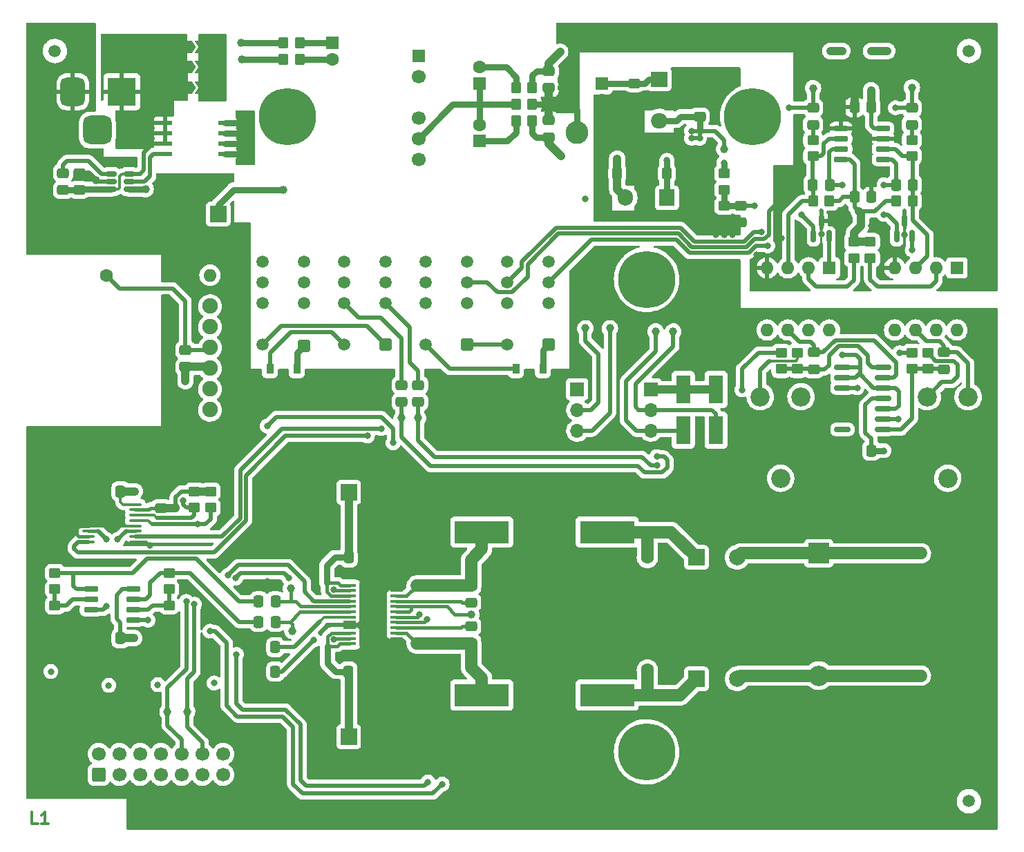
<source format=gtl>
G04 #@! TF.GenerationSoftware,KiCad,Pcbnew,6.0.6-2.fc35*
G04 #@! TF.CreationDate,2022-07-15T01:41:46+02:00*
G04 #@! TF.ProjectId,office_amp,6f666669-6365-45f6-916d-702e6b696361,rev?*
G04 #@! TF.SameCoordinates,Original*
G04 #@! TF.FileFunction,Copper,L1,Top*
G04 #@! TF.FilePolarity,Positive*
%FSLAX46Y46*%
G04 Gerber Fmt 4.6, Leading zero omitted, Abs format (unit mm)*
G04 Created by KiCad (PCBNEW 6.0.6-2.fc35) date 2022-07-15 01:41:46*
%MOMM*%
%LPD*%
G01*
G04 APERTURE LIST*
G04 Aperture macros list*
%AMRoundRect*
0 Rectangle with rounded corners*
0 $1 Rounding radius*
0 $2 $3 $4 $5 $6 $7 $8 $9 X,Y pos of 4 corners*
0 Add a 4 corners polygon primitive as box body*
4,1,4,$2,$3,$4,$5,$6,$7,$8,$9,$2,$3,0*
0 Add four circle primitives for the rounded corners*
1,1,$1+$1,$2,$3*
1,1,$1+$1,$4,$5*
1,1,$1+$1,$6,$7*
1,1,$1+$1,$8,$9*
0 Add four rect primitives between the rounded corners*
20,1,$1+$1,$2,$3,$4,$5,0*
20,1,$1+$1,$4,$5,$6,$7,0*
20,1,$1+$1,$6,$7,$8,$9,0*
20,1,$1+$1,$8,$9,$2,$3,0*%
%AMFreePoly0*
4,1,6,1.000000,0.000000,0.500000,-0.750000,-0.500000,-0.750000,-0.500000,0.750000,0.500000,0.750000,1.000000,0.000000,1.000000,0.000000,$1*%
%AMFreePoly1*
4,1,6,0.500000,-0.750000,-0.650000,-0.750000,-0.150000,0.000000,-0.650000,0.750000,0.500000,0.750000,0.500000,-0.750000,0.500000,-0.750000,$1*%
G04 Aperture macros list end*
%ADD10C,0.300000*%
G04 #@! TA.AperFunction,NonConductor*
%ADD11C,0.300000*%
G04 #@! TD*
G04 #@! TA.AperFunction,SMDPad,CuDef*
%ADD12RoundRect,0.250000X0.450000X-0.350000X0.450000X0.350000X-0.450000X0.350000X-0.450000X-0.350000X0*%
G04 #@! TD*
G04 #@! TA.AperFunction,SMDPad,CuDef*
%ADD13FreePoly0,0.000000*%
G04 #@! TD*
G04 #@! TA.AperFunction,SMDPad,CuDef*
%ADD14FreePoly1,0.000000*%
G04 #@! TD*
G04 #@! TA.AperFunction,SMDPad,CuDef*
%ADD15R,1.750000X0.550000*%
G04 #@! TD*
G04 #@! TA.AperFunction,ComponentPad*
%ADD16R,3.500000X3.500000*%
G04 #@! TD*
G04 #@! TA.AperFunction,ComponentPad*
%ADD17RoundRect,0.750000X-0.750000X-1.000000X0.750000X-1.000000X0.750000X1.000000X-0.750000X1.000000X0*%
G04 #@! TD*
G04 #@! TA.AperFunction,ComponentPad*
%ADD18RoundRect,0.875000X-0.875000X-0.875000X0.875000X-0.875000X0.875000X0.875000X-0.875000X0.875000X0*%
G04 #@! TD*
G04 #@! TA.AperFunction,SMDPad,CuDef*
%ADD19RoundRect,0.150000X-0.512500X-0.150000X0.512500X-0.150000X0.512500X0.150000X-0.512500X0.150000X0*%
G04 #@! TD*
G04 #@! TA.AperFunction,SMDPad,CuDef*
%ADD20RoundRect,0.250000X0.337500X0.475000X-0.337500X0.475000X-0.337500X-0.475000X0.337500X-0.475000X0*%
G04 #@! TD*
G04 #@! TA.AperFunction,SMDPad,CuDef*
%ADD21RoundRect,0.250000X-0.475000X0.337500X-0.475000X-0.337500X0.475000X-0.337500X0.475000X0.337500X0*%
G04 #@! TD*
G04 #@! TA.AperFunction,SMDPad,CuDef*
%ADD22RoundRect,0.250000X-0.337500X-0.475000X0.337500X-0.475000X0.337500X0.475000X-0.337500X0.475000X0*%
G04 #@! TD*
G04 #@! TA.AperFunction,ComponentPad*
%ADD23R,1.600000X1.600000*%
G04 #@! TD*
G04 #@! TA.AperFunction,ComponentPad*
%ADD24C,1.700000*%
G04 #@! TD*
G04 #@! TA.AperFunction,ComponentPad*
%ADD25C,1.900000*%
G04 #@! TD*
G04 #@! TA.AperFunction,ComponentPad*
%ADD26R,2.000000X2.000000*%
G04 #@! TD*
G04 #@! TA.AperFunction,ComponentPad*
%ADD27C,2.000000*%
G04 #@! TD*
G04 #@! TA.AperFunction,ComponentPad*
%ADD28RoundRect,0.250000X0.600000X-0.600000X0.600000X0.600000X-0.600000X0.600000X-0.600000X-0.600000X0*%
G04 #@! TD*
G04 #@! TA.AperFunction,ComponentPad*
%ADD29C,1.600000*%
G04 #@! TD*
G04 #@! TA.AperFunction,SMDPad,CuDef*
%ADD30RoundRect,0.250000X0.475000X-0.337500X0.475000X0.337500X-0.475000X0.337500X-0.475000X-0.337500X0*%
G04 #@! TD*
G04 #@! TA.AperFunction,SMDPad,CuDef*
%ADD31R,0.900000X1.200000*%
G04 #@! TD*
G04 #@! TA.AperFunction,ComponentPad*
%ADD32RoundRect,0.250500X0.499500X0.499500X-0.499500X0.499500X-0.499500X-0.499500X0.499500X-0.499500X0*%
G04 #@! TD*
G04 #@! TA.AperFunction,ComponentPad*
%ADD33C,1.500000*%
G04 #@! TD*
G04 #@! TA.AperFunction,SMDPad,CuDef*
%ADD34RoundRect,0.250000X-0.450000X0.350000X-0.450000X-0.350000X0.450000X-0.350000X0.450000X0.350000X0*%
G04 #@! TD*
G04 #@! TA.AperFunction,ComponentPad*
%ADD35C,2.340000*%
G04 #@! TD*
G04 #@! TA.AperFunction,ComponentPad*
%ADD36R,1.905000X2.000000*%
G04 #@! TD*
G04 #@! TA.AperFunction,ComponentPad*
%ADD37O,1.905000X2.000000*%
G04 #@! TD*
G04 #@! TA.AperFunction,ComponentPad*
%ADD38O,1.600000X1.600000*%
G04 #@! TD*
G04 #@! TA.AperFunction,SMDPad,CuDef*
%ADD39RoundRect,0.250000X-0.350000X-0.450000X0.350000X-0.450000X0.350000X0.450000X-0.350000X0.450000X0*%
G04 #@! TD*
G04 #@! TA.AperFunction,SMDPad,CuDef*
%ADD40RoundRect,0.150000X0.150000X-0.587500X0.150000X0.587500X-0.150000X0.587500X-0.150000X-0.587500X0*%
G04 #@! TD*
G04 #@! TA.AperFunction,SMDPad,CuDef*
%ADD41RoundRect,0.250000X0.350000X0.450000X-0.350000X0.450000X-0.350000X-0.450000X0.350000X-0.450000X0*%
G04 #@! TD*
G04 #@! TA.AperFunction,ComponentPad*
%ADD42R,1.700000X1.700000*%
G04 #@! TD*
G04 #@! TA.AperFunction,ComponentPad*
%ADD43O,1.700000X1.700000*%
G04 #@! TD*
G04 #@! TA.AperFunction,SMDPad,CuDef*
%ADD44RoundRect,0.100000X-0.687500X-0.100000X0.687500X-0.100000X0.687500X0.100000X-0.687500X0.100000X0*%
G04 #@! TD*
G04 #@! TA.AperFunction,ComponentPad*
%ADD45C,0.600000*%
G04 #@! TD*
G04 #@! TA.AperFunction,SMDPad,CuDef*
%ADD46R,3.400000X7.800000*%
G04 #@! TD*
G04 #@! TA.AperFunction,ComponentPad*
%ADD47R,2.500000X2.500000*%
G04 #@! TD*
G04 #@! TA.AperFunction,ComponentPad*
%ADD48C,2.500000*%
G04 #@! TD*
G04 #@! TA.AperFunction,SMDPad,CuDef*
%ADD49R,6.705000X2.794000*%
G04 #@! TD*
G04 #@! TA.AperFunction,SMDPad,CuDef*
%ADD50C,1.000000*%
G04 #@! TD*
G04 #@! TA.AperFunction,ComponentPad*
%ADD51C,7.000000*%
G04 #@! TD*
G04 #@! TA.AperFunction,ComponentPad*
%ADD52C,2.800000*%
G04 #@! TD*
G04 #@! TA.AperFunction,SMDPad,CuDef*
%ADD53C,1.500000*%
G04 #@! TD*
G04 #@! TA.AperFunction,SMDPad,CuDef*
%ADD54RoundRect,0.150000X-0.725000X-0.150000X0.725000X-0.150000X0.725000X0.150000X-0.725000X0.150000X0*%
G04 #@! TD*
G04 #@! TA.AperFunction,SMDPad,CuDef*
%ADD55R,1.800000X3.500000*%
G04 #@! TD*
G04 #@! TA.AperFunction,SMDPad,CuDef*
%ADD56RoundRect,0.100000X-0.637500X-0.100000X0.637500X-0.100000X0.637500X0.100000X-0.637500X0.100000X0*%
G04 #@! TD*
G04 #@! TA.AperFunction,ComponentPad*
%ADD57R,2.000000X1.905000*%
G04 #@! TD*
G04 #@! TA.AperFunction,ComponentPad*
%ADD58O,2.000000X1.905000*%
G04 #@! TD*
G04 #@! TA.AperFunction,SMDPad,CuDef*
%ADD59RoundRect,0.150000X0.825000X0.150000X-0.825000X0.150000X-0.825000X-0.150000X0.825000X-0.150000X0*%
G04 #@! TD*
G04 #@! TA.AperFunction,SMDPad,CuDef*
%ADD60RoundRect,0.150000X0.725000X0.150000X-0.725000X0.150000X-0.725000X-0.150000X0.725000X-0.150000X0*%
G04 #@! TD*
G04 #@! TA.AperFunction,ViaPad*
%ADD61C,0.800000*%
G04 #@! TD*
G04 #@! TA.AperFunction,ViaPad*
%ADD62C,1.000000*%
G04 #@! TD*
G04 #@! TA.AperFunction,Conductor*
%ADD63C,0.300000*%
G04 #@! TD*
G04 #@! TA.AperFunction,Conductor*
%ADD64C,1.000000*%
G04 #@! TD*
G04 #@! TA.AperFunction,Conductor*
%ADD65C,0.500000*%
G04 #@! TD*
G04 #@! TA.AperFunction,Conductor*
%ADD66C,0.800000*%
G04 #@! TD*
G04 #@! TA.AperFunction,Conductor*
%ADD67C,0.400000*%
G04 #@! TD*
G04 #@! TA.AperFunction,Conductor*
%ADD68C,1.500000*%
G04 #@! TD*
G04 APERTURE END LIST*
D10*
D11*
X91900000Y-156778571D02*
X91185714Y-156778571D01*
X91185714Y-155278571D01*
X93185714Y-156778571D02*
X92328571Y-156778571D01*
X92757142Y-156778571D02*
X92757142Y-155278571D01*
X92614285Y-155492857D01*
X92471428Y-155635714D01*
X92328571Y-155707142D01*
D12*
X113100000Y-118000000D03*
X113100000Y-116000000D03*
X111100000Y-118000000D03*
X111100000Y-116000000D03*
D13*
X110275000Y-61500000D03*
D14*
X111725000Y-61500000D03*
D15*
X114900000Y-70800000D03*
X114900000Y-74610000D03*
X114900000Y-73340000D03*
X114900000Y-72070000D03*
X107500000Y-74610000D03*
X107500000Y-72070000D03*
X107500000Y-70800000D03*
X107500000Y-73340000D03*
D16*
X102200000Y-67000000D03*
D17*
X96200000Y-67000000D03*
D18*
X99200000Y-71700000D03*
D19*
X100862500Y-77050000D03*
X100862500Y-78000000D03*
X100862500Y-78950000D03*
X103137500Y-78950000D03*
X103137500Y-78000000D03*
X103137500Y-77050000D03*
D20*
X168982500Y-77000000D03*
X166907500Y-77000000D03*
D21*
X165000000Y-65962500D03*
X165000000Y-68037500D03*
D22*
X162907500Y-77000000D03*
X164982500Y-77000000D03*
D23*
X138550000Y-62600000D03*
D24*
X138550000Y-65140000D03*
X138550000Y-70220000D03*
X138550000Y-72760000D03*
X138550000Y-75300000D03*
D25*
X113000000Y-106000000D03*
X113000000Y-103460000D03*
X113000000Y-100920000D03*
X113000000Y-98380000D03*
X113000000Y-95840000D03*
X113000000Y-93300000D03*
D26*
X130000000Y-146100000D03*
D27*
X135000000Y-146100000D03*
D28*
X99380000Y-150752500D03*
D24*
X99380000Y-148212500D03*
X101920000Y-150752500D03*
X101920000Y-148212500D03*
X104460000Y-150752500D03*
X104460000Y-148212500D03*
X107000000Y-150752500D03*
X107000000Y-148212500D03*
X109540000Y-150752500D03*
X109540000Y-148212500D03*
X112080000Y-150752500D03*
X112080000Y-148212500D03*
X114620000Y-150752500D03*
X114620000Y-148212500D03*
D23*
X128000000Y-61000000D03*
D29*
X128000000Y-63000000D03*
D23*
X161000000Y-66000000D03*
D29*
X161000000Y-68000000D03*
D23*
X146000000Y-73044888D03*
D29*
X146000000Y-71044888D03*
D30*
X186900000Y-71037500D03*
X186900000Y-68962500D03*
D22*
X197062500Y-78400000D03*
X199137500Y-78400000D03*
D20*
X188937500Y-78400000D03*
X186862500Y-78400000D03*
X194037500Y-111000000D03*
X191962500Y-111000000D03*
D23*
X146000000Y-66000000D03*
D29*
X146000000Y-64000000D03*
D30*
X202950000Y-101037500D03*
X202950000Y-98962500D03*
X187000000Y-101037500D03*
X187000000Y-98962500D03*
D31*
X153800000Y-101000000D03*
X150500000Y-101000000D03*
X123650000Y-101000000D03*
X120350000Y-101000000D03*
D32*
X154500000Y-98000000D03*
D33*
X154500000Y-92920000D03*
X154500000Y-90380000D03*
X154500000Y-87840000D03*
X149420000Y-87840000D03*
X149420000Y-90380000D03*
X149420000Y-92920000D03*
X149420000Y-98000000D03*
D32*
X134500000Y-98000000D03*
D33*
X134500000Y-92920000D03*
X134500000Y-90380000D03*
X134500000Y-87840000D03*
X129420000Y-87840000D03*
X129420000Y-90380000D03*
X129420000Y-92920000D03*
X129420000Y-98000000D03*
D12*
X186900000Y-74900000D03*
X186900000Y-72900000D03*
D34*
X193900000Y-85400000D03*
X193900000Y-87400000D03*
X191900000Y-85400000D03*
X191900000Y-87400000D03*
D12*
X200950000Y-101000000D03*
X200950000Y-99000000D03*
X185000000Y-101000000D03*
X185000000Y-99000000D03*
D34*
X199000000Y-99000000D03*
X199000000Y-101000000D03*
X183000000Y-99000000D03*
X183000000Y-101000000D03*
D35*
X200900000Y-104400000D03*
X203400000Y-114400000D03*
X205900000Y-104400000D03*
X180425000Y-104400000D03*
X182925000Y-114400000D03*
X185425000Y-104400000D03*
D36*
X169000000Y-80000000D03*
D37*
X166460000Y-80000000D03*
X163920000Y-80000000D03*
D23*
X188900000Y-88600000D03*
D38*
X186360000Y-88600000D03*
X183820000Y-88600000D03*
X181280000Y-88600000D03*
X181280000Y-96220000D03*
X183820000Y-96220000D03*
X186360000Y-96220000D03*
X188900000Y-96220000D03*
D13*
X110275000Y-64000000D03*
D14*
X111725000Y-64000000D03*
D26*
X114000000Y-82000000D03*
D27*
X109000000Y-82000000D03*
D30*
X97000000Y-79037500D03*
X97000000Y-76962500D03*
X95000000Y-79037500D03*
X95000000Y-76962500D03*
D23*
X204520000Y-88600000D03*
D38*
X201980000Y-88600000D03*
X199440000Y-88600000D03*
X196900000Y-88600000D03*
X196900000Y-96220000D03*
X199440000Y-96220000D03*
X201980000Y-96220000D03*
X204520000Y-96220000D03*
D22*
X191962500Y-68900000D03*
X194037500Y-68900000D03*
D12*
X199000000Y-74900000D03*
X199000000Y-72900000D03*
D30*
X199000000Y-71037500D03*
X199000000Y-68962500D03*
D39*
X197100000Y-80400000D03*
X199100000Y-80400000D03*
D40*
X197150000Y-84737500D03*
X199050000Y-84737500D03*
X198100000Y-82862500D03*
X186950000Y-84737500D03*
X188850000Y-84737500D03*
X187900000Y-82862500D03*
D41*
X188900000Y-80400000D03*
X186900000Y-80400000D03*
D22*
X191962500Y-79900000D03*
X194037500Y-79900000D03*
D42*
X158000000Y-103475000D03*
D43*
X158000000Y-106015000D03*
X158000000Y-108555000D03*
D29*
X166600000Y-124100000D03*
X166600000Y-129100000D03*
D44*
X130137500Y-127525000D03*
X130137500Y-128175000D03*
X130137500Y-128825000D03*
X130137500Y-129475000D03*
X130137500Y-130125000D03*
X130137500Y-130775000D03*
X130137500Y-131425000D03*
X130137500Y-132075000D03*
X130137500Y-132725000D03*
X130137500Y-133375000D03*
X130137500Y-134025000D03*
X130137500Y-134675000D03*
X135862500Y-134675000D03*
X135862500Y-134025000D03*
X135862500Y-133375000D03*
X135862500Y-132725000D03*
X135862500Y-132075000D03*
X135862500Y-131425000D03*
X135862500Y-130775000D03*
X135862500Y-130125000D03*
X135862500Y-129475000D03*
X135862500Y-128825000D03*
X135862500Y-128175000D03*
X135862500Y-127525000D03*
D45*
X133000000Y-133050000D03*
X134300000Y-130450000D03*
X133000000Y-134350000D03*
X133000000Y-127850000D03*
X134300000Y-134350000D03*
X134300000Y-129150000D03*
X131700000Y-131750000D03*
X133000000Y-129150000D03*
X134300000Y-131750000D03*
X134300000Y-133050000D03*
X133000000Y-130450000D03*
X133000000Y-131750000D03*
X131700000Y-129150000D03*
X131700000Y-134350000D03*
D46*
X133000000Y-131100000D03*
D45*
X134300000Y-127850000D03*
X131700000Y-127850000D03*
X131700000Y-130450000D03*
X131700000Y-133050000D03*
D21*
X145000000Y-127562500D03*
X145000000Y-129637500D03*
D47*
X187600000Y-123600000D03*
D48*
X187600000Y-128600000D03*
X187600000Y-133600000D03*
X187600000Y-138600000D03*
D20*
X121037500Y-129500000D03*
X118962500Y-129500000D03*
D26*
X172600000Y-139000000D03*
D27*
X177600000Y-139000000D03*
D49*
X146316500Y-121000000D03*
X161683500Y-121000000D03*
D30*
X145000000Y-134637500D03*
X145000000Y-132562500D03*
D20*
X121000000Y-135100000D03*
X118925000Y-135100000D03*
D29*
X166600000Y-132900000D03*
X166600000Y-137900000D03*
D22*
X129962500Y-138100000D03*
X132037500Y-138100000D03*
X130000000Y-124100000D03*
X132075000Y-124100000D03*
D26*
X172600000Y-124100000D03*
D27*
X177600000Y-124100000D03*
D49*
X146316500Y-141000000D03*
X161683500Y-141000000D03*
D26*
X130000000Y-116100000D03*
D27*
X135000000Y-116100000D03*
D20*
X121000000Y-138100000D03*
X118925000Y-138100000D03*
X121037500Y-132000000D03*
X118962500Y-132000000D03*
D32*
X124500000Y-98180000D03*
D33*
X124500000Y-92920000D03*
X124500000Y-90380000D03*
X124500000Y-87840000D03*
X119420000Y-87840000D03*
X119420000Y-90380000D03*
X119420000Y-92920000D03*
X119420000Y-98000000D03*
D42*
X167000000Y-103475000D03*
D43*
X167000000Y-106015000D03*
X167000000Y-108555000D03*
D32*
X144500000Y-98000000D03*
D33*
X144500000Y-92920000D03*
X144500000Y-90380000D03*
X144500000Y-87840000D03*
X139420000Y-87840000D03*
X139420000Y-90380000D03*
X139420000Y-92920000D03*
X139420000Y-98000000D03*
D21*
X138500000Y-102962500D03*
X138500000Y-105037500D03*
D50*
X200100000Y-138600000D03*
D30*
X178000000Y-83037500D03*
X178000000Y-80962500D03*
D50*
X122900000Y-127900000D03*
X136500000Y-107000000D03*
D41*
X152500000Y-70544888D03*
X150500000Y-70544888D03*
D51*
X179500000Y-70050000D03*
D30*
X154500000Y-72582388D03*
X154500000Y-70507388D03*
D34*
X108000000Y-126000000D03*
X108000000Y-128000000D03*
D50*
X167600000Y-96400000D03*
D20*
X102037500Y-134000000D03*
X99962500Y-134000000D03*
D50*
X138500000Y-107000000D03*
D12*
X94000000Y-132000000D03*
X94000000Y-130000000D03*
D51*
X166500000Y-147950000D03*
D50*
X159000000Y-96000000D03*
D52*
X97250000Y-84000000D03*
D50*
X176000000Y-74000000D03*
D12*
X108000000Y-132000000D03*
X108000000Y-130000000D03*
D21*
X136500000Y-102962500D03*
X136500000Y-105037500D03*
D12*
X176000000Y-79000000D03*
X176000000Y-77000000D03*
D13*
X110275000Y-66500000D03*
D14*
X111725000Y-66500000D03*
D50*
X199000000Y-66500000D03*
D41*
X152500000Y-66544888D03*
X150500000Y-66544888D03*
D50*
X200100000Y-123600000D03*
D41*
X124000000Y-61000000D03*
X122000000Y-61000000D03*
D53*
X94000000Y-62000000D03*
D50*
X122000000Y-79000000D03*
D30*
X154500000Y-66544888D03*
X154500000Y-64469888D03*
X107000000Y-118037500D03*
X107000000Y-115962500D03*
D50*
X186900000Y-66550000D03*
X110200000Y-143000000D03*
D54*
X98425000Y-127995000D03*
X98425000Y-129265000D03*
X98425000Y-130535000D03*
X98425000Y-131805000D03*
X103575000Y-131805000D03*
X103575000Y-130535000D03*
X103575000Y-129265000D03*
X103575000Y-127995000D03*
D50*
X169750000Y-96400000D03*
D21*
X110000000Y-98662500D03*
X110000000Y-100737500D03*
D50*
X107800000Y-143000000D03*
D55*
X175000000Y-108500000D03*
X175000000Y-103500000D03*
D56*
X98137500Y-117625000D03*
X98137500Y-118275000D03*
X98137500Y-118925000D03*
X98137500Y-119575000D03*
X98137500Y-120225000D03*
X98137500Y-120875000D03*
X98137500Y-121525000D03*
X98137500Y-122175000D03*
X103862500Y-122175000D03*
X103862500Y-121525000D03*
X103862500Y-120875000D03*
X103862500Y-120225000D03*
X103862500Y-119575000D03*
X103862500Y-118925000D03*
X103862500Y-118275000D03*
X103862500Y-117625000D03*
D53*
X206000000Y-62000000D03*
D57*
X168055000Y-65460000D03*
D58*
X168055000Y-68000000D03*
X168055000Y-70540000D03*
D50*
X189000000Y-62000000D03*
D12*
X176000000Y-83000000D03*
X176000000Y-81000000D03*
D59*
X195437500Y-108410000D03*
X195437500Y-107140000D03*
X195437500Y-105870000D03*
X195437500Y-104600000D03*
X195437500Y-103330000D03*
X195437500Y-102060000D03*
X195437500Y-100790000D03*
X190487500Y-100790000D03*
X190487500Y-102060000D03*
X190487500Y-103330000D03*
X190487500Y-104600000D03*
X190487500Y-105870000D03*
X190487500Y-107140000D03*
X190487500Y-108410000D03*
D50*
X123100000Y-133100000D03*
D20*
X102037500Y-116000000D03*
X99962500Y-116000000D03*
D55*
X171000000Y-108500000D03*
X171000000Y-103500000D03*
D29*
X100300000Y-89500000D03*
D38*
X113000000Y-89500000D03*
D34*
X94000000Y-126000000D03*
X94000000Y-128000000D03*
D51*
X166500000Y-90000000D03*
D41*
X124000000Y-63000000D03*
X122000000Y-63000000D03*
D52*
X158000000Y-72000000D03*
D51*
X122500000Y-70050000D03*
D50*
X162000000Y-96000000D03*
D60*
X195475000Y-75305000D03*
X195475000Y-74035000D03*
X195475000Y-72765000D03*
X195475000Y-71495000D03*
X190325000Y-71495000D03*
X190325000Y-72765000D03*
X190325000Y-74035000D03*
X190325000Y-75305000D03*
D53*
X206000000Y-154000000D03*
D50*
X194000000Y-62000000D03*
D30*
X173000000Y-70037500D03*
X173000000Y-67962500D03*
D41*
X152500000Y-68544888D03*
X150500000Y-68544888D03*
D61*
X103800000Y-116000000D03*
X111450000Y-120050000D03*
X109700000Y-117100000D03*
X127000000Y-111200500D03*
X120000000Y-141000000D03*
X192000000Y-155000000D03*
X120050000Y-105700000D03*
X120000000Y-153000000D03*
D62*
X116900000Y-63000000D03*
D61*
X208000000Y-140000000D03*
X105500000Y-115900000D03*
X98500000Y-134900000D03*
X120000000Y-149000000D03*
X202000000Y-155000000D03*
X120000000Y-127000000D03*
X157000000Y-155000000D03*
X172000000Y-155000000D03*
X120000000Y-117000000D03*
X131300000Y-111200500D03*
X193000000Y-94000000D03*
X188000000Y-94000000D03*
X142000000Y-155000000D03*
X208000000Y-115000000D03*
X123850000Y-111200500D03*
X141600000Y-144800000D03*
X99900000Y-114300000D03*
X208000000Y-110000000D03*
X139500000Y-116200000D03*
X167000000Y-155000000D03*
X113000000Y-134400000D03*
X176000000Y-84500000D03*
X182000000Y-155000000D03*
X132000000Y-155000000D03*
X165000000Y-70000000D03*
X208000000Y-105000000D03*
X167000000Y-75000000D03*
X175000000Y-84500000D03*
X123550000Y-117100000D03*
X106400000Y-109600000D03*
X123550000Y-119900000D03*
X120000000Y-147000000D03*
D62*
X193000000Y-95400000D03*
D61*
X137000000Y-155000000D03*
X135400000Y-142200000D03*
X143150000Y-148500000D03*
X127500000Y-149800000D03*
X208000000Y-145000000D03*
X127250000Y-145800000D03*
X120000000Y-151000000D03*
X139450000Y-119900000D03*
X183000000Y-94000000D03*
X105650000Y-122650000D03*
X101900000Y-109600000D03*
X133400000Y-138100000D03*
X203000000Y-94000000D03*
X125850000Y-138100000D03*
X208000000Y-135000000D03*
X147000000Y-155000000D03*
X208000000Y-94000000D03*
X165000000Y-75000000D03*
X173000000Y-66000000D03*
X197000000Y-155000000D03*
X208000000Y-120000000D03*
X123600000Y-122200000D03*
X208000000Y-150000000D03*
D62*
X99000000Y-77850500D03*
D61*
X120000000Y-122000000D03*
X162000000Y-155000000D03*
X208000000Y-130000000D03*
X177000000Y-84500000D03*
X152000000Y-155000000D03*
X94000000Y-133300000D03*
X208000000Y-125000000D03*
X133500000Y-124100000D03*
X187000000Y-155000000D03*
X127000000Y-155000000D03*
X92650000Y-109550000D03*
X177000000Y-155000000D03*
X97300000Y-109600000D03*
X120000000Y-145000000D03*
X198000000Y-94000000D03*
X93100000Y-144000000D03*
X106400000Y-134400000D03*
X108000000Y-133300000D03*
X118000000Y-73000000D03*
X117000000Y-70800000D03*
X118000000Y-71000000D03*
X113500000Y-62000000D03*
X117000000Y-72000000D03*
X117000000Y-73300000D03*
X114500000Y-63000000D03*
X114500000Y-67000000D03*
D62*
X105100000Y-78950000D03*
D61*
X118000000Y-70000000D03*
X113500000Y-65000000D03*
X117000000Y-74500000D03*
X118000000Y-74000000D03*
X113500000Y-64000000D03*
X114500000Y-66000000D03*
X113500000Y-63000000D03*
X114500000Y-62000000D03*
X114500000Y-65000000D03*
X114500000Y-64000000D03*
D62*
X145000000Y-131100000D03*
D61*
X118000000Y-75000000D03*
D62*
X116800000Y-61000000D03*
D61*
X113500000Y-66000000D03*
X114500000Y-61000000D03*
X113500000Y-67000000D03*
X113500000Y-61000000D03*
X118000000Y-72000000D03*
X162900000Y-75200000D03*
X159000000Y-80150000D03*
X108800000Y-118000000D03*
X103700000Y-134000000D03*
X110000000Y-102500000D03*
X190500000Y-62000000D03*
X156000000Y-74900000D03*
X192800000Y-83400000D03*
X196000000Y-62000000D03*
X155900000Y-62100000D03*
X194000000Y-66800000D03*
X195600000Y-78400000D03*
X195600000Y-82050000D03*
X190450000Y-78400000D03*
X185500000Y-82050000D03*
X197300000Y-107150000D03*
X199050000Y-86400000D03*
X125750000Y-134200000D03*
X128200000Y-134174500D03*
X122650000Y-126600000D03*
X116136808Y-126648420D03*
X128165332Y-128025500D03*
X138700000Y-131100000D03*
X113000000Y-133150000D03*
X141450000Y-151900000D03*
X116250000Y-136000000D03*
X139600000Y-131700000D03*
X139700000Y-151650000D03*
X115200000Y-126300000D03*
X197000000Y-68950000D03*
X181350000Y-85900000D03*
X184000000Y-69000000D03*
X180600000Y-84200000D03*
X204000000Y-91000000D03*
X209000000Y-76000000D03*
X184000000Y-91000000D03*
X193000000Y-91000000D03*
X185000000Y-76000000D03*
X206000000Y-59000000D03*
X169300000Y-61700000D03*
X201000000Y-59000000D03*
X198100000Y-84550000D03*
X183000000Y-81000000D03*
X195200000Y-84300000D03*
X187300000Y-61700000D03*
X157300000Y-68500000D03*
X157200000Y-66000000D03*
X184300000Y-61700000D03*
X157200000Y-67100000D03*
X189850000Y-64150000D03*
X209000000Y-71000000D03*
X185000000Y-72000000D03*
X209000000Y-86000000D03*
X196000000Y-59000000D03*
X209000000Y-81000000D03*
X180000000Y-87000000D03*
X174300000Y-61700000D03*
X156900000Y-59000000D03*
X209000000Y-91000000D03*
X156100000Y-66000000D03*
X179300000Y-61700000D03*
X157300000Y-64500000D03*
X185000000Y-67000000D03*
X209000000Y-66000000D03*
X183000000Y-77000000D03*
X194100000Y-78300000D03*
X194000000Y-83400000D03*
X183000000Y-85000000D03*
X164000000Y-61700000D03*
X185000000Y-63000000D03*
X209000000Y-61000000D03*
X156100000Y-67100000D03*
X191300000Y-66700000D03*
X187900000Y-84450000D03*
X180000000Y-91000000D03*
X195200000Y-83400000D03*
X93500000Y-138100000D03*
X100600000Y-139800000D03*
X113500000Y-139500000D03*
X106600000Y-139700000D03*
X179700000Y-81000000D03*
X192300000Y-103300000D03*
X172000000Y-72700000D03*
X173000000Y-72700000D03*
X176000000Y-75700000D03*
X195600000Y-111000000D03*
X172000000Y-71800000D03*
X169000000Y-75400000D03*
X173000000Y-71800000D03*
X197500000Y-99000000D03*
X167750000Y-112850000D03*
X100350000Y-130100000D03*
X100300000Y-121900000D03*
X105400000Y-131800000D03*
X101700000Y-121900000D03*
X167750000Y-111750000D03*
X178200000Y-103550000D03*
X135450000Y-110050000D03*
X120000000Y-108000000D03*
X110100000Y-129500000D03*
X111100000Y-129850000D03*
X134000000Y-108300000D03*
X132300000Y-109200000D03*
X190500000Y-99300000D03*
D63*
X103862500Y-118925000D02*
X106125000Y-118925000D01*
X106125000Y-118925000D02*
X106450000Y-119250000D01*
X102037500Y-116000000D02*
X102037500Y-117337500D01*
X102037500Y-117337500D02*
X102325000Y-117625000D01*
X102325000Y-117625000D02*
X103862500Y-117625000D01*
D64*
X102037500Y-116000000D02*
X103800000Y-116000000D01*
D65*
X105900000Y-120050000D02*
X111450000Y-120050000D01*
X111450000Y-120050000D02*
X112450000Y-120050000D01*
X111100000Y-118000000D02*
X110100000Y-118000000D01*
X109700000Y-117600000D02*
X109700000Y-117100000D01*
X110100000Y-118000000D02*
X109700000Y-117600000D01*
D64*
X113100000Y-116000000D02*
X111100000Y-116000000D01*
D65*
X108800000Y-118000000D02*
X108800000Y-116700000D01*
X108800000Y-116700000D02*
X109500000Y-116000000D01*
X109500000Y-116000000D02*
X111100000Y-116000000D01*
X112450000Y-120050000D02*
X113100000Y-119400000D01*
X113100000Y-119400000D02*
X113100000Y-118000000D01*
X106450000Y-119250000D02*
X110750000Y-119250000D01*
X110750000Y-119250000D02*
X111100000Y-118900000D01*
X111100000Y-118900000D02*
X111100000Y-118000000D01*
X107800000Y-140100000D02*
X107800000Y-143000000D01*
D66*
X193000000Y-94000000D02*
X198000000Y-94000000D01*
D67*
X96925000Y-121525000D02*
X96700000Y-121300000D01*
D66*
X183000000Y-94000000D02*
X188000000Y-94000000D01*
X166907500Y-79552500D02*
X166460000Y-80000000D01*
D63*
X99962500Y-120162500D02*
X100025000Y-120225000D01*
D66*
X176037500Y-83037500D02*
X176000000Y-83000000D01*
X198000000Y-94000000D02*
X203000000Y-94000000D01*
D63*
X98137500Y-118925000D02*
X99925000Y-118925000D01*
D66*
X188000000Y-94000000D02*
X193000000Y-94000000D01*
D63*
X99950000Y-119575000D02*
X99962500Y-119562500D01*
D67*
X105650000Y-122650000D02*
X105175000Y-122175000D01*
D65*
X100862500Y-78000000D02*
X99149500Y-78000000D01*
D66*
X166907500Y-77000000D02*
X166907500Y-79552500D01*
D63*
X99962500Y-118287500D02*
X99962500Y-118962500D01*
D66*
X164982500Y-77000000D02*
X166907500Y-77000000D01*
D67*
X96700000Y-121300000D02*
X96700000Y-120550000D01*
D66*
X161037500Y-68037500D02*
X161000000Y-68000000D01*
X165000000Y-68037500D02*
X161037500Y-68037500D01*
X176000000Y-83000000D02*
X176000000Y-84500000D01*
X173000000Y-67962500D02*
X168092500Y-67962500D01*
D67*
X98137500Y-121525000D02*
X96925000Y-121525000D01*
D63*
X98137500Y-119575000D02*
X99950000Y-119575000D01*
X99950000Y-118275000D02*
X99962500Y-118287500D01*
D66*
X98112000Y-76962500D02*
X99000000Y-77850500D01*
D63*
X98137500Y-117625000D02*
X99950000Y-117625000D01*
X98137500Y-118275000D02*
X99950000Y-118275000D01*
D66*
X203000000Y-94000000D02*
X208000000Y-94000000D01*
D63*
X99962500Y-117637500D02*
X99962500Y-118287500D01*
D66*
X97000000Y-76962500D02*
X98112000Y-76962500D01*
D67*
X105175000Y-122175000D02*
X103862500Y-122175000D01*
D65*
X99149500Y-78000000D02*
X99000000Y-77850500D01*
D66*
X165000000Y-68037500D02*
X168017500Y-68037500D01*
X168017500Y-68037500D02*
X168055000Y-68000000D01*
D63*
X99962500Y-119562500D02*
X99962500Y-120162500D01*
X99962500Y-116000000D02*
X99962500Y-117637500D01*
X98137500Y-120225000D02*
X100025000Y-120225000D01*
X100025000Y-120225000D02*
X103862500Y-120225000D01*
D66*
X168092500Y-67962500D02*
X168055000Y-68000000D01*
D63*
X99950000Y-117625000D02*
X99962500Y-117637500D01*
D66*
X122000000Y-63000000D02*
X116900000Y-63000000D01*
D67*
X96700000Y-120550000D02*
X97025000Y-120225000D01*
D63*
X99962500Y-118962500D02*
X99962500Y-119562500D01*
D66*
X193000000Y-94000000D02*
X193000000Y-95400000D01*
D67*
X97025000Y-120225000D02*
X98137500Y-120225000D01*
D66*
X178000000Y-83037500D02*
X176037500Y-83037500D01*
D63*
X99925000Y-118925000D02*
X99962500Y-118962500D01*
D65*
X104450000Y-77050000D02*
X103137500Y-77050000D01*
D63*
X101950000Y-78750000D02*
X101950000Y-77350000D01*
X101950000Y-77350000D02*
X102250000Y-77050000D01*
X100862500Y-78950000D02*
X101750000Y-78950000D01*
D65*
X107500000Y-73340000D02*
X106060000Y-73340000D01*
X104900000Y-76600000D02*
X104450000Y-77050000D01*
D63*
X102250000Y-77050000D02*
X103137500Y-77050000D01*
D66*
X97087500Y-78950000D02*
X97000000Y-79037500D01*
D65*
X106060000Y-73340000D02*
X104900000Y-74500000D01*
D66*
X95000000Y-79037500D02*
X97000000Y-79037500D01*
D63*
X101750000Y-78950000D02*
X101950000Y-78750000D01*
D65*
X104900000Y-74500000D02*
X104900000Y-76600000D01*
D66*
X100862500Y-78950000D02*
X97087500Y-78950000D01*
D65*
X95000000Y-76962500D02*
X95000000Y-75950000D01*
X95000000Y-75950000D02*
X95450000Y-75500000D01*
X98150000Y-75500000D02*
X99700000Y-77050000D01*
X99700000Y-77050000D02*
X100862500Y-77050000D01*
X95450000Y-75500000D02*
X98150000Y-75500000D01*
D67*
X127868820Y-133375000D02*
X130137500Y-133375000D01*
X127300000Y-128300000D02*
X127300000Y-127200000D01*
X130137500Y-134675000D02*
X128925000Y-134675000D01*
D66*
X127400000Y-137100000D02*
X127400000Y-135000000D01*
D67*
X135862500Y-130125000D02*
X137675000Y-130125000D01*
D66*
X165000000Y-65962500D02*
X166237500Y-65962500D01*
X115900000Y-79000000D02*
X114000000Y-80900000D01*
X117000000Y-74500000D02*
X117000000Y-73400000D01*
X114900000Y-70800000D02*
X117000000Y-70800000D01*
D64*
X130000000Y-138137500D02*
X129962500Y-138100000D01*
D67*
X137675000Y-130125000D02*
X142025000Y-130125000D01*
D66*
X128400000Y-138100000D02*
X127400000Y-137100000D01*
X116940000Y-73340000D02*
X117000000Y-73400000D01*
X127300000Y-125100000D02*
X128300000Y-124100000D01*
D67*
X130137500Y-127525000D02*
X129025000Y-127525000D01*
D66*
X114000000Y-80900000D02*
X114000000Y-82000000D01*
D67*
X135862500Y-130775000D02*
X137425000Y-130775000D01*
X128700000Y-127200000D02*
X127300000Y-127200000D01*
D66*
X123650000Y-101000000D02*
X123650000Y-99030000D01*
X114900000Y-73340000D02*
X116940000Y-73340000D01*
X129962500Y-138100000D02*
X128400000Y-138100000D01*
X127300000Y-127200000D02*
X127300000Y-125100000D01*
X161037500Y-65962500D02*
X161000000Y-66000000D01*
X122000000Y-79000000D02*
X115900000Y-79000000D01*
D67*
X128600000Y-135000000D02*
X127400000Y-135000000D01*
X143000000Y-131100000D02*
X145000000Y-131100000D01*
X127400000Y-133843820D02*
X127868820Y-133375000D01*
D66*
X103137500Y-78950000D02*
X105100000Y-78950000D01*
X123650000Y-99030000D02*
X124500000Y-98180000D01*
D64*
X130000000Y-116100000D02*
X130000000Y-124100000D01*
D67*
X130137500Y-128825000D02*
X127825000Y-128825000D01*
X127825000Y-128825000D02*
X127300000Y-128300000D01*
D66*
X114900000Y-74610000D02*
X116890000Y-74610000D01*
X128300000Y-124100000D02*
X130000000Y-124100000D01*
X153800000Y-101000000D02*
X153800000Y-98700000D01*
X122000000Y-61000000D02*
X116800000Y-61000000D01*
D67*
X129025000Y-127525000D02*
X128700000Y-127200000D01*
D66*
X116930000Y-72070000D02*
X117000000Y-72000000D01*
D67*
X127400000Y-135000000D02*
X127400000Y-133843820D01*
X128925000Y-134675000D02*
X128600000Y-135000000D01*
D66*
X165000000Y-65962500D02*
X161037500Y-65962500D01*
X117000000Y-72000000D02*
X117000000Y-70800000D01*
X116890000Y-74610000D02*
X117000000Y-74500000D01*
X117000000Y-73400000D02*
X117000000Y-73300000D01*
D64*
X130000000Y-146100000D02*
X130000000Y-138137500D01*
D66*
X117000000Y-73300000D02*
X117000000Y-72000000D01*
X166740000Y-65460000D02*
X166237500Y-65962500D01*
X168055000Y-65460000D02*
X166740000Y-65460000D01*
X114900000Y-72070000D02*
X116930000Y-72070000D01*
D67*
X137425000Y-130775000D02*
X137675000Y-130525000D01*
X137675000Y-130525000D02*
X137675000Y-130125000D01*
X142025000Y-130125000D02*
X143000000Y-131100000D01*
D66*
X153800000Y-98700000D02*
X154500000Y-98000000D01*
D67*
X103862500Y-118275000D02*
X105475000Y-118275000D01*
D64*
X162907500Y-77000000D02*
X162907500Y-75207500D01*
X107000000Y-118037500D02*
X108762500Y-118037500D01*
X162907500Y-78987500D02*
X163920000Y-80000000D01*
X108762500Y-118037500D02*
X108800000Y-118000000D01*
X102037500Y-134000000D02*
X103700000Y-134000000D01*
D65*
X103575000Y-127995000D02*
X102255000Y-127995000D01*
D64*
X162907500Y-75207500D02*
X162900000Y-75200000D01*
D67*
X107000000Y-118037500D02*
X105712500Y-118037500D01*
D64*
X162907500Y-77000000D02*
X162907500Y-78987500D01*
D65*
X101550000Y-128700000D02*
X101550000Y-131600000D01*
D67*
X105712500Y-118037500D02*
X105475000Y-118275000D01*
D65*
X101550000Y-131600000D02*
X102037500Y-132087500D01*
X102037500Y-132087500D02*
X102037500Y-134000000D01*
X102255000Y-127995000D02*
X101550000Y-128700000D01*
X106090000Y-74610000D02*
X105650000Y-75050000D01*
X105650000Y-77350000D02*
X105650000Y-75050000D01*
X107500000Y-74610000D02*
X106090000Y-74610000D01*
X105000000Y-78000000D02*
X105650000Y-77350000D01*
X103137500Y-78000000D02*
X105000000Y-78000000D01*
D64*
X110000000Y-102500000D02*
X110000000Y-100737500D01*
X112817500Y-100737500D02*
X113000000Y-100920000D01*
X110000000Y-100737500D02*
X112817500Y-100737500D01*
X191900000Y-85400000D02*
X191900000Y-84300000D01*
D65*
X195800000Y-80400000D02*
X197100000Y-80400000D01*
X194500000Y-81700000D02*
X195800000Y-80400000D01*
D64*
X189000000Y-62000000D02*
X190500000Y-62000000D01*
D66*
X152982388Y-72582388D02*
X154500000Y-72582388D01*
D65*
X190325000Y-75305000D02*
X191405000Y-75305000D01*
X192500000Y-81700000D02*
X194500000Y-81700000D01*
D66*
X152500000Y-72100000D02*
X152982388Y-72582388D01*
D64*
X193900000Y-85400000D02*
X191900000Y-85400000D01*
X192800000Y-83400000D02*
X192800000Y-82000000D01*
D65*
X190600000Y-79900000D02*
X191962500Y-79900000D01*
X191405000Y-75305000D02*
X191962500Y-75862500D01*
X190100000Y-80400000D02*
X190600000Y-79900000D01*
X191962500Y-75862500D02*
X191962500Y-79900000D01*
X191962500Y-79900000D02*
X191962500Y-81162500D01*
D64*
X191900000Y-84300000D02*
X192800000Y-83400000D01*
D66*
X152500000Y-70544888D02*
X152500000Y-72100000D01*
D64*
X154500000Y-72582388D02*
X154500000Y-73400000D01*
D65*
X188900000Y-80400000D02*
X190100000Y-80400000D01*
X191962500Y-81162500D02*
X192500000Y-81700000D01*
D64*
X154500000Y-73400000D02*
X156000000Y-74900000D01*
X192800000Y-82000000D02*
X192500000Y-81700000D01*
D66*
X124000000Y-61000000D02*
X128000000Y-61000000D01*
X124000000Y-63000000D02*
X128000000Y-63000000D01*
D68*
X169500000Y-121000000D02*
X172600000Y-124100000D01*
X166300000Y-121000000D02*
X169500000Y-121000000D01*
D64*
X166600000Y-121300000D02*
X166300000Y-121000000D01*
D68*
X166600000Y-124100000D02*
X166600000Y-121300000D01*
X161683500Y-121000000D02*
X166300000Y-121000000D01*
D64*
X166600000Y-140756931D02*
X166356931Y-141000000D01*
D68*
X166600000Y-137900000D02*
X166600000Y-140756931D01*
X166356931Y-141000000D02*
X170600000Y-141000000D01*
X170600000Y-141000000D02*
X172600000Y-139000000D01*
X161683500Y-141000000D02*
X166356931Y-141000000D01*
D64*
X194037500Y-66837500D02*
X194000000Y-66800000D01*
D65*
X194037500Y-68900000D02*
X194037500Y-71137500D01*
X195475000Y-71495000D02*
X194395000Y-71495000D01*
D66*
X152500000Y-65000000D02*
X153030112Y-64469888D01*
D64*
X194000000Y-62000000D02*
X196000000Y-62000000D01*
X194037500Y-68900000D02*
X194037500Y-66837500D01*
D65*
X194037500Y-71137500D02*
X194395000Y-71495000D01*
D64*
X154500000Y-63500000D02*
X155900000Y-62100000D01*
X154500000Y-64469888D02*
X154500000Y-63500000D01*
D66*
X152500000Y-66544888D02*
X152500000Y-65000000D01*
X153030112Y-64469888D02*
X154500000Y-64469888D01*
D65*
X199000000Y-71037500D02*
X199000000Y-72900000D01*
X186900000Y-71037500D02*
X186900000Y-72900000D01*
X199137500Y-80362500D02*
X199100000Y-80400000D01*
X199100000Y-80400000D02*
X199100000Y-82750000D01*
X199137500Y-75037500D02*
X199000000Y-74900000D01*
X199137500Y-78400000D02*
X199137500Y-80362500D01*
X199100000Y-82750000D02*
X200900000Y-84550000D01*
X200900000Y-84550000D02*
X200900000Y-87140000D01*
X199137500Y-78400000D02*
X199137500Y-75037500D01*
X196985000Y-74035000D02*
X197850000Y-74900000D01*
X197850000Y-74900000D02*
X199000000Y-74900000D01*
X200900000Y-87140000D02*
X199440000Y-88600000D01*
X195475000Y-74035000D02*
X196985000Y-74035000D01*
X197062500Y-78400000D02*
X195600000Y-78400000D01*
X195475000Y-75305000D02*
X196555000Y-75305000D01*
X197062500Y-75812500D02*
X197062500Y-78400000D01*
X197150000Y-83150000D02*
X197150000Y-84737500D01*
X196555000Y-75305000D02*
X197062500Y-75812500D01*
X196050000Y-82050000D02*
X197150000Y-83150000D01*
X195600000Y-82050000D02*
X196050000Y-82050000D01*
X190325000Y-72765000D02*
X188835000Y-72765000D01*
X183849511Y-88570489D02*
X183820000Y-88600000D01*
X183849511Y-82100489D02*
X183849511Y-88570489D01*
X186900000Y-78437500D02*
X186862500Y-78400000D01*
X186862500Y-78400000D02*
X186862500Y-74937500D01*
X185550000Y-80400000D02*
X183849511Y-82100489D01*
X186900000Y-80400000D02*
X186900000Y-78437500D01*
X186900000Y-80400000D02*
X185550000Y-80400000D01*
X187850000Y-74900000D02*
X186900000Y-74900000D01*
X186862500Y-74937500D02*
X186900000Y-74900000D01*
X188200000Y-73400000D02*
X188200000Y-74550000D01*
X188835000Y-72765000D02*
X188200000Y-73400000D01*
X188200000Y-74550000D02*
X187850000Y-74900000D01*
X186950000Y-84737500D02*
X186950000Y-83500000D01*
X189265000Y-74035000D02*
X188899520Y-74400480D01*
X188937500Y-78400000D02*
X190450000Y-78400000D01*
X188899520Y-74400480D02*
X188899520Y-78362020D01*
X188899520Y-78362020D02*
X188937500Y-78400000D01*
X190325000Y-74035000D02*
X189265000Y-74035000D01*
X186950000Y-83500000D02*
X185500000Y-82050000D01*
X197290000Y-107140000D02*
X197300000Y-107150000D01*
X202950000Y-98962500D02*
X204562500Y-98962500D01*
X204562500Y-98962500D02*
X205900000Y-100300000D01*
X205900000Y-100300000D02*
X205900000Y-104400000D01*
X200820000Y-97600000D02*
X199440000Y-96220000D01*
X202950000Y-98150000D02*
X202400000Y-97600000D01*
X202950000Y-98962500D02*
X202950000Y-98150000D01*
X202400000Y-97600000D02*
X200820000Y-97600000D01*
X195437500Y-107140000D02*
X197290000Y-107140000D01*
X202912500Y-101000000D02*
X202950000Y-101037500D01*
X199000000Y-107100000D02*
X199000000Y-101000000D01*
X195437500Y-108410000D02*
X197690000Y-108410000D01*
X197690000Y-108410000D02*
X199000000Y-107100000D01*
X200950000Y-101000000D02*
X202912500Y-101000000D01*
X199000000Y-101000000D02*
X200950000Y-101000000D01*
X185250000Y-97650000D02*
X186550000Y-97650000D01*
X194350480Y-97450480D02*
X189649520Y-97450480D01*
X189649520Y-97450480D02*
X188137500Y-98962500D01*
X197100000Y-100200000D02*
X194350480Y-97450480D01*
X187000000Y-98100000D02*
X187000000Y-98962500D01*
X183820000Y-96220000D02*
X185250000Y-97650000D01*
X197100000Y-101700000D02*
X197100000Y-100200000D01*
X186550000Y-97650000D02*
X187000000Y-98100000D01*
X195437500Y-102060000D02*
X196740000Y-102060000D01*
X188137500Y-98962500D02*
X187000000Y-98962500D01*
X196740000Y-102060000D02*
X197100000Y-101700000D01*
X190050000Y-98150000D02*
X192400000Y-98150000D01*
X187000000Y-101037500D02*
X188312500Y-101037500D01*
X194090000Y-100790000D02*
X193600000Y-100300000D01*
X188850000Y-99350000D02*
X190050000Y-98150000D01*
X195437500Y-100790000D02*
X194090000Y-100790000D01*
X188312500Y-101037500D02*
X188850000Y-100500000D01*
X183000000Y-101000000D02*
X185000000Y-101000000D01*
X188850000Y-100500000D02*
X188850000Y-99350000D01*
X185000000Y-101000000D02*
X186962500Y-101000000D01*
X192400000Y-98150000D02*
X193600000Y-99350000D01*
X186962500Y-101000000D02*
X187000000Y-101037500D01*
X193600000Y-100300000D02*
X193600000Y-99350000D01*
X199050000Y-84737500D02*
X199050000Y-86400000D01*
X188900000Y-84787500D02*
X188850000Y-84737500D01*
X188900000Y-88600000D02*
X188900000Y-84787500D01*
X193900000Y-90000000D02*
X193900000Y-87400000D01*
X201980000Y-88600000D02*
X201980000Y-90220000D01*
X201980000Y-90220000D02*
X201300000Y-90900000D01*
X201300000Y-90900000D02*
X194800000Y-90900000D01*
X194800000Y-90900000D02*
X193900000Y-90000000D01*
X191900000Y-90100000D02*
X191100000Y-90900000D01*
X191900000Y-87400000D02*
X191900000Y-90100000D01*
X186360000Y-89960000D02*
X186360000Y-88600000D01*
X191100000Y-90900000D02*
X187300000Y-90900000D01*
X187300000Y-90900000D02*
X186360000Y-89960000D01*
X203900000Y-102600000D02*
X204600000Y-101900000D01*
X201950000Y-100000000D02*
X200950000Y-99000000D01*
X204600000Y-100450000D02*
X204150000Y-100000000D01*
X200900000Y-104400000D02*
X202700000Y-102600000D01*
X202700000Y-102600000D02*
X203900000Y-102600000D01*
X204600000Y-101900000D02*
X204600000Y-100450000D01*
X204150000Y-100000000D02*
X201950000Y-100000000D01*
X180425000Y-104400000D02*
X180425000Y-101125000D01*
X180425000Y-101125000D02*
X181450000Y-100100000D01*
D63*
X181550000Y-100000000D02*
X184800000Y-100000000D01*
D65*
X181450000Y-100100000D02*
X181550000Y-100000000D01*
D63*
X185000000Y-99800000D02*
X185000000Y-99000000D01*
X184800000Y-100000000D02*
X185000000Y-99800000D01*
D67*
X123500000Y-129500000D02*
X122900000Y-129500000D01*
X130137500Y-130125000D02*
X124125000Y-130125000D01*
X124125000Y-130125000D02*
X123500000Y-129500000D01*
X122900000Y-127900000D02*
X122900000Y-129500000D01*
X122900000Y-129500000D02*
X121037500Y-129500000D01*
X124025000Y-130775000D02*
X122800000Y-132000000D01*
X123100000Y-132300000D02*
X122800000Y-132000000D01*
X123100000Y-133100000D02*
X123100000Y-132300000D01*
X122800000Y-132000000D02*
X121037500Y-132000000D01*
X130137500Y-130775000D02*
X124025000Y-130775000D01*
X128349500Y-134025000D02*
X130137500Y-134025000D01*
D65*
X121850000Y-138100000D02*
X121000000Y-138100000D01*
D67*
X128200000Y-134174500D02*
X128349500Y-134025000D01*
D65*
X125750000Y-134200000D02*
X121850000Y-138100000D01*
D63*
X126975000Y-131425000D02*
X126450000Y-131950000D01*
X130137500Y-131425000D02*
X126975000Y-131425000D01*
D65*
X126450000Y-131950000D02*
X123300000Y-135100000D01*
X123300000Y-135100000D02*
X121000000Y-135100000D01*
D67*
X143937500Y-129637500D02*
X143775000Y-129475000D01*
X143775000Y-129475000D02*
X135862500Y-129475000D01*
X145000000Y-129637500D02*
X143937500Y-129637500D01*
X135862500Y-128825000D02*
X137075000Y-128825000D01*
D68*
X146316500Y-123083500D02*
X145000000Y-124400000D01*
X145000000Y-124400000D02*
X145000000Y-127562500D01*
D67*
X137075000Y-128825000D02*
X138300000Y-127600000D01*
D64*
X138337500Y-127562500D02*
X138300000Y-127600000D01*
D68*
X145000000Y-127562500D02*
X138337500Y-127562500D01*
X146316500Y-121000000D02*
X146316500Y-123083500D01*
D67*
X143937500Y-132562500D02*
X143775000Y-132725000D01*
X145000000Y-132562500D02*
X143937500Y-132562500D01*
X143775000Y-132725000D02*
X135862500Y-132725000D01*
D64*
X138337500Y-134637500D02*
X138300000Y-134600000D01*
D68*
X146316500Y-138916500D02*
X146316500Y-141000000D01*
D67*
X137075000Y-133375000D02*
X138300000Y-134600000D01*
D68*
X145000000Y-137600000D02*
X146316500Y-138916500D01*
X145000000Y-134637500D02*
X145000000Y-137600000D01*
X145000000Y-134637500D02*
X138337500Y-134637500D01*
D67*
X135862500Y-133375000D02*
X137075000Y-133375000D01*
D68*
X187600000Y-123600000D02*
X178100000Y-123600000D01*
X178100000Y-123600000D02*
X177600000Y-124100000D01*
X187600000Y-123600000D02*
X200100000Y-123600000D01*
X187600000Y-138600000D02*
X200100000Y-138600000D01*
X178000000Y-138600000D02*
X177600000Y-139000000D01*
X187600000Y-138600000D02*
X178000000Y-138600000D01*
D66*
X146000000Y-73044888D02*
X149455112Y-73044888D01*
X150500000Y-72000000D02*
X150500000Y-70544888D01*
X149455112Y-73044888D02*
X150500000Y-72000000D01*
X138550000Y-72760000D02*
X142765112Y-68544888D01*
X142765112Y-68544888D02*
X150500000Y-68544888D01*
X146000000Y-71044888D02*
X146000000Y-68600000D01*
X146000000Y-66000000D02*
X146000000Y-68400000D01*
D65*
X167000000Y-106015000D02*
X165515000Y-106015000D01*
X165150000Y-105650000D02*
X165150000Y-102850000D01*
X167000000Y-106015000D02*
X174515000Y-106015000D01*
X175000000Y-106500000D02*
X175000000Y-108500000D01*
X169750000Y-96400000D02*
X169750000Y-98250000D01*
X174515000Y-106015000D02*
X175000000Y-106500000D01*
X169750000Y-98250000D02*
X167350000Y-100650000D01*
X165515000Y-106015000D02*
X165150000Y-105650000D01*
X165150000Y-102850000D02*
X167350000Y-100650000D01*
X170945000Y-108555000D02*
X171000000Y-108500000D01*
X164000000Y-107300000D02*
X165255000Y-108555000D01*
X164000000Y-102450000D02*
X164000000Y-107300000D01*
X167600000Y-96400000D02*
X167600000Y-98850000D01*
X167000000Y-108555000D02*
X170945000Y-108555000D01*
X167600000Y-98850000D02*
X164000000Y-102450000D01*
X165255000Y-108555000D02*
X167000000Y-108555000D01*
X116735228Y-126050000D02*
X122100000Y-126050000D01*
X116136808Y-126648420D02*
X116735228Y-126050000D01*
D67*
X130137500Y-128175000D02*
X128314832Y-128175000D01*
X128314832Y-128175000D02*
X128165332Y-128025500D01*
D65*
X122100000Y-126050000D02*
X122650000Y-126600000D01*
D67*
X135862500Y-131425000D02*
X138375000Y-131425000D01*
D65*
X140300000Y-153050000D02*
X141450000Y-151900000D01*
X113600000Y-133150000D02*
X115050000Y-134600000D01*
X121900000Y-143600000D02*
X123200000Y-144900000D01*
X113000000Y-133150000D02*
X113600000Y-133150000D01*
X123200000Y-151900000D02*
X124350000Y-153050000D01*
X123200000Y-144900000D02*
X123200000Y-151900000D01*
X128350000Y-153050000D02*
X140300000Y-153050000D01*
X115050000Y-134600000D02*
X115050000Y-142300000D01*
X124350000Y-153050000D02*
X128350000Y-153050000D01*
X116350000Y-143600000D02*
X121900000Y-143600000D01*
D67*
X138375000Y-131425000D02*
X138700000Y-131100000D01*
D65*
X115050000Y-142300000D02*
X116350000Y-143600000D01*
X116950000Y-142750000D02*
X122248840Y-142750000D01*
X139250000Y-152100000D02*
X139700000Y-151650000D01*
X124100000Y-151400000D02*
X124800000Y-152100000D01*
X122248840Y-142750000D02*
X124100000Y-144601160D01*
D67*
X139225000Y-132075000D02*
X139600000Y-131700000D01*
D65*
X116250000Y-142050000D02*
X116950000Y-142750000D01*
X116250000Y-136000000D02*
X116250000Y-142050000D01*
X124800000Y-152100000D02*
X139250000Y-152100000D01*
D67*
X135862500Y-132075000D02*
X139225000Y-132075000D01*
D65*
X124100000Y-144601160D02*
X124100000Y-151400000D01*
X122600000Y-125050000D02*
X124600000Y-127050000D01*
X116450000Y-125050000D02*
X122600000Y-125050000D01*
X124600000Y-128350000D02*
X125725000Y-129475000D01*
X115200000Y-126300000D02*
X116450000Y-125050000D01*
X125725000Y-129475000D02*
X130137500Y-129475000D01*
X124600000Y-127050000D02*
X124600000Y-128350000D01*
X157300000Y-87580000D02*
X159780960Y-85099040D01*
X179029991Y-86748549D02*
X179878540Y-85900000D01*
X179878540Y-85900000D02*
X181350000Y-85900000D01*
X199000000Y-68962500D02*
X199000000Y-66500000D01*
X159780960Y-85099040D02*
X170120500Y-85099040D01*
X170120500Y-85099040D02*
X171770011Y-86748551D01*
X171770011Y-86748551D02*
X179029991Y-86748549D01*
X197000000Y-68950000D02*
X198987500Y-68950000D01*
X154500000Y-90380000D02*
X157300000Y-87580000D01*
X198987500Y-68950000D02*
X199000000Y-68962500D01*
X155400000Y-83700000D02*
X170700000Y-83700000D01*
X184000000Y-69000000D02*
X184037500Y-68962500D01*
X179600000Y-84200000D02*
X180600000Y-84200000D01*
X151225000Y-87875000D02*
X155400000Y-83700000D01*
X149420000Y-90380000D02*
X151225000Y-88575000D01*
X151225000Y-88575000D02*
X151225000Y-87875000D01*
X184037500Y-68962500D02*
X186900000Y-68962500D01*
X172349511Y-85349511D02*
X178450489Y-85349511D01*
X178450489Y-85349511D02*
X179600000Y-84200000D01*
X186900000Y-68962500D02*
X186900000Y-66550000D01*
X170700000Y-83700000D02*
X172349511Y-85349511D01*
D64*
X167000000Y-103475000D02*
X170975000Y-103475000D01*
X171000000Y-103500000D02*
X175000000Y-103500000D01*
X170975000Y-103475000D02*
X171000000Y-103500000D01*
D65*
X158000000Y-108555000D02*
X159795000Y-108555000D01*
X159795000Y-108555000D02*
X162000000Y-106350000D01*
X162000000Y-106350000D02*
X162000000Y-96000000D01*
X159685000Y-106015000D02*
X158000000Y-106015000D01*
X160600000Y-105100000D02*
X159685000Y-106015000D01*
X159000000Y-97550000D02*
X160600000Y-99150000D01*
X160600000Y-99150000D02*
X160600000Y-105100000D01*
X159000000Y-96000000D02*
X159000000Y-97550000D01*
X105650000Y-127250000D02*
X106900000Y-126000000D01*
X106900000Y-126000000D02*
X108000000Y-126000000D01*
X105650000Y-128750000D02*
X105650000Y-127250000D01*
X103575000Y-129265000D02*
X105135000Y-129265000D01*
X116550000Y-132000000D02*
X117300000Y-132000000D01*
X110550000Y-126000000D02*
X116550000Y-132000000D01*
X118962500Y-132000000D02*
X117300000Y-132000000D01*
X108000000Y-126000000D02*
X110550000Y-126000000D01*
X105135000Y-129265000D02*
X105650000Y-128750000D01*
X172059761Y-86049031D02*
X178740240Y-86049030D01*
X151924520Y-88164750D02*
X155689750Y-84399520D01*
X182200000Y-81000000D02*
X183000000Y-81000000D01*
X180951880Y-85049511D02*
X181500000Y-84501391D01*
X181500000Y-84501391D02*
X181500000Y-81700000D01*
X170410250Y-84399520D02*
X172059761Y-86049031D01*
X150000000Y-91600000D02*
X151924520Y-89675480D01*
X144500000Y-90380000D02*
X146980000Y-90380000D01*
X181500000Y-81700000D02*
X182200000Y-81000000D01*
X178740240Y-86049030D02*
X179739759Y-85049511D01*
D64*
X191962500Y-68900000D02*
X191962500Y-67362500D01*
D65*
X155689750Y-84399520D02*
X170410250Y-84399520D01*
D66*
X152500000Y-68544888D02*
X157255112Y-68544888D01*
D65*
X179739759Y-85049511D02*
X180951880Y-85049511D01*
D66*
X158000000Y-72000000D02*
X158000000Y-69200000D01*
D65*
X148200000Y-91600000D02*
X150000000Y-91600000D01*
D64*
X154500000Y-70507388D02*
X154500000Y-68600000D01*
X191962500Y-67362500D02*
X191300000Y-66700000D01*
D66*
X157255112Y-68544888D02*
X157300000Y-68500000D01*
D65*
X151924520Y-89675480D02*
X151924520Y-88164750D01*
X146980000Y-90380000D02*
X148200000Y-91600000D01*
D64*
X154500000Y-66544888D02*
X154500000Y-68300000D01*
D66*
X158000000Y-69200000D02*
X157300000Y-68500000D01*
X146000000Y-64000000D02*
X149300000Y-64000000D01*
X150500000Y-65200000D02*
X150500000Y-66544888D01*
X149300000Y-64000000D02*
X150500000Y-65200000D01*
D65*
X98425000Y-127995000D02*
X96645000Y-127995000D01*
X105300000Y-124250000D02*
X103550000Y-126000000D01*
X96250000Y-127600000D02*
X96250000Y-126000000D01*
X116550000Y-129500000D02*
X111300000Y-124250000D01*
X96250000Y-126000000D02*
X94000000Y-126000000D01*
X118962500Y-129500000D02*
X116550000Y-129500000D01*
X111300000Y-124250000D02*
X105300000Y-124250000D01*
X103550000Y-126000000D02*
X96250000Y-126000000D01*
X96645000Y-127995000D02*
X96250000Y-127600000D01*
D66*
X176000000Y-81000000D02*
X176000000Y-79000000D01*
D65*
X178000000Y-80962500D02*
X179662500Y-80962500D01*
D66*
X176000000Y-81000000D02*
X177962500Y-81000000D01*
D65*
X190487500Y-103330000D02*
X192270000Y-103330000D01*
X179662500Y-80962500D02*
X179700000Y-81000000D01*
X192270000Y-103330000D02*
X192300000Y-103300000D01*
D66*
X177962500Y-81000000D02*
X178000000Y-80962500D01*
D65*
X176000000Y-72900000D02*
X174900000Y-71800000D01*
D66*
X168055000Y-70540000D02*
X170160000Y-70540000D01*
X170160000Y-70540000D02*
X170662500Y-70037500D01*
D65*
X176000000Y-74000000D02*
X176000000Y-72900000D01*
D66*
X168982500Y-79982500D02*
X169000000Y-80000000D01*
X173000000Y-70037500D02*
X173000000Y-71800000D01*
D65*
X172000000Y-71800000D02*
X173000000Y-71800000D01*
D66*
X173000000Y-70037500D02*
X170662500Y-70037500D01*
D65*
X193300000Y-108800000D02*
X193300000Y-105400000D01*
D66*
X168982500Y-77000000D02*
X168982500Y-75417500D01*
X194037500Y-111000000D02*
X195600000Y-111000000D01*
X168982500Y-77000000D02*
X168982500Y-79982500D01*
D65*
X173000000Y-71800000D02*
X173000000Y-72700000D01*
D66*
X176000000Y-77000000D02*
X176000000Y-75700000D01*
D65*
X174900000Y-71800000D02*
X173000000Y-71800000D01*
X172000000Y-72700000D02*
X173000000Y-72700000D01*
X194037500Y-109537500D02*
X193300000Y-108800000D01*
X193300000Y-105400000D02*
X194100000Y-104600000D01*
X194100000Y-104600000D02*
X195437500Y-104600000D01*
D66*
X168982500Y-75417500D02*
X169000000Y-75400000D01*
D65*
X194037500Y-111000000D02*
X194037500Y-109537500D01*
X138500000Y-101250000D02*
X138500000Y-102962500D01*
X137450000Y-100200000D02*
X138500000Y-101250000D01*
X134520000Y-92920000D02*
X137450000Y-95850000D01*
X137450000Y-95850000D02*
X137450000Y-100200000D01*
X134500000Y-92920000D02*
X134520000Y-92920000D01*
X140550000Y-111800000D02*
X138500000Y-109750000D01*
X167008028Y-112850000D02*
X165958028Y-111800000D01*
X167750000Y-112850000D02*
X167008028Y-112850000D01*
X165958028Y-111800000D02*
X140550000Y-111800000D01*
X199000000Y-99000000D02*
X197500000Y-99000000D01*
X138500000Y-109750000D02*
X138500000Y-107000000D01*
X138500000Y-107000000D02*
X138500000Y-105037500D01*
X133950000Y-94700000D02*
X136500000Y-97250000D01*
X129420000Y-92920000D02*
X131200000Y-94700000D01*
X131200000Y-94700000D02*
X133950000Y-94700000D01*
X136500000Y-97250000D02*
X136500000Y-102962500D01*
X100350000Y-130100000D02*
X99915000Y-130535000D01*
X99915000Y-130535000D02*
X98425000Y-130535000D01*
D67*
X98137500Y-120875000D02*
X99275000Y-120875000D01*
D65*
X99275000Y-120875000D02*
X100300000Y-121900000D01*
X101700000Y-121900000D02*
X102725000Y-120875000D01*
X105395000Y-131805000D02*
X105400000Y-131800000D01*
D67*
X102725000Y-120875000D02*
X103862500Y-120875000D01*
D65*
X103575000Y-131805000D02*
X105395000Y-131805000D01*
X167750000Y-111750000D02*
X168650000Y-111750000D01*
X180200000Y-99000000D02*
X178200000Y-101000000D01*
X178200000Y-101000000D02*
X178200000Y-103550000D01*
X140050000Y-112900000D02*
X136500000Y-109350000D01*
X169050000Y-113050000D02*
X168400489Y-113699511D01*
X169050000Y-112150000D02*
X169050000Y-113050000D01*
X136500000Y-109350000D02*
X136500000Y-107000000D01*
X168400489Y-113699511D02*
X166249511Y-113699511D01*
X168650000Y-111750000D02*
X169050000Y-112150000D01*
X136500000Y-107000000D02*
X136500000Y-105037500D01*
X165450000Y-112900000D02*
X140050000Y-112900000D01*
X183000000Y-99000000D02*
X180200000Y-99000000D01*
X166249511Y-113699511D02*
X165450000Y-112900000D01*
X134000000Y-106900000D02*
X135450000Y-108350000D01*
X120000000Y-108000000D02*
X120800000Y-107200000D01*
X120800000Y-107200000D02*
X121100000Y-106900000D01*
X135450000Y-108350000D02*
X135450000Y-110050000D01*
X121100000Y-106900000D02*
X134000000Y-106900000D01*
X150500000Y-101000000D02*
X142420000Y-101000000D01*
X142420000Y-101000000D02*
X139420000Y-98000000D01*
X122900000Y-96500000D02*
X127920000Y-96500000D01*
X120350000Y-101000000D02*
X120350000Y-99050000D01*
X127920000Y-96500000D02*
X129420000Y-98000000D01*
X120350000Y-99050000D02*
X122900000Y-96500000D01*
X101900000Y-91100000D02*
X100300000Y-89500000D01*
X108400000Y-91100000D02*
X101900000Y-91100000D01*
X112717500Y-98662500D02*
X113000000Y-98380000D01*
X110000000Y-98662500D02*
X110000000Y-92700000D01*
X110000000Y-92700000D02*
X108400000Y-91100000D01*
X110000000Y-98662500D02*
X112717500Y-98662500D01*
X110100000Y-129500000D02*
X110100000Y-137800000D01*
D63*
X103862500Y-119575000D02*
X105425000Y-119575000D01*
D65*
X107800000Y-144700000D02*
X109540000Y-146440000D01*
D63*
X105425000Y-119575000D02*
X105900000Y-120050000D01*
D65*
X107800000Y-143000000D02*
X107800000Y-144700000D01*
X110100000Y-137800000D02*
X107800000Y-140100000D01*
X109540000Y-146440000D02*
X109540000Y-148212500D01*
X112080000Y-146780000D02*
X112080000Y-148212500D01*
X111100000Y-138100000D02*
X110200000Y-139000000D01*
X110200000Y-143000000D02*
X110200000Y-144900000D01*
X110200000Y-144900000D02*
X112080000Y-146780000D01*
X110200000Y-139000000D02*
X110200000Y-143000000D01*
X111100000Y-129850000D02*
X111100000Y-138100000D01*
X119420000Y-98000000D02*
X121720000Y-95700000D01*
X132200000Y-95700000D02*
X134500000Y-98000000D01*
X121720000Y-95700000D02*
X132200000Y-95700000D01*
X114485050Y-121525000D02*
X103862500Y-121525000D01*
X121850000Y-108300000D02*
X116700000Y-113450000D01*
X116700000Y-113450000D02*
X116700000Y-119310050D01*
X134000000Y-108300000D02*
X121850000Y-108300000D01*
X116700000Y-119310050D02*
X114485050Y-121525000D01*
X144500000Y-98000000D02*
X149420000Y-98000000D01*
X113500489Y-123499511D02*
X96799511Y-123499511D01*
X96350000Y-123050000D02*
X96350000Y-122700000D01*
X132300000Y-109200000D02*
X122250000Y-109200000D01*
X117400000Y-114050000D02*
X117400000Y-119600000D01*
X122250000Y-109200000D02*
X117400000Y-114050000D01*
X96875000Y-122175000D02*
X98137500Y-122175000D01*
X96350000Y-122700000D02*
X96875000Y-122175000D01*
X117400000Y-119600000D02*
X113500489Y-123499511D01*
X96799511Y-123499511D02*
X96350000Y-123050000D01*
X94000000Y-130000000D02*
X94000000Y-128000000D01*
X98425000Y-129265000D02*
X96135000Y-129265000D01*
X95400000Y-130000000D02*
X94000000Y-130000000D01*
X96135000Y-129265000D02*
X95400000Y-130000000D01*
X103575000Y-130535000D02*
X105415000Y-130535000D01*
X108000000Y-130000000D02*
X105950000Y-130000000D01*
X108000000Y-130000000D02*
X108000000Y-128000000D01*
X105950000Y-130000000D02*
X105415000Y-130535000D01*
X192590000Y-100790000D02*
X192650000Y-100850000D01*
X192650000Y-101650000D02*
X192650000Y-101500000D01*
X192650000Y-99800000D02*
X192150000Y-99300000D01*
X197030000Y-105870000D02*
X197400000Y-105500000D01*
X197400000Y-105500000D02*
X197400000Y-103750000D01*
X192650000Y-101500000D02*
X192650000Y-100850000D01*
X192650000Y-100850000D02*
X192650000Y-99800000D01*
X192150000Y-99300000D02*
X190500000Y-99300000D01*
X195437500Y-105870000D02*
X197030000Y-105870000D01*
X190487500Y-100790000D02*
X192590000Y-100790000D01*
X197400000Y-103750000D02*
X196980000Y-103330000D01*
X194330000Y-103330000D02*
X192650000Y-101650000D01*
X196980000Y-103330000D02*
X195437500Y-103330000D01*
X192090000Y-102060000D02*
X192650000Y-101500000D01*
X190487500Y-102060000D02*
X192090000Y-102060000D01*
X195437500Y-103330000D02*
X194330000Y-103330000D01*
G04 #@! TA.AperFunction,Conductor*
G36*
X115942879Y-76993425D02*
G01*
X115989427Y-77047034D01*
X116000866Y-77099510D01*
X116000739Y-77965423D01*
X115980727Y-78033541D01*
X115927064Y-78080026D01*
X115881332Y-78091232D01*
X115879519Y-78091327D01*
X115872926Y-78091500D01*
X115852390Y-78091500D01*
X115849118Y-78091844D01*
X115849116Y-78091844D01*
X115831958Y-78093647D01*
X115825384Y-78094164D01*
X115763696Y-78097397D01*
X115763694Y-78097397D01*
X115757097Y-78097743D01*
X115743504Y-78101385D01*
X115724075Y-78104986D01*
X115710072Y-78106458D01*
X115645025Y-78127593D01*
X115638712Y-78129463D01*
X115618074Y-78134993D01*
X115579003Y-78145462D01*
X115579000Y-78145463D01*
X115572630Y-78147170D01*
X115560085Y-78153562D01*
X115541826Y-78161125D01*
X115528444Y-78165473D01*
X115522723Y-78168776D01*
X115469223Y-78199664D01*
X115463426Y-78202812D01*
X115408351Y-78230874D01*
X115408348Y-78230876D01*
X115402470Y-78233871D01*
X115397342Y-78238024D01*
X115397340Y-78238025D01*
X115391534Y-78242727D01*
X115375237Y-78253927D01*
X115368776Y-78257657D01*
X115368772Y-78257660D01*
X115363056Y-78260960D01*
X115358150Y-78265377D01*
X115358145Y-78265381D01*
X115312231Y-78306722D01*
X115307216Y-78311006D01*
X115298718Y-78317888D01*
X115291259Y-78323928D01*
X115276744Y-78338443D01*
X115271959Y-78342984D01*
X115221134Y-78388747D01*
X115217255Y-78394086D01*
X115217254Y-78394087D01*
X115212860Y-78400135D01*
X115200019Y-78415168D01*
X113415168Y-80200019D01*
X113400135Y-80212860D01*
X113388747Y-80221134D01*
X113358014Y-80255267D01*
X113342984Y-80271959D01*
X113338443Y-80276744D01*
X113323928Y-80291259D01*
X113321852Y-80293823D01*
X113311006Y-80307216D01*
X113306722Y-80312231D01*
X113265381Y-80358145D01*
X113265377Y-80358150D01*
X113260960Y-80363056D01*
X113257660Y-80368772D01*
X113257657Y-80368776D01*
X113253927Y-80375237D01*
X113242727Y-80391533D01*
X113233871Y-80402470D01*
X113230873Y-80408354D01*
X113223562Y-80422702D01*
X113174815Y-80474318D01*
X113111295Y-80491500D01*
X112951866Y-80491500D01*
X112889684Y-80498255D01*
X112753295Y-80549385D01*
X112636739Y-80636739D01*
X112549385Y-80753295D01*
X112498255Y-80889684D01*
X112491500Y-80951866D01*
X112491500Y-83048134D01*
X112498255Y-83110316D01*
X112549385Y-83246705D01*
X112636739Y-83363261D01*
X112753295Y-83450615D01*
X112889684Y-83501745D01*
X112951866Y-83508500D01*
X115048134Y-83508500D01*
X115110316Y-83501745D01*
X115246705Y-83450615D01*
X115363261Y-83363261D01*
X115450615Y-83246705D01*
X115501745Y-83110316D01*
X115508500Y-83048134D01*
X115508500Y-80951866D01*
X115501745Y-80889684D01*
X115498973Y-80882288D01*
X115498971Y-80882282D01*
X115473885Y-80815365D01*
X115468702Y-80744557D01*
X115502772Y-80682041D01*
X115785273Y-80399540D01*
X115847585Y-80365514D01*
X115918400Y-80370579D01*
X115975236Y-80413126D01*
X116000047Y-80479646D01*
X116000368Y-80488653D01*
X116000148Y-81994419D01*
X116000000Y-83000000D01*
X117874000Y-83000000D01*
X117942121Y-83020002D01*
X117988614Y-83073658D01*
X118000000Y-83126000D01*
X118000000Y-101000000D01*
X119265500Y-101000000D01*
X119333621Y-101020002D01*
X119380114Y-101073658D01*
X119391500Y-101126000D01*
X119391500Y-101648134D01*
X119398255Y-101710316D01*
X119449385Y-101846705D01*
X119536739Y-101963261D01*
X119653295Y-102050615D01*
X119789684Y-102101745D01*
X119851866Y-102108500D01*
X120848134Y-102108500D01*
X120910316Y-102101745D01*
X121046705Y-102050615D01*
X121163261Y-101963261D01*
X121250615Y-101846705D01*
X121301745Y-101710316D01*
X121308500Y-101648134D01*
X121308500Y-101126000D01*
X121328502Y-101057879D01*
X121382158Y-101011386D01*
X121434500Y-101000000D01*
X122565500Y-101000000D01*
X122633621Y-101020002D01*
X122680114Y-101073658D01*
X122691500Y-101126000D01*
X122691500Y-101648134D01*
X122698255Y-101710316D01*
X122749385Y-101846705D01*
X122836739Y-101963261D01*
X122953295Y-102050615D01*
X123089684Y-102101745D01*
X123151866Y-102108500D01*
X124148134Y-102108500D01*
X124210316Y-102101745D01*
X124346705Y-102050615D01*
X124463261Y-101963261D01*
X124550615Y-101846705D01*
X124601745Y-101710316D01*
X124608500Y-101648134D01*
X124608500Y-101126000D01*
X124628502Y-101057879D01*
X124682158Y-101011386D01*
X124734500Y-101000000D01*
X135615500Y-101000000D01*
X135683621Y-101020002D01*
X135730114Y-101073658D01*
X135741500Y-101126000D01*
X135741500Y-101838219D01*
X135721498Y-101906340D01*
X135681803Y-101945363D01*
X135550652Y-102026522D01*
X135545479Y-102031704D01*
X135499980Y-102077282D01*
X135425695Y-102151697D01*
X135421855Y-102157927D01*
X135421854Y-102157928D01*
X135341210Y-102288757D01*
X135332885Y-102302262D01*
X135330581Y-102309209D01*
X135282187Y-102455114D01*
X135277203Y-102470139D01*
X135266500Y-102574600D01*
X135266500Y-103350400D01*
X135266837Y-103353646D01*
X135266837Y-103353650D01*
X135276056Y-103442497D01*
X135277474Y-103456166D01*
X135279655Y-103462702D01*
X135279655Y-103462704D01*
X135308432Y-103548958D01*
X135333450Y-103623946D01*
X135426522Y-103774348D01*
X135551697Y-103899305D01*
X135555916Y-103901906D01*
X135596417Y-103959030D01*
X135599649Y-104029953D01*
X135564024Y-104091365D01*
X135556470Y-104097922D01*
X135550652Y-104101522D01*
X135425695Y-104226697D01*
X135421855Y-104232927D01*
X135421854Y-104232928D01*
X135348898Y-104351285D01*
X135332885Y-104377262D01*
X135311175Y-104442715D01*
X135289356Y-104508500D01*
X135277203Y-104545139D01*
X135276503Y-104551975D01*
X135276502Y-104551978D01*
X135275027Y-104566379D01*
X135266500Y-104649600D01*
X135266500Y-105425400D01*
X135266837Y-105428646D01*
X135266837Y-105428650D01*
X135276701Y-105523715D01*
X135277474Y-105531166D01*
X135279655Y-105537702D01*
X135279655Y-105537704D01*
X135283523Y-105549297D01*
X135333450Y-105698946D01*
X135426522Y-105849348D01*
X135551697Y-105974305D01*
X135557927Y-105978145D01*
X135557928Y-105978146D01*
X135681616Y-106054389D01*
X135729110Y-106107162D01*
X135741500Y-106161649D01*
X135741500Y-106289071D01*
X135721498Y-106357192D01*
X135712030Y-106370051D01*
X135663846Y-106427474D01*
X135660879Y-106432872D01*
X135660875Y-106432877D01*
X135588419Y-106564676D01*
X135568567Y-106600787D01*
X135566706Y-106606654D01*
X135566705Y-106606656D01*
X135513764Y-106773546D01*
X135508765Y-106789306D01*
X135486719Y-106985851D01*
X135487256Y-106992240D01*
X135487993Y-107001019D01*
X135473762Y-107070575D01*
X135424185Y-107121395D01*
X135355003Y-107137345D01*
X135288181Y-107113360D01*
X135273340Y-107100659D01*
X134583770Y-106411089D01*
X134571384Y-106396677D01*
X134562851Y-106385082D01*
X134562846Y-106385077D01*
X134558508Y-106379182D01*
X134552930Y-106374443D01*
X134552927Y-106374440D01*
X134518232Y-106344965D01*
X134510716Y-106338035D01*
X134505021Y-106332340D01*
X134482722Y-106314698D01*
X134479345Y-106311928D01*
X134429297Y-106269409D01*
X134429295Y-106269408D01*
X134423715Y-106264667D01*
X134417199Y-106261339D01*
X134412150Y-106257972D01*
X134407021Y-106254805D01*
X134401284Y-106250266D01*
X134335125Y-106219345D01*
X134331225Y-106217439D01*
X134266192Y-106184231D01*
X134259084Y-106182492D01*
X134253441Y-106180393D01*
X134247678Y-106178476D01*
X134241050Y-106175378D01*
X134220065Y-106171013D01*
X134200252Y-106166892D01*
X134169583Y-106160513D01*
X134165299Y-106159543D01*
X134130958Y-106151140D01*
X134094390Y-106142192D01*
X134088788Y-106141844D01*
X134088785Y-106141844D01*
X134083236Y-106141500D01*
X134083238Y-106141464D01*
X134079245Y-106141225D01*
X134075053Y-106140851D01*
X134067885Y-106139360D01*
X134004120Y-106141085D01*
X133990479Y-106141454D01*
X133987072Y-106141500D01*
X121167070Y-106141500D01*
X121148120Y-106140067D01*
X121133885Y-106137901D01*
X121133881Y-106137901D01*
X121126651Y-106136801D01*
X121119359Y-106137394D01*
X121119356Y-106137394D01*
X121073982Y-106141085D01*
X121063767Y-106141500D01*
X121055707Y-106141500D01*
X121042417Y-106143049D01*
X121027493Y-106144789D01*
X121023118Y-106145222D01*
X120957661Y-106150546D01*
X120957658Y-106150547D01*
X120950363Y-106151140D01*
X120943399Y-106153396D01*
X120937440Y-106154587D01*
X120931585Y-106155971D01*
X120924319Y-106156818D01*
X120855673Y-106181735D01*
X120851545Y-106183152D01*
X120789064Y-106203393D01*
X120789062Y-106203394D01*
X120782101Y-106205649D01*
X120775846Y-106209445D01*
X120770372Y-106211951D01*
X120764942Y-106214670D01*
X120758063Y-106217167D01*
X120751943Y-106221180D01*
X120751942Y-106221180D01*
X120697024Y-106257186D01*
X120693320Y-106259523D01*
X120630893Y-106297405D01*
X120622516Y-106304803D01*
X120622492Y-106304776D01*
X120619500Y-106307429D01*
X120616267Y-106310132D01*
X120610148Y-106314144D01*
X120580951Y-106344965D01*
X120556872Y-106370383D01*
X120554494Y-106372825D01*
X119843669Y-107083650D01*
X119780772Y-107117801D01*
X119724176Y-107129831D01*
X119724167Y-107129834D01*
X119717712Y-107131206D01*
X119711682Y-107133891D01*
X119711681Y-107133891D01*
X119549278Y-107206197D01*
X119549276Y-107206198D01*
X119543248Y-107208882D01*
X119388747Y-107321134D01*
X119384326Y-107326044D01*
X119384325Y-107326045D01*
X119269661Y-107453393D01*
X119260960Y-107463056D01*
X119203910Y-107561870D01*
X119178297Y-107606233D01*
X119165473Y-107628444D01*
X119106458Y-107810072D01*
X119105768Y-107816633D01*
X119105768Y-107816635D01*
X119098932Y-107881680D01*
X119086496Y-108000000D01*
X119087186Y-108006565D01*
X119105736Y-108183055D01*
X119106458Y-108189928D01*
X119165473Y-108371556D01*
X119260960Y-108536944D01*
X119388747Y-108678866D01*
X119543248Y-108791118D01*
X119549276Y-108793802D01*
X119549278Y-108793803D01*
X119670866Y-108847937D01*
X119717712Y-108868794D01*
X119895497Y-108906584D01*
X119957969Y-108940311D01*
X119992291Y-109002461D01*
X119987563Y-109073300D01*
X119958394Y-109118925D01*
X116211089Y-112866230D01*
X116196677Y-112878616D01*
X116185082Y-112887149D01*
X116185077Y-112887154D01*
X116179182Y-112891492D01*
X116174443Y-112897070D01*
X116174440Y-112897073D01*
X116144965Y-112931768D01*
X116138035Y-112939284D01*
X116132340Y-112944979D01*
X116130060Y-112947861D01*
X116114719Y-112967251D01*
X116111928Y-112970655D01*
X116069409Y-113020703D01*
X116064667Y-113026285D01*
X116061339Y-113032801D01*
X116057972Y-113037850D01*
X116054805Y-113042979D01*
X116050266Y-113048716D01*
X116019345Y-113114875D01*
X116017442Y-113118769D01*
X115984231Y-113183808D01*
X115982492Y-113190916D01*
X115980393Y-113196559D01*
X115978476Y-113202322D01*
X115975378Y-113208950D01*
X115964169Y-113262842D01*
X115960514Y-113280412D01*
X115959544Y-113284696D01*
X115942192Y-113355610D01*
X115941500Y-113366764D01*
X115941464Y-113366762D01*
X115941225Y-113370755D01*
X115940851Y-113374947D01*
X115939360Y-113382115D01*
X115939558Y-113389432D01*
X115941454Y-113459521D01*
X115941500Y-113462928D01*
X115941500Y-118943679D01*
X115921498Y-119011800D01*
X115904595Y-119032774D01*
X114207774Y-120729595D01*
X114145462Y-120763621D01*
X114118679Y-120766500D01*
X113110371Y-120766500D01*
X113042250Y-120746498D01*
X112995757Y-120692842D01*
X112985653Y-120622568D01*
X113015147Y-120557988D01*
X113021276Y-120551405D01*
X113588911Y-119983770D01*
X113603323Y-119971384D01*
X113614918Y-119962851D01*
X113614923Y-119962846D01*
X113620818Y-119958508D01*
X113625557Y-119952930D01*
X113625560Y-119952927D01*
X113655035Y-119918232D01*
X113661965Y-119910716D01*
X113667661Y-119905020D01*
X113669924Y-119902159D01*
X113669929Y-119902154D01*
X113685293Y-119882734D01*
X113688082Y-119879333D01*
X113700901Y-119864244D01*
X113735333Y-119823715D01*
X113738659Y-119817202D01*
X113742020Y-119812163D01*
X113745196Y-119807021D01*
X113749734Y-119801284D01*
X113780655Y-119735125D01*
X113782561Y-119731225D01*
X113790905Y-119714884D01*
X113815769Y-119666192D01*
X113817508Y-119659083D01*
X113819604Y-119653449D01*
X113821523Y-119647679D01*
X113824622Y-119641050D01*
X113839491Y-119569565D01*
X113840461Y-119565282D01*
X113856473Y-119499844D01*
X113857808Y-119494390D01*
X113858500Y-119483236D01*
X113858535Y-119483238D01*
X113858775Y-119479266D01*
X113859152Y-119475045D01*
X113860641Y-119467885D01*
X113858546Y-119390458D01*
X113858500Y-119387050D01*
X113858500Y-119121311D01*
X113878502Y-119053190D01*
X113918196Y-119014167D01*
X113947765Y-118995869D01*
X114024348Y-118948478D01*
X114149305Y-118823303D01*
X114242115Y-118672738D01*
X114288182Y-118533850D01*
X114295632Y-118511389D01*
X114295632Y-118511387D01*
X114297797Y-118504861D01*
X114308500Y-118400400D01*
X114308500Y-117599600D01*
X114308163Y-117596350D01*
X114298238Y-117500692D01*
X114298237Y-117500688D01*
X114297526Y-117493834D01*
X114294618Y-117485116D01*
X114243868Y-117333002D01*
X114241550Y-117326054D01*
X114148478Y-117175652D01*
X114061891Y-117089216D01*
X114027812Y-117026934D01*
X114032815Y-116956114D01*
X114061736Y-116911025D01*
X114144134Y-116828483D01*
X114149305Y-116823303D01*
X114213884Y-116718537D01*
X114238275Y-116678968D01*
X114238276Y-116678966D01*
X114242115Y-116672738D01*
X114297797Y-116504861D01*
X114308500Y-116400400D01*
X114308500Y-115599600D01*
X114308163Y-115596350D01*
X114298238Y-115500692D01*
X114298237Y-115500688D01*
X114297526Y-115493834D01*
X114292183Y-115477817D01*
X114243868Y-115333002D01*
X114241550Y-115326054D01*
X114148478Y-115175652D01*
X114023303Y-115050695D01*
X113958301Y-115010627D01*
X113878968Y-114961725D01*
X113878966Y-114961724D01*
X113872738Y-114957885D01*
X113775688Y-114925695D01*
X113711389Y-114904368D01*
X113711387Y-114904368D01*
X113704861Y-114902203D01*
X113698025Y-114901503D01*
X113698022Y-114901502D01*
X113654969Y-114897091D01*
X113600400Y-114891500D01*
X112599600Y-114891500D01*
X112596354Y-114891837D01*
X112596350Y-114891837D01*
X112500692Y-114901762D01*
X112500688Y-114901763D01*
X112493834Y-114902474D01*
X112487298Y-114904655D01*
X112487296Y-114904655D01*
X112408730Y-114930867D01*
X112326054Y-114958450D01*
X112319826Y-114962304D01*
X112319824Y-114962305D01*
X112303117Y-114972644D01*
X112236814Y-114991500D01*
X111962985Y-114991500D01*
X111896868Y-114972759D01*
X111878970Y-114961726D01*
X111878967Y-114961724D01*
X111872738Y-114957885D01*
X111775688Y-114925695D01*
X111711389Y-114904368D01*
X111711387Y-114904368D01*
X111704861Y-114902203D01*
X111698025Y-114901503D01*
X111698022Y-114901502D01*
X111654969Y-114897091D01*
X111600400Y-114891500D01*
X110599600Y-114891500D01*
X110596354Y-114891837D01*
X110596350Y-114891837D01*
X110500692Y-114901762D01*
X110500688Y-114901763D01*
X110493834Y-114902474D01*
X110487298Y-114904655D01*
X110487296Y-114904655D01*
X110408730Y-114930867D01*
X110326054Y-114958450D01*
X110175652Y-115051522D01*
X110050695Y-115176697D01*
X110046854Y-115182928D01*
X110042317Y-115188673D01*
X110040987Y-115187623D01*
X109994893Y-115229108D01*
X109940403Y-115241500D01*
X109567063Y-115241500D01*
X109548114Y-115240067D01*
X109547907Y-115240036D01*
X109526651Y-115236802D01*
X109519359Y-115237395D01*
X109519356Y-115237395D01*
X109473991Y-115241085D01*
X109463777Y-115241500D01*
X109455707Y-115241500D01*
X109452087Y-115241922D01*
X109452069Y-115241923D01*
X109427461Y-115244792D01*
X109423100Y-115245224D01*
X109397981Y-115247267D01*
X109357661Y-115250546D01*
X109357658Y-115250547D01*
X109350363Y-115251140D01*
X109343399Y-115253396D01*
X109337440Y-115254587D01*
X109331585Y-115255971D01*
X109324319Y-115256818D01*
X109255673Y-115281735D01*
X109251545Y-115283152D01*
X109189064Y-115303393D01*
X109189062Y-115303394D01*
X109182101Y-115305649D01*
X109175846Y-115309445D01*
X109170372Y-115311951D01*
X109164942Y-115314670D01*
X109158063Y-115317167D01*
X109097016Y-115357191D01*
X109093327Y-115359518D01*
X109086583Y-115363611D01*
X109035693Y-115394491D01*
X109035688Y-115394495D01*
X109030892Y-115397405D01*
X109022516Y-115404803D01*
X109022493Y-115404777D01*
X109019503Y-115407426D01*
X109016264Y-115410134D01*
X109010148Y-115414144D01*
X109005121Y-115419451D01*
X109005117Y-115419454D01*
X108956872Y-115470383D01*
X108954494Y-115472825D01*
X108311089Y-116116230D01*
X108296677Y-116128616D01*
X108285082Y-116137149D01*
X108285077Y-116137154D01*
X108279182Y-116141492D01*
X108274443Y-116147070D01*
X108274440Y-116147073D01*
X108244965Y-116181768D01*
X108238035Y-116189284D01*
X108232340Y-116194979D01*
X108230060Y-116197861D01*
X108214719Y-116217251D01*
X108211928Y-116220655D01*
X108169409Y-116270703D01*
X108164667Y-116276285D01*
X108161339Y-116282801D01*
X108157972Y-116287850D01*
X108154805Y-116292979D01*
X108150266Y-116298716D01*
X108119345Y-116364875D01*
X108117442Y-116368769D01*
X108084231Y-116433808D01*
X108082492Y-116440916D01*
X108080393Y-116446559D01*
X108078476Y-116452322D01*
X108075378Y-116458950D01*
X108073888Y-116466112D01*
X108073888Y-116466113D01*
X108060514Y-116530412D01*
X108059544Y-116534696D01*
X108042192Y-116605610D01*
X108041500Y-116616764D01*
X108041464Y-116616762D01*
X108041225Y-116620755D01*
X108040851Y-116624947D01*
X108039360Y-116632115D01*
X108041151Y-116698325D01*
X108041454Y-116709521D01*
X108041500Y-116712928D01*
X108041500Y-116903000D01*
X108021498Y-116971121D01*
X107967842Y-117017614D01*
X107915500Y-117029000D01*
X107867707Y-117029000D01*
X107811431Y-117013049D01*
X107810605Y-117014820D01*
X107803968Y-117011725D01*
X107797738Y-117007885D01*
X107717995Y-116981436D01*
X107636389Y-116954368D01*
X107636387Y-116954368D01*
X107629861Y-116952203D01*
X107623025Y-116951503D01*
X107623022Y-116951502D01*
X107579969Y-116947091D01*
X107525400Y-116941500D01*
X106474600Y-116941500D01*
X106471354Y-116941837D01*
X106471350Y-116941837D01*
X106375692Y-116951762D01*
X106375688Y-116951763D01*
X106368834Y-116952474D01*
X106362298Y-116954655D01*
X106362296Y-116954655D01*
X106312942Y-116971121D01*
X106201054Y-117008450D01*
X106050652Y-117101522D01*
X105925695Y-117226697D01*
X105921853Y-117232929D01*
X105921852Y-117232931D01*
X105899546Y-117269117D01*
X105846774Y-117316610D01*
X105792287Y-117329000D01*
X105741427Y-117329000D01*
X105732858Y-117328708D01*
X105682725Y-117325290D01*
X105682721Y-117325290D01*
X105675148Y-117324774D01*
X105612181Y-117335764D01*
X105605669Y-117336724D01*
X105542258Y-117344398D01*
X105535157Y-117347081D01*
X105532548Y-117347722D01*
X105516215Y-117352191D01*
X105513695Y-117352952D01*
X105506217Y-117354257D01*
X105499265Y-117357309D01*
X105499264Y-117357309D01*
X105447704Y-117379941D01*
X105441599Y-117382432D01*
X105388956Y-117402325D01*
X105388952Y-117402327D01*
X105381844Y-117405013D01*
X105375583Y-117409316D01*
X105373217Y-117410553D01*
X105358437Y-117418780D01*
X105356152Y-117420131D01*
X105349195Y-117423185D01*
X105343175Y-117427805D01*
X105343169Y-117427808D01*
X105312042Y-117451694D01*
X105298498Y-117462087D01*
X105293164Y-117465962D01*
X105290955Y-117467480D01*
X105223484Y-117489576D01*
X105154778Y-117471686D01*
X105106651Y-117419492D01*
X105094672Y-117380082D01*
X105093916Y-117374337D01*
X105093916Y-117374335D01*
X105092838Y-117366150D01*
X105050858Y-117264801D01*
X105034684Y-117225752D01*
X105034683Y-117225750D01*
X105031524Y-117218124D01*
X104933987Y-117091013D01*
X104927437Y-117085987D01*
X104927434Y-117085984D01*
X104870431Y-117042245D01*
X104806875Y-116993476D01*
X104658850Y-116932162D01*
X104595137Y-116923774D01*
X104530210Y-116895051D01*
X104491119Y-116835786D01*
X104490274Y-116764795D01*
X104514499Y-116718537D01*
X104636201Y-116571425D01*
X104636203Y-116571421D01*
X104640130Y-116566675D01*
X104734198Y-116392701D01*
X104792682Y-116203768D01*
X104798641Y-116147073D01*
X104812711Y-116013204D01*
X104812711Y-116013202D01*
X104813355Y-116007075D01*
X104803143Y-115894868D01*
X104795989Y-115816251D01*
X104795988Y-115816248D01*
X104795430Y-115810112D01*
X104781195Y-115761743D01*
X104741330Y-115626294D01*
X104739590Y-115620381D01*
X104730434Y-115602866D01*
X104662449Y-115472825D01*
X104647960Y-115445110D01*
X104524032Y-115290975D01*
X104372526Y-115163846D01*
X104367128Y-115160879D01*
X104367123Y-115160875D01*
X104204608Y-115071533D01*
X104204609Y-115071533D01*
X104199213Y-115068567D01*
X104193346Y-115066706D01*
X104193344Y-115066705D01*
X104016564Y-115010627D01*
X104016563Y-115010627D01*
X104010694Y-115008765D01*
X103856773Y-114991500D01*
X102966350Y-114991500D01*
X102898229Y-114971498D01*
X102877333Y-114954674D01*
X102855809Y-114933188D01*
X102848303Y-114925695D01*
X102814170Y-114904655D01*
X102703968Y-114836725D01*
X102703966Y-114836724D01*
X102697738Y-114832885D01*
X102537254Y-114779655D01*
X102536389Y-114779368D01*
X102536387Y-114779368D01*
X102529861Y-114777203D01*
X102523025Y-114776503D01*
X102523022Y-114776502D01*
X102479969Y-114772091D01*
X102425400Y-114766500D01*
X101649600Y-114766500D01*
X101646354Y-114766837D01*
X101646350Y-114766837D01*
X101550692Y-114776762D01*
X101550688Y-114776763D01*
X101543834Y-114777474D01*
X101537298Y-114779655D01*
X101537296Y-114779655D01*
X101405194Y-114823728D01*
X101376054Y-114833450D01*
X101225652Y-114926522D01*
X101100695Y-115051697D01*
X101096855Y-115057927D01*
X101096854Y-115057928D01*
X101016909Y-115187623D01*
X101007885Y-115202262D01*
X100994730Y-115241923D01*
X100956102Y-115358385D01*
X100952203Y-115370139D01*
X100941500Y-115474600D01*
X100941500Y-116525400D01*
X100941837Y-116528646D01*
X100941837Y-116528650D01*
X100951505Y-116621826D01*
X100952474Y-116631166D01*
X100954655Y-116637702D01*
X100954655Y-116637704D01*
X100997056Y-116764795D01*
X101008450Y-116798946D01*
X101101522Y-116949348D01*
X101226697Y-117074305D01*
X101232927Y-117078145D01*
X101232928Y-117078146D01*
X101319116Y-117131273D01*
X101366609Y-117184045D01*
X101379000Y-117238533D01*
X101379000Y-117255444D01*
X101378441Y-117267300D01*
X101376712Y-117275037D01*
X101378275Y-117324774D01*
X101378938Y-117345869D01*
X101379000Y-117349827D01*
X101379000Y-117378932D01*
X101379556Y-117383332D01*
X101380488Y-117395164D01*
X101381938Y-117441331D01*
X101386224Y-117456081D01*
X101387919Y-117461916D01*
X101391930Y-117481282D01*
X101394618Y-117502564D01*
X101397534Y-117509929D01*
X101397535Y-117509933D01*
X101411626Y-117545521D01*
X101415465Y-117556731D01*
X101428355Y-117601100D01*
X101439275Y-117619565D01*
X101447966Y-117637305D01*
X101455865Y-117657256D01*
X101483016Y-117694626D01*
X101489533Y-117704548D01*
X101509007Y-117737477D01*
X101509010Y-117737481D01*
X101513047Y-117744307D01*
X101528211Y-117759471D01*
X101541051Y-117774504D01*
X101553659Y-117791857D01*
X101559765Y-117796908D01*
X101589253Y-117821303D01*
X101598032Y-117829292D01*
X101801346Y-118032605D01*
X101809336Y-118041385D01*
X101813584Y-118048080D01*
X101865273Y-118096619D01*
X101868115Y-118099374D01*
X101888667Y-118119926D01*
X101891801Y-118122357D01*
X101892163Y-118122638D01*
X101901191Y-118130348D01*
X101934867Y-118161972D01*
X101941818Y-118165793D01*
X101941819Y-118165794D01*
X101953655Y-118172301D01*
X101970184Y-118183158D01*
X101980869Y-118191447D01*
X101980871Y-118191448D01*
X101987131Y-118196304D01*
X102029544Y-118214657D01*
X102040181Y-118219868D01*
X102080663Y-118242124D01*
X102088342Y-118244096D01*
X102088343Y-118244096D01*
X102101434Y-118247457D01*
X102120136Y-118253859D01*
X102139823Y-118262379D01*
X102147652Y-118263619D01*
X102185448Y-118269605D01*
X102197074Y-118272013D01*
X102234135Y-118281529D01*
X102234136Y-118281529D01*
X102241812Y-118283500D01*
X102263258Y-118283500D01*
X102282968Y-118285051D01*
X102304151Y-118288406D01*
X102350135Y-118284059D01*
X102361994Y-118283500D01*
X102490501Y-118283500D01*
X102558622Y-118303502D01*
X102605115Y-118357158D01*
X102615884Y-118406665D01*
X102616231Y-118406642D01*
X102616383Y-118408956D01*
X102616501Y-118409500D01*
X102616501Y-118414884D01*
X102617039Y-118418969D01*
X102617039Y-118418973D01*
X102628346Y-118504861D01*
X102632162Y-118533850D01*
X102635322Y-118541478D01*
X102639589Y-118551780D01*
X102647179Y-118622370D01*
X102639590Y-118648218D01*
X102632162Y-118666150D01*
X102616500Y-118785115D01*
X102616501Y-119064884D01*
X102617039Y-119068969D01*
X102617039Y-119068973D01*
X102626762Y-119142833D01*
X102632162Y-119183850D01*
X102635322Y-119191478D01*
X102639589Y-119201780D01*
X102647179Y-119272370D01*
X102639590Y-119298218D01*
X102632162Y-119316150D01*
X102616500Y-119435115D01*
X102616501Y-119714884D01*
X102617039Y-119718969D01*
X102617039Y-119718973D01*
X102630655Y-119822403D01*
X102632162Y-119833850D01*
X102664001Y-119910716D01*
X102681265Y-119952396D01*
X102688854Y-120022986D01*
X102657074Y-120086473D01*
X102589543Y-120124172D01*
X102582666Y-120125546D01*
X102575364Y-120126140D01*
X102568397Y-120128397D01*
X102414067Y-120178392D01*
X102414064Y-120178393D01*
X102407101Y-120180649D01*
X102400846Y-120184445D01*
X102400843Y-120184446D01*
X102260686Y-120269496D01*
X102260682Y-120269499D01*
X102255893Y-120272405D01*
X102251694Y-120276114D01*
X102251689Y-120276117D01*
X102248981Y-120278509D01*
X102247516Y-120279803D01*
X101543669Y-120983650D01*
X101480772Y-121017801D01*
X101424176Y-121029831D01*
X101424167Y-121029834D01*
X101417712Y-121031206D01*
X101411682Y-121033891D01*
X101411681Y-121033891D01*
X101249278Y-121106197D01*
X101249276Y-121106198D01*
X101243248Y-121108882D01*
X101237907Y-121112762D01*
X101237906Y-121112763D01*
X101198384Y-121141478D01*
X101088747Y-121221134D01*
X101084325Y-121226045D01*
X101084313Y-121226056D01*
X101020306Y-121256775D01*
X100949852Y-121248013D01*
X100915687Y-121226056D01*
X100915675Y-121226045D01*
X100911253Y-121221134D01*
X100801617Y-121141478D01*
X100762094Y-121112763D01*
X100762093Y-121112762D01*
X100756752Y-121108882D01*
X100750724Y-121106198D01*
X100750722Y-121106197D01*
X100588319Y-121033891D01*
X100588318Y-121033891D01*
X100582288Y-121031206D01*
X100575833Y-121029834D01*
X100575824Y-121029831D01*
X100519228Y-121017801D01*
X100456331Y-120983650D01*
X99780021Y-120307340D01*
X99676284Y-120225266D01*
X99669653Y-120222167D01*
X99669650Y-120222165D01*
X99522682Y-120153477D01*
X99522678Y-120153476D01*
X99516050Y-120150378D01*
X99508888Y-120148888D01*
X99508887Y-120148888D01*
X99364928Y-120118945D01*
X99342885Y-120114360D01*
X99166079Y-120119143D01*
X99158997Y-120121021D01*
X99158996Y-120121021D01*
X99003349Y-120162291D01*
X98971056Y-120166500D01*
X98094497Y-120166500D01*
X98094494Y-120166501D01*
X97460116Y-120166501D01*
X97456031Y-120167039D01*
X97456027Y-120167039D01*
X97349337Y-120181084D01*
X97349335Y-120181084D01*
X97341150Y-120182162D01*
X97267137Y-120212819D01*
X97200752Y-120240316D01*
X97200750Y-120240317D01*
X97193124Y-120243476D01*
X97186574Y-120248502D01*
X97159215Y-120269496D01*
X97066013Y-120341013D01*
X97060987Y-120347563D01*
X97060984Y-120347566D01*
X97017245Y-120404569D01*
X96968476Y-120468125D01*
X96907162Y-120616150D01*
X96906084Y-120624338D01*
X96897228Y-120691610D01*
X96891500Y-120735115D01*
X96891501Y-121014884D01*
X96892039Y-121018969D01*
X96892039Y-121018973D01*
X96903875Y-121108882D01*
X96907162Y-121133850D01*
X96910322Y-121141478D01*
X96952076Y-121242282D01*
X96959665Y-121312872D01*
X96927886Y-121376359D01*
X96866828Y-121412586D01*
X96838013Y-121416205D01*
X96838018Y-121416288D01*
X96836784Y-121416360D01*
X96835667Y-121416500D01*
X96830707Y-121416500D01*
X96817417Y-121418049D01*
X96802493Y-121419789D01*
X96798118Y-121420222D01*
X96732661Y-121425546D01*
X96732658Y-121425547D01*
X96725363Y-121426140D01*
X96718399Y-121428396D01*
X96712440Y-121429587D01*
X96706585Y-121430971D01*
X96699319Y-121431818D01*
X96630673Y-121456735D01*
X96626545Y-121458152D01*
X96564064Y-121478393D01*
X96564062Y-121478394D01*
X96557101Y-121480649D01*
X96550846Y-121484445D01*
X96545372Y-121486951D01*
X96539942Y-121489670D01*
X96533063Y-121492167D01*
X96526943Y-121496180D01*
X96526942Y-121496180D01*
X96472024Y-121532186D01*
X96468320Y-121534523D01*
X96405893Y-121572405D01*
X96397516Y-121579803D01*
X96397492Y-121579776D01*
X96394500Y-121582429D01*
X96391267Y-121585132D01*
X96385148Y-121589144D01*
X96380116Y-121594456D01*
X96331872Y-121645383D01*
X96329494Y-121647825D01*
X95861089Y-122116230D01*
X95846677Y-122128616D01*
X95835082Y-122137149D01*
X95835077Y-122137154D01*
X95829182Y-122141492D01*
X95824443Y-122147070D01*
X95824440Y-122147073D01*
X95794965Y-122181768D01*
X95788035Y-122189284D01*
X95782340Y-122194979D01*
X95780060Y-122197861D01*
X95764719Y-122217251D01*
X95761928Y-122220655D01*
X95724024Y-122265271D01*
X95714667Y-122276285D01*
X95711339Y-122282801D01*
X95707972Y-122287850D01*
X95704805Y-122292979D01*
X95700266Y-122298716D01*
X95669345Y-122364875D01*
X95667442Y-122368769D01*
X95634231Y-122433808D01*
X95632492Y-122440916D01*
X95630393Y-122446559D01*
X95628476Y-122452322D01*
X95625378Y-122458950D01*
X95623888Y-122466112D01*
X95623888Y-122466113D01*
X95610514Y-122530412D01*
X95609544Y-122534696D01*
X95592192Y-122605610D01*
X95591500Y-122616764D01*
X95591464Y-122616762D01*
X95591225Y-122620755D01*
X95590851Y-122624947D01*
X95589360Y-122632115D01*
X95589558Y-122639432D01*
X95591454Y-122709521D01*
X95591500Y-122712928D01*
X95591500Y-122982930D01*
X95590067Y-123001880D01*
X95589232Y-123007372D01*
X95586801Y-123023349D01*
X95587394Y-123030641D01*
X95587394Y-123030644D01*
X95591085Y-123076018D01*
X95591500Y-123086233D01*
X95591500Y-123094293D01*
X95591925Y-123097937D01*
X95594789Y-123122507D01*
X95595222Y-123126882D01*
X95601140Y-123199637D01*
X95603396Y-123206601D01*
X95604587Y-123212560D01*
X95605971Y-123218415D01*
X95606818Y-123225681D01*
X95631735Y-123294327D01*
X95633152Y-123298455D01*
X95651123Y-123353927D01*
X95655649Y-123367899D01*
X95659445Y-123374154D01*
X95661951Y-123379628D01*
X95664670Y-123385058D01*
X95667167Y-123391937D01*
X95671180Y-123398057D01*
X95671180Y-123398058D01*
X95707186Y-123452976D01*
X95709523Y-123456680D01*
X95747405Y-123519107D01*
X95751121Y-123523315D01*
X95751122Y-123523316D01*
X95754803Y-123527484D01*
X95754776Y-123527508D01*
X95757429Y-123530500D01*
X95760132Y-123533733D01*
X95764144Y-123539852D01*
X95769456Y-123544884D01*
X95820383Y-123593128D01*
X95822825Y-123595506D01*
X96215741Y-123988422D01*
X96228127Y-124002834D01*
X96236660Y-124014429D01*
X96236665Y-124014434D01*
X96241003Y-124020329D01*
X96246581Y-124025068D01*
X96246584Y-124025071D01*
X96281279Y-124054546D01*
X96288795Y-124061476D01*
X96294491Y-124067172D01*
X96297352Y-124069435D01*
X96297357Y-124069440D01*
X96316777Y-124084804D01*
X96320178Y-124087593D01*
X96328338Y-124094525D01*
X96375796Y-124134844D01*
X96382316Y-124138173D01*
X96387363Y-124141539D01*
X96392487Y-124144704D01*
X96398228Y-124149246D01*
X96404859Y-124152345D01*
X96404862Y-124152347D01*
X96438357Y-124168001D01*
X96460460Y-124178331D01*
X96464341Y-124180145D01*
X96468287Y-124182073D01*
X96533319Y-124215280D01*
X96540425Y-124217019D01*
X96546075Y-124219120D01*
X96551832Y-124221035D01*
X96558461Y-124224133D01*
X96629946Y-124239002D01*
X96634212Y-124239968D01*
X96705121Y-124257319D01*
X96710723Y-124257667D01*
X96710726Y-124257667D01*
X96716275Y-124258011D01*
X96716273Y-124258046D01*
X96720245Y-124258286D01*
X96724466Y-124258663D01*
X96731626Y-124260152D01*
X96809053Y-124258057D01*
X96812461Y-124258011D01*
X103915118Y-124258011D01*
X103983239Y-124278013D01*
X104029732Y-124331669D01*
X104039836Y-124401943D01*
X104010342Y-124466523D01*
X104004213Y-124473106D01*
X103272724Y-125204595D01*
X103210412Y-125238621D01*
X103183629Y-125241500D01*
X96277835Y-125241500D01*
X96270033Y-125241258D01*
X96208702Y-125237453D01*
X96195740Y-125239680D01*
X96174404Y-125241500D01*
X95159428Y-125241500D01*
X95091307Y-125221498D01*
X95057505Y-125187112D01*
X95056875Y-125187612D01*
X95052332Y-125181880D01*
X95048478Y-125175652D01*
X95025218Y-125152432D01*
X94928483Y-125055866D01*
X94923303Y-125050695D01*
X94892906Y-125031958D01*
X94778968Y-124961725D01*
X94778966Y-124961724D01*
X94772738Y-124957885D01*
X94692995Y-124931436D01*
X94611389Y-124904368D01*
X94611387Y-124904368D01*
X94604861Y-124902203D01*
X94598025Y-124901503D01*
X94598022Y-124901502D01*
X94554969Y-124897091D01*
X94500400Y-124891500D01*
X93499600Y-124891500D01*
X93496354Y-124891837D01*
X93496350Y-124891837D01*
X93400692Y-124901762D01*
X93400688Y-124901763D01*
X93393834Y-124902474D01*
X93387298Y-124904655D01*
X93387296Y-124904655D01*
X93329088Y-124924075D01*
X93226054Y-124958450D01*
X93075652Y-125051522D01*
X92950695Y-125176697D01*
X92946855Y-125182927D01*
X92946854Y-125182928D01*
X92861767Y-125320965D01*
X92857885Y-125327262D01*
X92843906Y-125369409D01*
X92807496Y-125479182D01*
X92802203Y-125495139D01*
X92801503Y-125501975D01*
X92801502Y-125501978D01*
X92797892Y-125537211D01*
X92791500Y-125599600D01*
X92791500Y-126400400D01*
X92791837Y-126403646D01*
X92791837Y-126403650D01*
X92800931Y-126491291D01*
X92802474Y-126506166D01*
X92804655Y-126512702D01*
X92804655Y-126512704D01*
X92832177Y-126595197D01*
X92858450Y-126673946D01*
X92951522Y-126824348D01*
X93034981Y-126907661D01*
X93038109Y-126910784D01*
X93072188Y-126973066D01*
X93067185Y-127043886D01*
X93038264Y-127088975D01*
X93010219Y-127117069D01*
X92950695Y-127176697D01*
X92946855Y-127182927D01*
X92946854Y-127182928D01*
X92867190Y-127312167D01*
X92857885Y-127327262D01*
X92833834Y-127399775D01*
X92811263Y-127467825D01*
X92802203Y-127495139D01*
X92801503Y-127501975D01*
X92801502Y-127501978D01*
X92799368Y-127522810D01*
X92791500Y-127599600D01*
X92791500Y-128400400D01*
X92791837Y-128403646D01*
X92791837Y-128403650D01*
X92801139Y-128493296D01*
X92802474Y-128506166D01*
X92804655Y-128512702D01*
X92804655Y-128512704D01*
X92840704Y-128620755D01*
X92858450Y-128673946D01*
X92951522Y-128824348D01*
X92956704Y-128829521D01*
X92965543Y-128838344D01*
X92986247Y-128859012D01*
X93038109Y-128910784D01*
X93072188Y-128973066D01*
X93067185Y-129043886D01*
X93038264Y-129088975D01*
X92976655Y-129150692D01*
X92950695Y-129176697D01*
X92946855Y-129182927D01*
X92946854Y-129182928D01*
X92869215Y-129308882D01*
X92857885Y-129327262D01*
X92843559Y-129370455D01*
X92809639Y-129472721D01*
X92802203Y-129495139D01*
X92791500Y-129599600D01*
X92791500Y-130400400D01*
X92791837Y-130403646D01*
X92791837Y-130403650D01*
X92801650Y-130498220D01*
X92802474Y-130506166D01*
X92804655Y-130512702D01*
X92804655Y-130512704D01*
X92829061Y-130585856D01*
X92858450Y-130673946D01*
X92951522Y-130824348D01*
X93076697Y-130949305D01*
X93082927Y-130953145D01*
X93082928Y-130953146D01*
X93220090Y-131037694D01*
X93227262Y-131042115D01*
X93291441Y-131063402D01*
X93388611Y-131095632D01*
X93388613Y-131095632D01*
X93395139Y-131097797D01*
X93401975Y-131098497D01*
X93401978Y-131098498D01*
X93445031Y-131102909D01*
X93499600Y-131108500D01*
X94500400Y-131108500D01*
X94503646Y-131108163D01*
X94503650Y-131108163D01*
X94599308Y-131098238D01*
X94599312Y-131098237D01*
X94606166Y-131097526D01*
X94612702Y-131095345D01*
X94612704Y-131095345D01*
X94762169Y-131045479D01*
X94773946Y-131041550D01*
X94924348Y-130948478D01*
X94957883Y-130914885D01*
X95044134Y-130828483D01*
X95049305Y-130823303D01*
X95053146Y-130817072D01*
X95057683Y-130811327D01*
X95059013Y-130812377D01*
X95105107Y-130770892D01*
X95159597Y-130758500D01*
X95332930Y-130758500D01*
X95351880Y-130759933D01*
X95366115Y-130762099D01*
X95366119Y-130762099D01*
X95373349Y-130763199D01*
X95380641Y-130762606D01*
X95380644Y-130762606D01*
X95426018Y-130758915D01*
X95436233Y-130758500D01*
X95444293Y-130758500D01*
X95457583Y-130756951D01*
X95472507Y-130755211D01*
X95476882Y-130754778D01*
X95542339Y-130749454D01*
X95542342Y-130749453D01*
X95549637Y-130748860D01*
X95556601Y-130746604D01*
X95562560Y-130745413D01*
X95568415Y-130744029D01*
X95575681Y-130743182D01*
X95644327Y-130718265D01*
X95648455Y-130716848D01*
X95710936Y-130696607D01*
X95710938Y-130696606D01*
X95717899Y-130694351D01*
X95724154Y-130690555D01*
X95729628Y-130688049D01*
X95735058Y-130685330D01*
X95741937Y-130682833D01*
X95755492Y-130673946D01*
X95802976Y-130642814D01*
X95806680Y-130640477D01*
X95869107Y-130602595D01*
X95877484Y-130595197D01*
X95877508Y-130595224D01*
X95880500Y-130592571D01*
X95883733Y-130589868D01*
X95889852Y-130585856D01*
X95943128Y-130529617D01*
X95945506Y-130527175D01*
X96412276Y-130060405D01*
X96474588Y-130026379D01*
X96501371Y-130023500D01*
X96951481Y-130023500D01*
X97019602Y-130043502D01*
X97066095Y-130097158D01*
X97076199Y-130167432D01*
X97072478Y-130184652D01*
X97047981Y-130268973D01*
X97044438Y-130281169D01*
X97043934Y-130287574D01*
X97043933Y-130287579D01*
X97041693Y-130316042D01*
X97041500Y-130318498D01*
X97041500Y-130751502D01*
X97041693Y-130753950D01*
X97041693Y-130753958D01*
X97043523Y-130777203D01*
X97044438Y-130788831D01*
X97063609Y-130854818D01*
X97085703Y-130930866D01*
X97090855Y-130948601D01*
X97094892Y-130955427D01*
X97171509Y-131084980D01*
X97171511Y-131084983D01*
X97175547Y-131091807D01*
X97293193Y-131209453D01*
X97300017Y-131213489D01*
X97300020Y-131213491D01*
X97393499Y-131268774D01*
X97436399Y-131294145D01*
X97444010Y-131296356D01*
X97444012Y-131296357D01*
X97451399Y-131298503D01*
X97596169Y-131340562D01*
X97602574Y-131341066D01*
X97602579Y-131341067D01*
X97631042Y-131343307D01*
X97631050Y-131343307D01*
X97633498Y-131343500D01*
X99216502Y-131343500D01*
X99218950Y-131343307D01*
X99218958Y-131343307D01*
X99247421Y-131341067D01*
X99247426Y-131341066D01*
X99253831Y-131340562D01*
X99260007Y-131338768D01*
X99260011Y-131338767D01*
X99398602Y-131298503D01*
X99433754Y-131293500D01*
X99847930Y-131293500D01*
X99866880Y-131294933D01*
X99881115Y-131297099D01*
X99881119Y-131297099D01*
X99888349Y-131298199D01*
X99895641Y-131297606D01*
X99895644Y-131297606D01*
X99941018Y-131293915D01*
X99951233Y-131293500D01*
X99959293Y-131293500D01*
X99972583Y-131291951D01*
X99987507Y-131290211D01*
X99991882Y-131289778D01*
X100057339Y-131284454D01*
X100057342Y-131284453D01*
X100064637Y-131283860D01*
X100071601Y-131281604D01*
X100077560Y-131280413D01*
X100083415Y-131279029D01*
X100090681Y-131278182D01*
X100159327Y-131253265D01*
X100163455Y-131251848D01*
X100225936Y-131231607D01*
X100225938Y-131231606D01*
X100232899Y-131229351D01*
X100239154Y-131225555D01*
X100244628Y-131223049D01*
X100250058Y-131220330D01*
X100256937Y-131217833D01*
X100282529Y-131201054D01*
X100317976Y-131177814D01*
X100321680Y-131175477D01*
X100384107Y-131137595D01*
X100392484Y-131130197D01*
X100392508Y-131130224D01*
X100395500Y-131127571D01*
X100398733Y-131124868D01*
X100404852Y-131120856D01*
X100458128Y-131064617D01*
X100460506Y-131062175D01*
X100506331Y-131016350D01*
X100569228Y-130982199D01*
X100625826Y-130970168D01*
X100625830Y-130970167D01*
X100627018Y-130969914D01*
X100627022Y-130969914D01*
X100632287Y-130968795D01*
X100632492Y-130969758D01*
X100697536Y-130967903D01*
X100758333Y-131004568D01*
X100789655Y-131068281D01*
X100791500Y-131089762D01*
X100791500Y-131532930D01*
X100790067Y-131551880D01*
X100788089Y-131564885D01*
X100786801Y-131573349D01*
X100787394Y-131580641D01*
X100787394Y-131580644D01*
X100791085Y-131626018D01*
X100791500Y-131636233D01*
X100791500Y-131644293D01*
X100791925Y-131647937D01*
X100794789Y-131672507D01*
X100795222Y-131676882D01*
X100799461Y-131728990D01*
X100801140Y-131749637D01*
X100803396Y-131756601D01*
X100804587Y-131762560D01*
X100805971Y-131768415D01*
X100806818Y-131775681D01*
X100831735Y-131844327D01*
X100833152Y-131848455D01*
X100848174Y-131894824D01*
X100855649Y-131917899D01*
X100859445Y-131924154D01*
X100861951Y-131929628D01*
X100864670Y-131935057D01*
X100867167Y-131941937D01*
X100907207Y-132003008D01*
X100909529Y-132006688D01*
X100947405Y-132069107D01*
X100951121Y-132073315D01*
X100951122Y-132073316D01*
X100954803Y-132077484D01*
X100954776Y-132077508D01*
X100957429Y-132080500D01*
X100960132Y-132083733D01*
X100964144Y-132089852D01*
X101010220Y-132133500D01*
X101020383Y-132143128D01*
X101022825Y-132145506D01*
X101242095Y-132364776D01*
X101276121Y-132427088D01*
X101279000Y-132453871D01*
X101279000Y-132824410D01*
X101258998Y-132892531D01*
X101231482Y-132922914D01*
X101225652Y-132926522D01*
X101100695Y-133051697D01*
X101096855Y-133057927D01*
X101096854Y-133057928D01*
X101065669Y-133108520D01*
X101007885Y-133202262D01*
X100984209Y-133273643D01*
X100955147Y-133361264D01*
X100952203Y-133370139D01*
X100941500Y-133474600D01*
X100941500Y-134525400D01*
X100941837Y-134528646D01*
X100941837Y-134528650D01*
X100951249Y-134619356D01*
X100952474Y-134631166D01*
X100954655Y-134637702D01*
X100954655Y-134637704D01*
X100983099Y-134722960D01*
X101008450Y-134798946D01*
X101101522Y-134949348D01*
X101226697Y-135074305D01*
X101232927Y-135078145D01*
X101232928Y-135078146D01*
X101370090Y-135162694D01*
X101377262Y-135167115D01*
X101457005Y-135193564D01*
X101538611Y-135220632D01*
X101538613Y-135220632D01*
X101545139Y-135222797D01*
X101551975Y-135223497D01*
X101551978Y-135223498D01*
X101595031Y-135227909D01*
X101649600Y-135233500D01*
X102425400Y-135233500D01*
X102428646Y-135233163D01*
X102428650Y-135233163D01*
X102524308Y-135223238D01*
X102524312Y-135223237D01*
X102531166Y-135222526D01*
X102537702Y-135220345D01*
X102537704Y-135220345D01*
X102669806Y-135176272D01*
X102698946Y-135166550D01*
X102849348Y-135073478D01*
X102854521Y-135068296D01*
X102854526Y-135068292D01*
X102877295Y-135045483D01*
X102939577Y-135011403D01*
X102966468Y-135008500D01*
X103749769Y-135008500D01*
X103752825Y-135008200D01*
X103752832Y-135008200D01*
X103811340Y-135002463D01*
X103896833Y-134994080D01*
X103902734Y-134992298D01*
X103902736Y-134992298D01*
X103988609Y-134966371D01*
X104086169Y-134936916D01*
X104260796Y-134844066D01*
X104347062Y-134773709D01*
X104409287Y-134722960D01*
X104409290Y-134722957D01*
X104414062Y-134719065D01*
X104417991Y-134714316D01*
X104536201Y-134571425D01*
X104536203Y-134571421D01*
X104540130Y-134566675D01*
X104634198Y-134392701D01*
X104692682Y-134203768D01*
X104693326Y-134197642D01*
X104712711Y-134013204D01*
X104712711Y-134013202D01*
X104713355Y-134007075D01*
X104701733Y-133879368D01*
X104695989Y-133816251D01*
X104695988Y-133816248D01*
X104695430Y-133810112D01*
X104693618Y-133803953D01*
X104650705Y-133658148D01*
X104639590Y-133620381D01*
X104633058Y-133607885D01*
X104575860Y-133498478D01*
X104547960Y-133445110D01*
X104424032Y-133290975D01*
X104272526Y-133163846D01*
X104267128Y-133160879D01*
X104267123Y-133160875D01*
X104104608Y-133071533D01*
X104104609Y-133071533D01*
X104099213Y-133068567D01*
X104093346Y-133066706D01*
X104093344Y-133066705D01*
X103916564Y-133010627D01*
X103916563Y-133010627D01*
X103910694Y-133008765D01*
X103756773Y-132991500D01*
X102966350Y-132991500D01*
X102898229Y-132971498D01*
X102877333Y-132954674D01*
X102854317Y-132931699D01*
X102848303Y-132925695D01*
X102843507Y-132922739D01*
X102802845Y-132865386D01*
X102796000Y-132824422D01*
X102796000Y-132739500D01*
X102816002Y-132671379D01*
X102869658Y-132624886D01*
X102922000Y-132613500D01*
X104366502Y-132613500D01*
X104368950Y-132613307D01*
X104368958Y-132613307D01*
X104397421Y-132611067D01*
X104397426Y-132611066D01*
X104403831Y-132610562D01*
X104410007Y-132608768D01*
X104410011Y-132608767D01*
X104548602Y-132568503D01*
X104583754Y-132563500D01*
X104864295Y-132563500D01*
X104931400Y-132585302D01*
X104932189Y-132583936D01*
X104937907Y-132587237D01*
X104943248Y-132591118D01*
X104949276Y-132593802D01*
X104949278Y-132593803D01*
X105111681Y-132666109D01*
X105117712Y-132668794D01*
X105195470Y-132685322D01*
X105298056Y-132707128D01*
X105298061Y-132707128D01*
X105304513Y-132708500D01*
X105495487Y-132708500D01*
X105501939Y-132707128D01*
X105501944Y-132707128D01*
X105604530Y-132685322D01*
X105682288Y-132668794D01*
X105688319Y-132666109D01*
X105850722Y-132593803D01*
X105850724Y-132593802D01*
X105856752Y-132591118D01*
X105865015Y-132585115D01*
X105953511Y-132520818D01*
X106011253Y-132478866D01*
X106048445Y-132437560D01*
X106134621Y-132341852D01*
X106134622Y-132341851D01*
X106139040Y-132336944D01*
X106211892Y-132210761D01*
X106231223Y-132177279D01*
X106231224Y-132177278D01*
X106234527Y-132171556D01*
X106293542Y-131989928D01*
X106301113Y-131917899D01*
X106312814Y-131806565D01*
X106313504Y-131800000D01*
X106293542Y-131610072D01*
X106234527Y-131428444D01*
X106139040Y-131263056D01*
X106128948Y-131251848D01*
X106039282Y-131152263D01*
X106008564Y-131088256D01*
X106017329Y-131017802D01*
X106043823Y-130978858D01*
X106227276Y-130795405D01*
X106289588Y-130761379D01*
X106316371Y-130758500D01*
X106840572Y-130758500D01*
X106908693Y-130778502D01*
X106942495Y-130812888D01*
X106943125Y-130812388D01*
X106947668Y-130818120D01*
X106951522Y-130824348D01*
X107076697Y-130949305D01*
X107082927Y-130953145D01*
X107082928Y-130953146D01*
X107220090Y-131037694D01*
X107227262Y-131042115D01*
X107291441Y-131063402D01*
X107388611Y-131095632D01*
X107388613Y-131095632D01*
X107395139Y-131097797D01*
X107401975Y-131098497D01*
X107401978Y-131098498D01*
X107445031Y-131102909D01*
X107499600Y-131108500D01*
X108500400Y-131108500D01*
X108503646Y-131108163D01*
X108503650Y-131108163D01*
X108599308Y-131098238D01*
X108599312Y-131098237D01*
X108606166Y-131097526D01*
X108612702Y-131095345D01*
X108612704Y-131095345D01*
X108762169Y-131045479D01*
X108773946Y-131041550D01*
X108924348Y-130948478D01*
X108957883Y-130914885D01*
X109044134Y-130828483D01*
X109049305Y-130823303D01*
X109067486Y-130793809D01*
X109088367Y-130759933D01*
X109108240Y-130727693D01*
X109161012Y-130680200D01*
X109231084Y-130668776D01*
X109296208Y-130697050D01*
X109335707Y-130756044D01*
X109341500Y-130793809D01*
X109341500Y-137433629D01*
X109321498Y-137501750D01*
X109304595Y-137522724D01*
X107574191Y-139253128D01*
X107511879Y-139287154D01*
X107441064Y-139282089D01*
X107384228Y-139239542D01*
X107375977Y-139227033D01*
X107368100Y-139213390D01*
X107339040Y-139163056D01*
X107334282Y-139157771D01*
X107215675Y-139026045D01*
X107215674Y-139026044D01*
X107211253Y-139021134D01*
X107056752Y-138908882D01*
X107050724Y-138906198D01*
X107050722Y-138906197D01*
X106888319Y-138833891D01*
X106888318Y-138833891D01*
X106882288Y-138831206D01*
X106767176Y-138806738D01*
X106701944Y-138792872D01*
X106701939Y-138792872D01*
X106695487Y-138791500D01*
X106504513Y-138791500D01*
X106498061Y-138792872D01*
X106498056Y-138792872D01*
X106432824Y-138806738D01*
X106317712Y-138831206D01*
X106311682Y-138833891D01*
X106311681Y-138833891D01*
X106149278Y-138906197D01*
X106149276Y-138906198D01*
X106143248Y-138908882D01*
X105988747Y-139021134D01*
X105984326Y-139026044D01*
X105984325Y-139026045D01*
X105865719Y-139157771D01*
X105860960Y-139163056D01*
X105803434Y-139262694D01*
X105782906Y-139298250D01*
X105765473Y-139328444D01*
X105706458Y-139510072D01*
X105705768Y-139516633D01*
X105705768Y-139516635D01*
X105695948Y-139610072D01*
X105686496Y-139700000D01*
X105687186Y-139706565D01*
X105705129Y-139877279D01*
X105706458Y-139889928D01*
X105765473Y-140071556D01*
X105768776Y-140077278D01*
X105768777Y-140077279D01*
X105779282Y-140095474D01*
X105860960Y-140236944D01*
X105865378Y-140241851D01*
X105865379Y-140241852D01*
X105979541Y-140368642D01*
X105988747Y-140378866D01*
X106087501Y-140450615D01*
X106126385Y-140478866D01*
X106143248Y-140491118D01*
X106149276Y-140493802D01*
X106149278Y-140493803D01*
X106265179Y-140545405D01*
X106317712Y-140568794D01*
X106404479Y-140587237D01*
X106498056Y-140607128D01*
X106498061Y-140607128D01*
X106504513Y-140608500D01*
X106695487Y-140608500D01*
X106701939Y-140607128D01*
X106701944Y-140607128D01*
X106875833Y-140570166D01*
X106875832Y-140570166D01*
X106882288Y-140568794D01*
X106882493Y-140569758D01*
X106947536Y-140567903D01*
X107008333Y-140604568D01*
X107039655Y-140668281D01*
X107041500Y-140689762D01*
X107041500Y-142289071D01*
X107021498Y-142357192D01*
X107012030Y-142370051D01*
X106963846Y-142427474D01*
X106960879Y-142432872D01*
X106960875Y-142432877D01*
X106882095Y-142576180D01*
X106868567Y-142600787D01*
X106866706Y-142606654D01*
X106866705Y-142606656D01*
X106811558Y-142780500D01*
X106808765Y-142789306D01*
X106786719Y-142985851D01*
X106803268Y-143182934D01*
X106857783Y-143373050D01*
X106948187Y-143548956D01*
X106952010Y-143553780D01*
X106952013Y-143553784D01*
X107014246Y-143632303D01*
X107040883Y-143698113D01*
X107041500Y-143710567D01*
X107041500Y-144632930D01*
X107040067Y-144651880D01*
X107036801Y-144673349D01*
X107037394Y-144680641D01*
X107037394Y-144680644D01*
X107041085Y-144726018D01*
X107041500Y-144736233D01*
X107041500Y-144744293D01*
X107041925Y-144747937D01*
X107044789Y-144772507D01*
X107045222Y-144776882D01*
X107051140Y-144849637D01*
X107053396Y-144856601D01*
X107054587Y-144862560D01*
X107055971Y-144868415D01*
X107056818Y-144875681D01*
X107081735Y-144944327D01*
X107083152Y-144948455D01*
X107099054Y-144997540D01*
X107105649Y-145017899D01*
X107109445Y-145024154D01*
X107111951Y-145029628D01*
X107114670Y-145035058D01*
X107117167Y-145041937D01*
X107121180Y-145048057D01*
X107121180Y-145048058D01*
X107157186Y-145102976D01*
X107159523Y-145106680D01*
X107197405Y-145169107D01*
X107201121Y-145173315D01*
X107201122Y-145173316D01*
X107204803Y-145177484D01*
X107204776Y-145177508D01*
X107207429Y-145180500D01*
X107210132Y-145183733D01*
X107214144Y-145189852D01*
X107219456Y-145194884D01*
X107270383Y-145243128D01*
X107272825Y-145245506D01*
X108744595Y-146717276D01*
X108778621Y-146779588D01*
X108781500Y-146806371D01*
X108781500Y-147020155D01*
X108761498Y-147088276D01*
X108731153Y-147120915D01*
X108669145Y-147167472D01*
X108634965Y-147193135D01*
X108480629Y-147354638D01*
X108373201Y-147512121D01*
X108318293Y-147557121D01*
X108247768Y-147565292D01*
X108184021Y-147534038D01*
X108163324Y-147509554D01*
X108082822Y-147385117D01*
X108082820Y-147385114D01*
X108080014Y-147380777D01*
X107929670Y-147215551D01*
X107925619Y-147212352D01*
X107925615Y-147212348D01*
X107758414Y-147080300D01*
X107758410Y-147080298D01*
X107754359Y-147077098D01*
X107558789Y-146969138D01*
X107553920Y-146967414D01*
X107553916Y-146967412D01*
X107353087Y-146896295D01*
X107353083Y-146896294D01*
X107348212Y-146894569D01*
X107343119Y-146893662D01*
X107343116Y-146893661D01*
X107133373Y-146856300D01*
X107133367Y-146856299D01*
X107128284Y-146855394D01*
X107054452Y-146854492D01*
X106910081Y-146852728D01*
X106910079Y-146852728D01*
X106904911Y-146852665D01*
X106684091Y-146886455D01*
X106471756Y-146955857D01*
X106441443Y-146971637D01*
X106295716Y-147047498D01*
X106273607Y-147059007D01*
X106269474Y-147062110D01*
X106269471Y-147062112D01*
X106125148Y-147170473D01*
X106094965Y-147193135D01*
X105940629Y-147354638D01*
X105833201Y-147512121D01*
X105778293Y-147557121D01*
X105707768Y-147565292D01*
X105644021Y-147534038D01*
X105623324Y-147509554D01*
X105542822Y-147385117D01*
X105542820Y-147385114D01*
X105540014Y-147380777D01*
X105389670Y-147215551D01*
X105385619Y-147212352D01*
X105385615Y-147212348D01*
X105218414Y-147080300D01*
X105218410Y-147080298D01*
X105214359Y-147077098D01*
X105018789Y-146969138D01*
X105013920Y-146967414D01*
X105013916Y-146967412D01*
X104813087Y-146896295D01*
X104813083Y-146896294D01*
X104808212Y-146894569D01*
X104803119Y-146893662D01*
X104803116Y-146893661D01*
X104593373Y-146856300D01*
X104593367Y-146856299D01*
X104588284Y-146855394D01*
X104514452Y-146854492D01*
X104370081Y-146852728D01*
X104370079Y-146852728D01*
X104364911Y-146852665D01*
X104144091Y-146886455D01*
X103931756Y-146955857D01*
X103901443Y-146971637D01*
X103755716Y-147047498D01*
X103733607Y-147059007D01*
X103729474Y-147062110D01*
X103729471Y-147062112D01*
X103585148Y-147170473D01*
X103554965Y-147193135D01*
X103400629Y-147354638D01*
X103293201Y-147512121D01*
X103238293Y-147557121D01*
X103167768Y-147565292D01*
X103104021Y-147534038D01*
X103083324Y-147509554D01*
X103002822Y-147385117D01*
X103002820Y-147385114D01*
X103000014Y-147380777D01*
X102849670Y-147215551D01*
X102845619Y-147212352D01*
X102845615Y-147212348D01*
X102678414Y-147080300D01*
X102678410Y-147080298D01*
X102674359Y-147077098D01*
X102478789Y-146969138D01*
X102473920Y-146967414D01*
X102473916Y-146967412D01*
X102273087Y-146896295D01*
X102273083Y-146896294D01*
X102268212Y-146894569D01*
X102263119Y-146893662D01*
X102263116Y-146893661D01*
X102053373Y-146856300D01*
X102053367Y-146856299D01*
X102048284Y-146855394D01*
X101974452Y-146854492D01*
X101830081Y-146852728D01*
X101830079Y-146852728D01*
X101824911Y-146852665D01*
X101604091Y-146886455D01*
X101391756Y-146955857D01*
X101361443Y-146971637D01*
X101215716Y-147047498D01*
X101193607Y-147059007D01*
X101189474Y-147062110D01*
X101189471Y-147062112D01*
X101045148Y-147170473D01*
X101014965Y-147193135D01*
X100860629Y-147354638D01*
X100753201Y-147512121D01*
X100698293Y-147557121D01*
X100627768Y-147565292D01*
X100564021Y-147534038D01*
X100543324Y-147509554D01*
X100462822Y-147385117D01*
X100462820Y-147385114D01*
X100460014Y-147380777D01*
X100309670Y-147215551D01*
X100305619Y-147212352D01*
X100305615Y-147212348D01*
X100138414Y-147080300D01*
X100138410Y-147080298D01*
X100134359Y-147077098D01*
X99938789Y-146969138D01*
X99933920Y-146967414D01*
X99933916Y-146967412D01*
X99733087Y-146896295D01*
X99733083Y-146896294D01*
X99728212Y-146894569D01*
X99723119Y-146893662D01*
X99723116Y-146893661D01*
X99513373Y-146856300D01*
X99513367Y-146856299D01*
X99508284Y-146855394D01*
X99434452Y-146854492D01*
X99290081Y-146852728D01*
X99290079Y-146852728D01*
X99284911Y-146852665D01*
X99064091Y-146886455D01*
X98851756Y-146955857D01*
X98821443Y-146971637D01*
X98675716Y-147047498D01*
X98653607Y-147059007D01*
X98649474Y-147062110D01*
X98649471Y-147062112D01*
X98505148Y-147170473D01*
X98474965Y-147193135D01*
X98320629Y-147354638D01*
X98194743Y-147539180D01*
X98100688Y-147741805D01*
X98040989Y-147957070D01*
X98017251Y-148179195D01*
X98017548Y-148184348D01*
X98017548Y-148184351D01*
X98023399Y-148285827D01*
X98030110Y-148402215D01*
X98031247Y-148407261D01*
X98031248Y-148407267D01*
X98040867Y-148449948D01*
X98079222Y-148620139D01*
X98163266Y-148827116D01*
X98214019Y-148909938D01*
X98277291Y-149013188D01*
X98279987Y-149017588D01*
X98426250Y-149186438D01*
X98496344Y-149244631D01*
X98535979Y-149303533D01*
X98537477Y-149374514D01*
X98500363Y-149435037D01*
X98469312Y-149455675D01*
X98462996Y-149458634D01*
X98456054Y-149460950D01*
X98305652Y-149554022D01*
X98180695Y-149679197D01*
X98176855Y-149685427D01*
X98176854Y-149685428D01*
X98092466Y-149822331D01*
X98087885Y-149829762D01*
X98032203Y-149997639D01*
X98021500Y-150102100D01*
X98021500Y-151402900D01*
X98021837Y-151406146D01*
X98021837Y-151406150D01*
X98027298Y-151458777D01*
X98032474Y-151508666D01*
X98034655Y-151515202D01*
X98034655Y-151515204D01*
X98078728Y-151647306D01*
X98088450Y-151676446D01*
X98181522Y-151826848D01*
X98186704Y-151832021D01*
X98223655Y-151868908D01*
X98306697Y-151951805D01*
X98312927Y-151955645D01*
X98312928Y-151955646D01*
X98450090Y-152040194D01*
X98457262Y-152044615D01*
X98510810Y-152062376D01*
X98618611Y-152098132D01*
X98618613Y-152098132D01*
X98625139Y-152100297D01*
X98631975Y-152100997D01*
X98631978Y-152100998D01*
X98671372Y-152105034D01*
X98729600Y-152111000D01*
X100030400Y-152111000D01*
X100033646Y-152110663D01*
X100033650Y-152110663D01*
X100129308Y-152100738D01*
X100129312Y-152100737D01*
X100136166Y-152100026D01*
X100142702Y-152097845D01*
X100142704Y-152097845D01*
X100287200Y-152049637D01*
X100303946Y-152044050D01*
X100454348Y-151950978D01*
X100579305Y-151825803D01*
X100585241Y-151816174D01*
X100668276Y-151681466D01*
X100672115Y-151675238D01*
X100674418Y-151668295D01*
X100676763Y-151663266D01*
X100723680Y-151609981D01*
X100791958Y-151590521D01*
X100859918Y-151611064D01*
X100886194Y-151634020D01*
X100936182Y-151691727D01*
X100966250Y-151726438D01*
X101138126Y-151869132D01*
X101331000Y-151981838D01*
X101539692Y-152061530D01*
X101544760Y-152062561D01*
X101544763Y-152062562D01*
X101643023Y-152082553D01*
X101758597Y-152106067D01*
X101763772Y-152106257D01*
X101763774Y-152106257D01*
X101976673Y-152114064D01*
X101976677Y-152114064D01*
X101981837Y-152114253D01*
X101986957Y-152113597D01*
X101986959Y-152113597D01*
X102198288Y-152086525D01*
X102198289Y-152086525D01*
X102203416Y-152085868D01*
X102211759Y-152083365D01*
X102412429Y-152023161D01*
X102412434Y-152023159D01*
X102417384Y-152021674D01*
X102617994Y-151923396D01*
X102799860Y-151793673D01*
X102958096Y-151635989D01*
X102965058Y-151626301D01*
X103088453Y-151454577D01*
X103089776Y-151455528D01*
X103136645Y-151412357D01*
X103206580Y-151400125D01*
X103272026Y-151427644D01*
X103299875Y-151459494D01*
X103359987Y-151557588D01*
X103506250Y-151726438D01*
X103678126Y-151869132D01*
X103871000Y-151981838D01*
X104079692Y-152061530D01*
X104084760Y-152062561D01*
X104084763Y-152062562D01*
X104183023Y-152082553D01*
X104298597Y-152106067D01*
X104303772Y-152106257D01*
X104303774Y-152106257D01*
X104516673Y-152114064D01*
X104516677Y-152114064D01*
X104521837Y-152114253D01*
X104526957Y-152113597D01*
X104526959Y-152113597D01*
X104738288Y-152086525D01*
X104738289Y-152086525D01*
X104743416Y-152085868D01*
X104751759Y-152083365D01*
X104952429Y-152023161D01*
X104952434Y-152023159D01*
X104957384Y-152021674D01*
X105157994Y-151923396D01*
X105339860Y-151793673D01*
X105498096Y-151635989D01*
X105505058Y-151626301D01*
X105628453Y-151454577D01*
X105629776Y-151455528D01*
X105676645Y-151412357D01*
X105746580Y-151400125D01*
X105812026Y-151427644D01*
X105839875Y-151459494D01*
X105899987Y-151557588D01*
X106046250Y-151726438D01*
X106218126Y-151869132D01*
X106411000Y-151981838D01*
X106619692Y-152061530D01*
X106624760Y-152062561D01*
X106624763Y-152062562D01*
X106723023Y-152082553D01*
X106838597Y-152106067D01*
X106843772Y-152106257D01*
X106843774Y-152106257D01*
X107056673Y-152114064D01*
X107056677Y-152114064D01*
X107061837Y-152114253D01*
X107066957Y-152113597D01*
X107066959Y-152113597D01*
X107278288Y-152086525D01*
X107278289Y-152086525D01*
X107283416Y-152085868D01*
X107291759Y-152083365D01*
X107492429Y-152023161D01*
X107492434Y-152023159D01*
X107497384Y-152021674D01*
X107697994Y-151923396D01*
X107879860Y-151793673D01*
X108038096Y-151635989D01*
X108045058Y-151626301D01*
X108168453Y-151454577D01*
X108169776Y-151455528D01*
X108216645Y-151412357D01*
X108286580Y-151400125D01*
X108352026Y-151427644D01*
X108379875Y-151459494D01*
X108439987Y-151557588D01*
X108586250Y-151726438D01*
X108758126Y-151869132D01*
X108951000Y-151981838D01*
X109159692Y-152061530D01*
X109164760Y-152062561D01*
X109164763Y-152062562D01*
X109263023Y-152082553D01*
X109378597Y-152106067D01*
X109383772Y-152106257D01*
X109383774Y-152106257D01*
X109596673Y-152114064D01*
X109596677Y-152114064D01*
X109601837Y-152114253D01*
X109606957Y-152113597D01*
X109606959Y-152113597D01*
X109818288Y-152086525D01*
X109818289Y-152086525D01*
X109823416Y-152085868D01*
X109831759Y-152083365D01*
X110032429Y-152023161D01*
X110032434Y-152023159D01*
X110037384Y-152021674D01*
X110237994Y-151923396D01*
X110419860Y-151793673D01*
X110578096Y-151635989D01*
X110585058Y-151626301D01*
X110708453Y-151454577D01*
X110709776Y-151455528D01*
X110756645Y-151412357D01*
X110826580Y-151400125D01*
X110892026Y-151427644D01*
X110919875Y-151459494D01*
X110979987Y-151557588D01*
X111126250Y-151726438D01*
X111298126Y-151869132D01*
X111491000Y-151981838D01*
X111699692Y-152061530D01*
X111704760Y-152062561D01*
X111704763Y-152062562D01*
X111803023Y-152082553D01*
X111918597Y-152106067D01*
X111923772Y-152106257D01*
X111923774Y-152106257D01*
X112136673Y-152114064D01*
X112136677Y-152114064D01*
X112141837Y-152114253D01*
X112146957Y-152113597D01*
X112146959Y-152113597D01*
X112358288Y-152086525D01*
X112358289Y-152086525D01*
X112363416Y-152085868D01*
X112371759Y-152083365D01*
X112572429Y-152023161D01*
X112572434Y-152023159D01*
X112577384Y-152021674D01*
X112777994Y-151923396D01*
X112959860Y-151793673D01*
X113118096Y-151635989D01*
X113125058Y-151626301D01*
X113248453Y-151454577D01*
X113249776Y-151455528D01*
X113296645Y-151412357D01*
X113366580Y-151400125D01*
X113432026Y-151427644D01*
X113459875Y-151459494D01*
X113519987Y-151557588D01*
X113666250Y-151726438D01*
X113838126Y-151869132D01*
X114031000Y-151981838D01*
X114239692Y-152061530D01*
X114244760Y-152062561D01*
X114244763Y-152062562D01*
X114343023Y-152082553D01*
X114458597Y-152106067D01*
X114463772Y-152106257D01*
X114463774Y-152106257D01*
X114676673Y-152114064D01*
X114676677Y-152114064D01*
X114681837Y-152114253D01*
X114686957Y-152113597D01*
X114686959Y-152113597D01*
X114898288Y-152086525D01*
X114898289Y-152086525D01*
X114903416Y-152085868D01*
X114911759Y-152083365D01*
X115112429Y-152023161D01*
X115112434Y-152023159D01*
X115117384Y-152021674D01*
X115317994Y-151923396D01*
X115499860Y-151793673D01*
X115658096Y-151635989D01*
X115665058Y-151626301D01*
X115785435Y-151458777D01*
X115788453Y-151454577D01*
X115809320Y-151412357D01*
X115885136Y-151258953D01*
X115885137Y-151258951D01*
X115887430Y-151254311D01*
X115952370Y-151040569D01*
X115981529Y-150819090D01*
X115983156Y-150752500D01*
X115964852Y-150529861D01*
X115910431Y-150313202D01*
X115821354Y-150108340D01*
X115700014Y-149920777D01*
X115549670Y-149755551D01*
X115545619Y-149752352D01*
X115545615Y-149752348D01*
X115378414Y-149620300D01*
X115378410Y-149620298D01*
X115374359Y-149617098D01*
X115333053Y-149594296D01*
X115283084Y-149543864D01*
X115268312Y-149474421D01*
X115293428Y-149408016D01*
X115320780Y-149381409D01*
X115375363Y-149342475D01*
X115499860Y-149253673D01*
X115539846Y-149213827D01*
X115654435Y-149099637D01*
X115658096Y-149095989D01*
X115717594Y-149013189D01*
X115785435Y-148918777D01*
X115788453Y-148914577D01*
X115809320Y-148872357D01*
X115885136Y-148718953D01*
X115885137Y-148718951D01*
X115887430Y-148714311D01*
X115952370Y-148500569D01*
X115981529Y-148279090D01*
X115983156Y-148212500D01*
X115964852Y-147989861D01*
X115910431Y-147773202D01*
X115821354Y-147568340D01*
X115776879Y-147499592D01*
X115702822Y-147385117D01*
X115702820Y-147385114D01*
X115700014Y-147380777D01*
X115549670Y-147215551D01*
X115545619Y-147212352D01*
X115545615Y-147212348D01*
X115378414Y-147080300D01*
X115378410Y-147080298D01*
X115374359Y-147077098D01*
X115178789Y-146969138D01*
X115173920Y-146967414D01*
X115173916Y-146967412D01*
X114973087Y-146896295D01*
X114973083Y-146896294D01*
X114968212Y-146894569D01*
X114963119Y-146893662D01*
X114963116Y-146893661D01*
X114753373Y-146856300D01*
X114753367Y-146856299D01*
X114748284Y-146855394D01*
X114674452Y-146854492D01*
X114530081Y-146852728D01*
X114530079Y-146852728D01*
X114524911Y-146852665D01*
X114304091Y-146886455D01*
X114091756Y-146955857D01*
X114061443Y-146971637D01*
X113915716Y-147047498D01*
X113893607Y-147059007D01*
X113889474Y-147062110D01*
X113889471Y-147062112D01*
X113745148Y-147170473D01*
X113714965Y-147193135D01*
X113560629Y-147354638D01*
X113453201Y-147512121D01*
X113398293Y-147557121D01*
X113327768Y-147565292D01*
X113264021Y-147534038D01*
X113243324Y-147509554D01*
X113162822Y-147385117D01*
X113162820Y-147385114D01*
X113160014Y-147380777D01*
X113009670Y-147215551D01*
X113005615Y-147212348D01*
X112886407Y-147118203D01*
X112845345Y-147060285D01*
X112838500Y-147019321D01*
X112838500Y-146847063D01*
X112839933Y-146828114D01*
X112842097Y-146813886D01*
X112843198Y-146806651D01*
X112842090Y-146793021D01*
X112838915Y-146753991D01*
X112838500Y-146743777D01*
X112838500Y-146735707D01*
X112838078Y-146732087D01*
X112838077Y-146732069D01*
X112835208Y-146707461D01*
X112834775Y-146703086D01*
X112829454Y-146637661D01*
X112829453Y-146637658D01*
X112828860Y-146630363D01*
X112826604Y-146623399D01*
X112825413Y-146617440D01*
X112824029Y-146611585D01*
X112823182Y-146604319D01*
X112798265Y-146535673D01*
X112796848Y-146531545D01*
X112776607Y-146469064D01*
X112776606Y-146469062D01*
X112774351Y-146462101D01*
X112770555Y-146455846D01*
X112768049Y-146450372D01*
X112765330Y-146444942D01*
X112762833Y-146438063D01*
X112722809Y-146377016D01*
X112720472Y-146373312D01*
X112717844Y-146368980D01*
X112708229Y-146353135D01*
X112685509Y-146315693D01*
X112685505Y-146315688D01*
X112682595Y-146310892D01*
X112675197Y-146302516D01*
X112675223Y-146302493D01*
X112672574Y-146299503D01*
X112669866Y-146296264D01*
X112665856Y-146290148D01*
X112660549Y-146285121D01*
X112660546Y-146285117D01*
X112609617Y-146236872D01*
X112607175Y-146234494D01*
X110995405Y-144622724D01*
X110961379Y-144560412D01*
X110958500Y-144533629D01*
X110958500Y-143711610D01*
X110978502Y-143643489D01*
X110989119Y-143629279D01*
X111028078Y-143584145D01*
X111125769Y-143412179D01*
X111188197Y-143224513D01*
X111212985Y-143028295D01*
X111213380Y-143000000D01*
X111194080Y-142803167D01*
X111187237Y-142780500D01*
X111164385Y-142704812D01*
X111136916Y-142613831D01*
X111044066Y-142439204D01*
X110986857Y-142369059D01*
X110959303Y-142303627D01*
X110958500Y-142289423D01*
X110958500Y-139366371D01*
X110978502Y-139298250D01*
X110995405Y-139277276D01*
X111588911Y-138683770D01*
X111603323Y-138671384D01*
X111614918Y-138662851D01*
X111614923Y-138662846D01*
X111620818Y-138658508D01*
X111625557Y-138652930D01*
X111625560Y-138652927D01*
X111655035Y-138618232D01*
X111661965Y-138610716D01*
X111667660Y-138605021D01*
X111685281Y-138582749D01*
X111688072Y-138579345D01*
X111730591Y-138529297D01*
X111730592Y-138529295D01*
X111735333Y-138523715D01*
X111738661Y-138517199D01*
X111742028Y-138512150D01*
X111745195Y-138507021D01*
X111749734Y-138501284D01*
X111780655Y-138435125D01*
X111782561Y-138431225D01*
X111793101Y-138410584D01*
X111815769Y-138366192D01*
X111817508Y-138359084D01*
X111819607Y-138353441D01*
X111821524Y-138347678D01*
X111824622Y-138341050D01*
X111826521Y-138331923D01*
X111839486Y-138269588D01*
X111840457Y-138265299D01*
X111855585Y-138203474D01*
X111857808Y-138194390D01*
X111858500Y-138183236D01*
X111858536Y-138183238D01*
X111858775Y-138179245D01*
X111859149Y-138175053D01*
X111860640Y-138167885D01*
X111858546Y-138090479D01*
X111858500Y-138087072D01*
X111858500Y-133368867D01*
X111878502Y-133300746D01*
X111932158Y-133254253D01*
X112002432Y-133244149D01*
X112067012Y-133273643D01*
X112105396Y-133333369D01*
X112106034Y-133335894D01*
X112106458Y-133339928D01*
X112165473Y-133521556D01*
X112260960Y-133686944D01*
X112265378Y-133691851D01*
X112265379Y-133691852D01*
X112316133Y-133748220D01*
X112388747Y-133828866D01*
X112454312Y-133876502D01*
X112537202Y-133936725D01*
X112543248Y-133941118D01*
X112549276Y-133943802D01*
X112549278Y-133943803D01*
X112707378Y-134014193D01*
X112717712Y-134018794D01*
X112811113Y-134038647D01*
X112898056Y-134057128D01*
X112898061Y-134057128D01*
X112904513Y-134058500D01*
X113095487Y-134058500D01*
X113101939Y-134057128D01*
X113101944Y-134057128D01*
X113275833Y-134020166D01*
X113275832Y-134020166D01*
X113282288Y-134018794D01*
X113288319Y-134016109D01*
X113294215Y-134014193D01*
X113365183Y-134012164D01*
X113422249Y-134044930D01*
X114254595Y-134877276D01*
X114288621Y-134939588D01*
X114291500Y-134966371D01*
X114291500Y-138704802D01*
X114271498Y-138772923D01*
X114217842Y-138819416D01*
X114147568Y-138829520D01*
X114091439Y-138806738D01*
X113962094Y-138712763D01*
X113962093Y-138712762D01*
X113956752Y-138708882D01*
X113950724Y-138706198D01*
X113950722Y-138706197D01*
X113788319Y-138633891D01*
X113788318Y-138633891D01*
X113782288Y-138631206D01*
X113681638Y-138609812D01*
X113601944Y-138592872D01*
X113601939Y-138592872D01*
X113595487Y-138591500D01*
X113404513Y-138591500D01*
X113398061Y-138592872D01*
X113398056Y-138592872D01*
X113318362Y-138609812D01*
X113217712Y-138631206D01*
X113211682Y-138633891D01*
X113211681Y-138633891D01*
X113049278Y-138706197D01*
X113049276Y-138706198D01*
X113043248Y-138708882D01*
X113037907Y-138712762D01*
X113037906Y-138712763D01*
X112987843Y-138749136D01*
X112888747Y-138821134D01*
X112884326Y-138826044D01*
X112884325Y-138826045D01*
X112768630Y-138954538D01*
X112760960Y-138963056D01*
X112727597Y-139020842D01*
X112681171Y-139101255D01*
X112665473Y-139128444D01*
X112606458Y-139310072D01*
X112605768Y-139316633D01*
X112605768Y-139316635D01*
X112598000Y-139390547D01*
X112586496Y-139500000D01*
X112587186Y-139506565D01*
X112605666Y-139682389D01*
X112606458Y-139689928D01*
X112665473Y-139871556D01*
X112668776Y-139877278D01*
X112668777Y-139877279D01*
X112675159Y-139888333D01*
X112760960Y-140036944D01*
X112765378Y-140041851D01*
X112765379Y-140041852D01*
X112815624Y-140097655D01*
X112888747Y-140178866D01*
X113043248Y-140291118D01*
X113049276Y-140293802D01*
X113049278Y-140293803D01*
X113211681Y-140366109D01*
X113217712Y-140368794D01*
X113283365Y-140382749D01*
X113398056Y-140407128D01*
X113398061Y-140407128D01*
X113404513Y-140408500D01*
X113595487Y-140408500D01*
X113601939Y-140407128D01*
X113601944Y-140407128D01*
X113716635Y-140382749D01*
X113782288Y-140368794D01*
X113788319Y-140366109D01*
X113950722Y-140293803D01*
X113950724Y-140293802D01*
X113956752Y-140291118D01*
X113991997Y-140265511D01*
X114091439Y-140193262D01*
X114158307Y-140169403D01*
X114227458Y-140185484D01*
X114276939Y-140236398D01*
X114291500Y-140295198D01*
X114291500Y-142232930D01*
X114290067Y-142251880D01*
X114288455Y-142262479D01*
X114286801Y-142273349D01*
X114287394Y-142280641D01*
X114287394Y-142280644D01*
X114291085Y-142326018D01*
X114291500Y-142336233D01*
X114291500Y-142344293D01*
X114291925Y-142347937D01*
X114294789Y-142372507D01*
X114295222Y-142376882D01*
X114300496Y-142441717D01*
X114301140Y-142449637D01*
X114303396Y-142456601D01*
X114304587Y-142462560D01*
X114305971Y-142468415D01*
X114306818Y-142475681D01*
X114331735Y-142544327D01*
X114333152Y-142548455D01*
X114352007Y-142606656D01*
X114355649Y-142617899D01*
X114359445Y-142624154D01*
X114361951Y-142629628D01*
X114364670Y-142635058D01*
X114367167Y-142641937D01*
X114371180Y-142648057D01*
X114371180Y-142648058D01*
X114407186Y-142702976D01*
X114409523Y-142706680D01*
X114447405Y-142769107D01*
X114451121Y-142773315D01*
X114451122Y-142773316D01*
X114454803Y-142777484D01*
X114454776Y-142777508D01*
X114457429Y-142780500D01*
X114460132Y-142783733D01*
X114464144Y-142789852D01*
X114469456Y-142794884D01*
X114520383Y-142843128D01*
X114522825Y-142845506D01*
X115766230Y-144088911D01*
X115778616Y-144103323D01*
X115787149Y-144114918D01*
X115787154Y-144114923D01*
X115791492Y-144120818D01*
X115797070Y-144125557D01*
X115797073Y-144125560D01*
X115831768Y-144155035D01*
X115839284Y-144161965D01*
X115844980Y-144167661D01*
X115847841Y-144169924D01*
X115847846Y-144169929D01*
X115867256Y-144185285D01*
X115870658Y-144188074D01*
X115917521Y-144227887D01*
X115926285Y-144235333D01*
X115932802Y-144238661D01*
X115937850Y-144242027D01*
X115942972Y-144245190D01*
X115948716Y-144249735D01*
X116014895Y-144280664D01*
X116018779Y-144282563D01*
X116083808Y-144315769D01*
X116090923Y-144317510D01*
X116096578Y-144319613D01*
X116102317Y-144321522D01*
X116108950Y-144324622D01*
X116180435Y-144339491D01*
X116184701Y-144340457D01*
X116255610Y-144357808D01*
X116261212Y-144358156D01*
X116261215Y-144358156D01*
X116266764Y-144358500D01*
X116266762Y-144358535D01*
X116270734Y-144358775D01*
X116274955Y-144359152D01*
X116282115Y-144360641D01*
X116359542Y-144358546D01*
X116362950Y-144358500D01*
X121533629Y-144358500D01*
X121601750Y-144378502D01*
X121622724Y-144395405D01*
X122404595Y-145177276D01*
X122438621Y-145239588D01*
X122441500Y-145266371D01*
X122441500Y-151832930D01*
X122440067Y-151851880D01*
X122436801Y-151873349D01*
X122437394Y-151880641D01*
X122437394Y-151880644D01*
X122441085Y-151926018D01*
X122441500Y-151936233D01*
X122441500Y-151944293D01*
X122441925Y-151947937D01*
X122444789Y-151972507D01*
X122445222Y-151976882D01*
X122451140Y-152049637D01*
X122453396Y-152056601D01*
X122454587Y-152062560D01*
X122455971Y-152068415D01*
X122456818Y-152075681D01*
X122481735Y-152144327D01*
X122483152Y-152148455D01*
X122505649Y-152217899D01*
X122509445Y-152224154D01*
X122511951Y-152229628D01*
X122514670Y-152235058D01*
X122517167Y-152241937D01*
X122521180Y-152248057D01*
X122521180Y-152248058D01*
X122557186Y-152302976D01*
X122559523Y-152306680D01*
X122597405Y-152369107D01*
X122601121Y-152373315D01*
X122601122Y-152373316D01*
X122604803Y-152377484D01*
X122604776Y-152377508D01*
X122607429Y-152380500D01*
X122610132Y-152383733D01*
X122614144Y-152389852D01*
X122619456Y-152394884D01*
X122670383Y-152443128D01*
X122672825Y-152445506D01*
X123766230Y-153538911D01*
X123778616Y-153553323D01*
X123787149Y-153564918D01*
X123787154Y-153564923D01*
X123791492Y-153570818D01*
X123797070Y-153575557D01*
X123797073Y-153575560D01*
X123831768Y-153605035D01*
X123839284Y-153611965D01*
X123844980Y-153617661D01*
X123847841Y-153619924D01*
X123847846Y-153619929D01*
X123867256Y-153635285D01*
X123870658Y-153638074D01*
X123891176Y-153655505D01*
X123926285Y-153685333D01*
X123932802Y-153688661D01*
X123937850Y-153692027D01*
X123942972Y-153695190D01*
X123948716Y-153699735D01*
X124014895Y-153730664D01*
X124018779Y-153732563D01*
X124083808Y-153765769D01*
X124090923Y-153767510D01*
X124096578Y-153769613D01*
X124102317Y-153771522D01*
X124108950Y-153774622D01*
X124180435Y-153789491D01*
X124184701Y-153790457D01*
X124255610Y-153807808D01*
X124261212Y-153808156D01*
X124261215Y-153808156D01*
X124266764Y-153808500D01*
X124266762Y-153808535D01*
X124270734Y-153808775D01*
X124274955Y-153809152D01*
X124282115Y-153810641D01*
X124359542Y-153808546D01*
X124362950Y-153808500D01*
X140232930Y-153808500D01*
X140251880Y-153809933D01*
X140266115Y-153812099D01*
X140266119Y-153812099D01*
X140273349Y-153813199D01*
X140280641Y-153812606D01*
X140280644Y-153812606D01*
X140326018Y-153808915D01*
X140336233Y-153808500D01*
X140344293Y-153808500D01*
X140361680Y-153806473D01*
X140372507Y-153805211D01*
X140376882Y-153804778D01*
X140442339Y-153799454D01*
X140442342Y-153799453D01*
X140449637Y-153798860D01*
X140456601Y-153796604D01*
X140462560Y-153795413D01*
X140468415Y-153794029D01*
X140475681Y-153793182D01*
X140544327Y-153768265D01*
X140548455Y-153766848D01*
X140610936Y-153746607D01*
X140610938Y-153746606D01*
X140617899Y-153744351D01*
X140624154Y-153740555D01*
X140629628Y-153738049D01*
X140635058Y-153735330D01*
X140641937Y-153732833D01*
X140648058Y-153728820D01*
X140702976Y-153692814D01*
X140706680Y-153690477D01*
X140769107Y-153652595D01*
X140777484Y-153645197D01*
X140777508Y-153645224D01*
X140780500Y-153642571D01*
X140783733Y-153639868D01*
X140789852Y-153635856D01*
X140843128Y-153579617D01*
X140845506Y-153577175D01*
X141606331Y-152816350D01*
X141669228Y-152782199D01*
X141725824Y-152770169D01*
X141725833Y-152770166D01*
X141732288Y-152768794D01*
X141783669Y-152745918D01*
X141900722Y-152693803D01*
X141900724Y-152693802D01*
X141906752Y-152691118D01*
X142061253Y-152578866D01*
X142131329Y-152501039D01*
X142184621Y-152441852D01*
X142184622Y-152441851D01*
X142189040Y-152436944D01*
X142247314Y-152336010D01*
X142281223Y-152277279D01*
X142281224Y-152277278D01*
X142284527Y-152271556D01*
X142343542Y-152089928D01*
X142345040Y-152075681D01*
X142362814Y-151906565D01*
X142363504Y-151900000D01*
X142345262Y-151726438D01*
X142344232Y-151716635D01*
X142344232Y-151716633D01*
X142343542Y-151710072D01*
X142284527Y-151528444D01*
X142189040Y-151363056D01*
X142111479Y-151276915D01*
X142065675Y-151226045D01*
X142065674Y-151226044D01*
X142061253Y-151221134D01*
X141906752Y-151108882D01*
X141900724Y-151106198D01*
X141900722Y-151106197D01*
X141738319Y-151033891D01*
X141738318Y-151033891D01*
X141732288Y-151031206D01*
X141638887Y-151011353D01*
X141551944Y-150992872D01*
X141551939Y-150992872D01*
X141545487Y-150991500D01*
X141354513Y-150991500D01*
X141348061Y-150992872D01*
X141348056Y-150992872D01*
X141261113Y-151011353D01*
X141167712Y-151031206D01*
X141161682Y-151033891D01*
X141161681Y-151033891D01*
X140999278Y-151106197D01*
X140999276Y-151106198D01*
X140993248Y-151108882D01*
X140838747Y-151221134D01*
X140763599Y-151304595D01*
X140747432Y-151322550D01*
X140686986Y-151359790D01*
X140616003Y-151358438D01*
X140557018Y-151318925D01*
X140538690Y-151289491D01*
X140536568Y-151284724D01*
X140534527Y-151278444D01*
X140439040Y-151113056D01*
X140373773Y-151040569D01*
X140315675Y-150976045D01*
X140315674Y-150976044D01*
X140311253Y-150971134D01*
X140156752Y-150858882D01*
X140150724Y-150856198D01*
X140150722Y-150856197D01*
X139988319Y-150783891D01*
X139988318Y-150783891D01*
X139982288Y-150781206D01*
X139863069Y-150755865D01*
X139801944Y-150742872D01*
X139801939Y-150742872D01*
X139795487Y-150741500D01*
X139604513Y-150741500D01*
X139598061Y-150742872D01*
X139598056Y-150742872D01*
X139536931Y-150755865D01*
X139417712Y-150781206D01*
X139411682Y-150783891D01*
X139411681Y-150783891D01*
X139249278Y-150856197D01*
X139249276Y-150856198D01*
X139243248Y-150858882D01*
X139088747Y-150971134D01*
X139084326Y-150976044D01*
X139084325Y-150976045D01*
X139026228Y-151040569D01*
X138960960Y-151113056D01*
X138865473Y-151278444D01*
X138862824Y-151276915D01*
X138825350Y-151320914D01*
X138756329Y-151341500D01*
X125166371Y-151341500D01*
X125098250Y-151321498D01*
X125077276Y-151304595D01*
X124895405Y-151122724D01*
X124861379Y-151060412D01*
X124858500Y-151033629D01*
X124858500Y-147893965D01*
X162487057Y-147893965D01*
X162487165Y-147897054D01*
X162500622Y-148282408D01*
X162500741Y-148285827D01*
X162501147Y-148288871D01*
X162501148Y-148288881D01*
X162522639Y-148449948D01*
X162552599Y-148674484D01*
X162553299Y-148677468D01*
X162553300Y-148677474D01*
X162609136Y-148915528D01*
X162642136Y-149056225D01*
X162768496Y-149427407D01*
X162930475Y-149784487D01*
X163126525Y-150124056D01*
X163128314Y-150126554D01*
X163128316Y-150126558D01*
X163265533Y-150318220D01*
X163354776Y-150442874D01*
X163356802Y-150445189D01*
X163356805Y-150445192D01*
X163466040Y-150569970D01*
X163613049Y-150737896D01*
X163898878Y-151006308D01*
X164209536Y-151245546D01*
X164212139Y-151247173D01*
X164212144Y-151247176D01*
X164304034Y-151304595D01*
X164542056Y-151453328D01*
X164893266Y-151627670D01*
X165259812Y-151766907D01*
X165638195Y-151869712D01*
X165856084Y-151906565D01*
X166021783Y-151934591D01*
X166021786Y-151934591D01*
X166024805Y-151935102D01*
X166177734Y-151945796D01*
X166412885Y-151962240D01*
X166412893Y-151962240D01*
X166415951Y-151962454D01*
X166668037Y-151955413D01*
X166804825Y-151951592D01*
X166804828Y-151951592D01*
X166807899Y-151951506D01*
X166810952Y-151951120D01*
X166810956Y-151951120D01*
X167012385Y-151925673D01*
X167196908Y-151902362D01*
X167199912Y-151901680D01*
X167199915Y-151901679D01*
X167576269Y-151816174D01*
X167576275Y-151816172D01*
X167579265Y-151815493D01*
X167635846Y-151796671D01*
X167948396Y-151692700D01*
X167948402Y-151692698D01*
X167951320Y-151691727D01*
X168001247Y-151669498D01*
X168306722Y-151533492D01*
X168306728Y-151533489D01*
X168309522Y-151532245D01*
X168316213Y-151528444D01*
X168647784Y-151340086D01*
X168647790Y-151340083D01*
X168650452Y-151338570D01*
X168822432Y-151217251D01*
X168968342Y-151114323D01*
X168968346Y-151114320D01*
X168970855Y-151112550D01*
X169109504Y-150992872D01*
X169265347Y-150858353D01*
X169265351Y-150858349D01*
X169267674Y-150856344D01*
X169303151Y-150819090D01*
X169535957Y-150574618D01*
X169538074Y-150572395D01*
X169575227Y-150524842D01*
X169777565Y-150265860D01*
X169777567Y-150265857D01*
X169779475Y-150263415D01*
X169989574Y-149932354D01*
X170006472Y-149898903D01*
X170147203Y-149620300D01*
X170166363Y-149582370D01*
X170167473Y-149579509D01*
X170307041Y-149219681D01*
X170307044Y-149219672D01*
X170308156Y-149216805D01*
X170413600Y-148839148D01*
X170481688Y-148453004D01*
X170495070Y-148279090D01*
X170511619Y-148064013D01*
X170511619Y-148064002D01*
X170511769Y-148062059D01*
X170513334Y-147950000D01*
X170510594Y-147893965D01*
X170496343Y-147602598D01*
X170494180Y-147558367D01*
X170436901Y-147170473D01*
X170342043Y-146790019D01*
X170324004Y-146739358D01*
X170250750Y-146533638D01*
X170210512Y-146420637D01*
X170043564Y-146065854D01*
X170041997Y-146063225D01*
X170041992Y-146063216D01*
X169844361Y-145731689D01*
X169842791Y-145729055D01*
X169840977Y-145726595D01*
X169840972Y-145726587D01*
X169611933Y-145415926D01*
X169611931Y-145415923D01*
X169610111Y-145413455D01*
X169347744Y-145122068D01*
X169058195Y-144857673D01*
X168744228Y-144622795D01*
X168727544Y-144612691D01*
X168411467Y-144421267D01*
X168411458Y-144421262D01*
X168408839Y-144419676D01*
X168118675Y-144280653D01*
X168058001Y-144251583D01*
X168057999Y-144251582D01*
X168055229Y-144250255D01*
X168052339Y-144249203D01*
X168052334Y-144249201D01*
X167689674Y-144117204D01*
X167689671Y-144117203D01*
X167686775Y-144116149D01*
X167410563Y-144045229D01*
X167309977Y-144019403D01*
X167309974Y-144019402D01*
X167306993Y-144018637D01*
X166919508Y-143958651D01*
X166528018Y-143936764D01*
X166524939Y-143936893D01*
X166524936Y-143936893D01*
X166269188Y-143947612D01*
X166136261Y-143953183D01*
X166133217Y-143953611D01*
X166133215Y-143953611D01*
X165922778Y-143983186D01*
X165747976Y-144007753D01*
X165366869Y-144099953D01*
X164996579Y-144228902D01*
X164640638Y-144393369D01*
X164302446Y-144591785D01*
X164200140Y-144666115D01*
X163987711Y-144820453D01*
X163987705Y-144820458D01*
X163985230Y-144822256D01*
X163982944Y-144824285D01*
X163982941Y-144824288D01*
X163935830Y-144866115D01*
X163692017Y-145082583D01*
X163689938Y-145084828D01*
X163689931Y-145084835D01*
X163486231Y-145304812D01*
X163425608Y-145370279D01*
X163188544Y-145682599D01*
X163159964Y-145729055D01*
X163011185Y-145970893D01*
X162983089Y-146016562D01*
X162811203Y-146368980D01*
X162810131Y-146371864D01*
X162810130Y-146371865D01*
X162686128Y-146705296D01*
X162674527Y-146736489D01*
X162574367Y-147115581D01*
X162560296Y-147202460D01*
X162518055Y-147463261D01*
X162511677Y-147502638D01*
X162511483Y-147505718D01*
X162511483Y-147505720D01*
X162507245Y-147573090D01*
X162487057Y-147893965D01*
X124858500Y-147893965D01*
X124858500Y-144668230D01*
X124859933Y-144649280D01*
X124862099Y-144635045D01*
X124862099Y-144635041D01*
X124863199Y-144627811D01*
X124859784Y-144585819D01*
X124858915Y-144575142D01*
X124858500Y-144564927D01*
X124858500Y-144556867D01*
X124855209Y-144528640D01*
X124854778Y-144524281D01*
X124849454Y-144458822D01*
X124849453Y-144458819D01*
X124848860Y-144451524D01*
X124846604Y-144444560D01*
X124845417Y-144438621D01*
X124844030Y-144432750D01*
X124843182Y-144425479D01*
X124840686Y-144418603D01*
X124840684Y-144418594D01*
X124818275Y-144356862D01*
X124816865Y-144352758D01*
X124794352Y-144283261D01*
X124790556Y-144277006D01*
X124788057Y-144271547D01*
X124785329Y-144266099D01*
X124782833Y-144259223D01*
X124742805Y-144198170D01*
X124740481Y-144194487D01*
X124705500Y-144136840D01*
X124705499Y-144136839D01*
X124702595Y-144132053D01*
X124695198Y-144123677D01*
X124695225Y-144123653D01*
X124692570Y-144120659D01*
X124689868Y-144117428D01*
X124685856Y-144111308D01*
X124629617Y-144058032D01*
X124627175Y-144055654D01*
X122832610Y-142261089D01*
X122820224Y-142246677D01*
X122811691Y-142235082D01*
X122811686Y-142235077D01*
X122807348Y-142229182D01*
X122801770Y-142224443D01*
X122801767Y-142224440D01*
X122767072Y-142194965D01*
X122759556Y-142188035D01*
X122753861Y-142182340D01*
X122747720Y-142177482D01*
X122731589Y-142164719D01*
X122728185Y-142161928D01*
X122678137Y-142119409D01*
X122678135Y-142119408D01*
X122672555Y-142114667D01*
X122666039Y-142111339D01*
X122660990Y-142107972D01*
X122655861Y-142104805D01*
X122650124Y-142100266D01*
X122583965Y-142069345D01*
X122580065Y-142067439D01*
X122515032Y-142034231D01*
X122507924Y-142032492D01*
X122502281Y-142030393D01*
X122496518Y-142028476D01*
X122489890Y-142025378D01*
X122418423Y-142010513D01*
X122414139Y-142009543D01*
X122343230Y-141992192D01*
X122337628Y-141991844D01*
X122337625Y-141991844D01*
X122332076Y-141991500D01*
X122332078Y-141991464D01*
X122328085Y-141991225D01*
X122323893Y-141990851D01*
X122316725Y-141989360D01*
X122250515Y-141991151D01*
X122239319Y-141991454D01*
X122235912Y-141991500D01*
X117316371Y-141991500D01*
X117248250Y-141971498D01*
X117227276Y-141954595D01*
X117045405Y-141772724D01*
X117011379Y-141710412D01*
X117008500Y-141683629D01*
X117008500Y-136536999D01*
X117025381Y-136473999D01*
X117081223Y-136377279D01*
X117081224Y-136377278D01*
X117084527Y-136371556D01*
X117143542Y-136189928D01*
X117144781Y-136178146D01*
X117162814Y-136006565D01*
X117163504Y-136000000D01*
X117148632Y-135858500D01*
X117144232Y-135816635D01*
X117144232Y-135816633D01*
X117143542Y-135810072D01*
X117084527Y-135628444D01*
X116989040Y-135463056D01*
X116903306Y-135367838D01*
X116865675Y-135326045D01*
X116865674Y-135326044D01*
X116861253Y-135321134D01*
X116725531Y-135222526D01*
X116712094Y-135212763D01*
X116712093Y-135212762D01*
X116706752Y-135208882D01*
X116700724Y-135206198D01*
X116700722Y-135206197D01*
X116538319Y-135133891D01*
X116538318Y-135133891D01*
X116532288Y-135131206D01*
X116438888Y-135111353D01*
X116351944Y-135092872D01*
X116351939Y-135092872D01*
X116345487Y-135091500D01*
X116154513Y-135091500D01*
X116148061Y-135092872D01*
X116148056Y-135092872D01*
X115993373Y-135125752D01*
X115967712Y-135131206D01*
X115967507Y-135130242D01*
X115902464Y-135132097D01*
X115841667Y-135095432D01*
X115810345Y-135031719D01*
X115808500Y-135010238D01*
X115808500Y-134667070D01*
X115809933Y-134648120D01*
X115812099Y-134633885D01*
X115812099Y-134633881D01*
X115813199Y-134626651D01*
X115808915Y-134573982D01*
X115808500Y-134563767D01*
X115808500Y-134555707D01*
X115805209Y-134527480D01*
X115804778Y-134523121D01*
X115799454Y-134457662D01*
X115799453Y-134457659D01*
X115798860Y-134450364D01*
X115796604Y-134443400D01*
X115795417Y-134437461D01*
X115794030Y-134431590D01*
X115793182Y-134424319D01*
X115790686Y-134417443D01*
X115790684Y-134417434D01*
X115768275Y-134355702D01*
X115766865Y-134351598D01*
X115744352Y-134282101D01*
X115740556Y-134275846D01*
X115738057Y-134270387D01*
X115735329Y-134264939D01*
X115732833Y-134258063D01*
X115692805Y-134197010D01*
X115690481Y-134193327D01*
X115655504Y-134135686D01*
X115655501Y-134135682D01*
X115652595Y-134130893D01*
X115648886Y-134126694D01*
X115648883Y-134126689D01*
X115645197Y-134122516D01*
X115645224Y-134122492D01*
X115642571Y-134119500D01*
X115639868Y-134116267D01*
X115635856Y-134110148D01*
X115579617Y-134056872D01*
X115577175Y-134054494D01*
X114183770Y-132661089D01*
X114171384Y-132646677D01*
X114162851Y-132635082D01*
X114162846Y-132635077D01*
X114158508Y-132629182D01*
X114152930Y-132624443D01*
X114152927Y-132624440D01*
X114118232Y-132594965D01*
X114110716Y-132588035D01*
X114105021Y-132582340D01*
X114089348Y-132569940D01*
X114082749Y-132564719D01*
X114079345Y-132561928D01*
X114029297Y-132519409D01*
X114029295Y-132519408D01*
X114023715Y-132514667D01*
X114017199Y-132511339D01*
X114012150Y-132507972D01*
X114007021Y-132504805D01*
X114001284Y-132500266D01*
X113935125Y-132469345D01*
X113931225Y-132467439D01*
X113928701Y-132466150D01*
X113866192Y-132434231D01*
X113859084Y-132432492D01*
X113853441Y-132430393D01*
X113847678Y-132428476D01*
X113841050Y-132425378D01*
X113826589Y-132422370D01*
X113769588Y-132410514D01*
X113765299Y-132409543D01*
X113726299Y-132400000D01*
X113694390Y-132392192D01*
X113688788Y-132391844D01*
X113688785Y-132391844D01*
X113683236Y-132391500D01*
X113683238Y-132391464D01*
X113679245Y-132391225D01*
X113675053Y-132390851D01*
X113667885Y-132389360D01*
X113601675Y-132391151D01*
X113590479Y-132391454D01*
X113587072Y-132391500D01*
X113542587Y-132391500D01*
X113468528Y-132367437D01*
X113462098Y-132362765D01*
X113462091Y-132362761D01*
X113456752Y-132358882D01*
X113450724Y-132356198D01*
X113450722Y-132356197D01*
X113288319Y-132283891D01*
X113288318Y-132283891D01*
X113282288Y-132281206D01*
X113188888Y-132261353D01*
X113101944Y-132242872D01*
X113101939Y-132242872D01*
X113095487Y-132241500D01*
X112904513Y-132241500D01*
X112898061Y-132242872D01*
X112898056Y-132242872D01*
X112811112Y-132261353D01*
X112717712Y-132281206D01*
X112711682Y-132283891D01*
X112711681Y-132283891D01*
X112549278Y-132356197D01*
X112549276Y-132356198D01*
X112543248Y-132358882D01*
X112537907Y-132362762D01*
X112537906Y-132362763D01*
X112531473Y-132367437D01*
X112388747Y-132471134D01*
X112384326Y-132476044D01*
X112384325Y-132476045D01*
X112280229Y-132591656D01*
X112260960Y-132613056D01*
X112227287Y-132671379D01*
X112187709Y-132739931D01*
X112165473Y-132778444D01*
X112106458Y-132960072D01*
X112106295Y-132960019D01*
X112074018Y-133019804D01*
X112011868Y-133054125D01*
X111941029Y-133049397D01*
X111883992Y-133007121D01*
X111858865Y-132940719D01*
X111858500Y-132931133D01*
X111858500Y-130386999D01*
X111875381Y-130323999D01*
X111876556Y-130321965D01*
X111912076Y-130260442D01*
X111931223Y-130227279D01*
X111931224Y-130227278D01*
X111934527Y-130221556D01*
X111993542Y-130039928D01*
X112013504Y-129850000D01*
X111993542Y-129660072D01*
X111934527Y-129478444D01*
X111839040Y-129313056D01*
X111779586Y-129247025D01*
X111715675Y-129176045D01*
X111715674Y-129176044D01*
X111711253Y-129171134D01*
X111612157Y-129099136D01*
X111562094Y-129062763D01*
X111562093Y-129062762D01*
X111556752Y-129058882D01*
X111550724Y-129056198D01*
X111550722Y-129056197D01*
X111388319Y-128983891D01*
X111388318Y-128983891D01*
X111382288Y-128981206D01*
X111279511Y-128959360D01*
X111201944Y-128942872D01*
X111201939Y-128942872D01*
X111195487Y-128941500D01*
X111004513Y-128941500D01*
X110998053Y-128942873D01*
X110998054Y-128942873D01*
X110920485Y-128959360D01*
X110849694Y-128953957D01*
X110800653Y-128920423D01*
X110715675Y-128826045D01*
X110715674Y-128826044D01*
X110711253Y-128821134D01*
X110597902Y-128738779D01*
X110562094Y-128712763D01*
X110562093Y-128712762D01*
X110556752Y-128708882D01*
X110550724Y-128706198D01*
X110550722Y-128706197D01*
X110388319Y-128633891D01*
X110388318Y-128633891D01*
X110382288Y-128631206D01*
X110272572Y-128607885D01*
X110201944Y-128592872D01*
X110201939Y-128592872D01*
X110195487Y-128591500D01*
X110004513Y-128591500D01*
X109998061Y-128592872D01*
X109998056Y-128592872D01*
X109927428Y-128607885D01*
X109817712Y-128631206D01*
X109811682Y-128633891D01*
X109811681Y-128633891D01*
X109649278Y-128706197D01*
X109649276Y-128706198D01*
X109643248Y-128708882D01*
X109637907Y-128712762D01*
X109637906Y-128712763D01*
X109602098Y-128738779D01*
X109488747Y-128821134D01*
X109484326Y-128826044D01*
X109484325Y-128826045D01*
X109367211Y-128956114D01*
X109360960Y-128963056D01*
X109265473Y-129128444D01*
X109263431Y-129134728D01*
X109260747Y-129140757D01*
X109259330Y-129140126D01*
X109223725Y-129192192D01*
X109158328Y-129219826D01*
X109088371Y-129207717D01*
X109048542Y-129175588D01*
X109048478Y-129175652D01*
X109047878Y-129175053D01*
X108961891Y-129089216D01*
X108927812Y-129026934D01*
X108932815Y-128956114D01*
X108961736Y-128911025D01*
X109040743Y-128831880D01*
X109049305Y-128823303D01*
X109057155Y-128810568D01*
X109138275Y-128678968D01*
X109138276Y-128678966D01*
X109142115Y-128672738D01*
X109176916Y-128567816D01*
X109195632Y-128511389D01*
X109195632Y-128511387D01*
X109197797Y-128504861D01*
X109208500Y-128400400D01*
X109208500Y-127599600D01*
X109208163Y-127596350D01*
X109198238Y-127500692D01*
X109198237Y-127500688D01*
X109197526Y-127493834D01*
X109194889Y-127485928D01*
X109143868Y-127333002D01*
X109141550Y-127326054D01*
X109048478Y-127175652D01*
X109039575Y-127166764D01*
X109027119Y-127154330D01*
X108961891Y-127089216D01*
X108927812Y-127026934D01*
X108932815Y-126956114D01*
X108961736Y-126911025D01*
X109044134Y-126828483D01*
X109049305Y-126823303D01*
X109053146Y-126817072D01*
X109057683Y-126811327D01*
X109059013Y-126812377D01*
X109105107Y-126770892D01*
X109159597Y-126758500D01*
X110183629Y-126758500D01*
X110251750Y-126778502D01*
X110272724Y-126795405D01*
X115966230Y-132488911D01*
X115978616Y-132503323D01*
X115987149Y-132514918D01*
X115987154Y-132514923D01*
X115991492Y-132520818D01*
X115997070Y-132525557D01*
X115997073Y-132525560D01*
X116031768Y-132555035D01*
X116039284Y-132561965D01*
X116044979Y-132567660D01*
X116047861Y-132569940D01*
X116067251Y-132585281D01*
X116070655Y-132588072D01*
X116100586Y-132613500D01*
X116126285Y-132635333D01*
X116132801Y-132638661D01*
X116137850Y-132642028D01*
X116142979Y-132645195D01*
X116148716Y-132649734D01*
X116214875Y-132680655D01*
X116218769Y-132682558D01*
X116283808Y-132715769D01*
X116290916Y-132717508D01*
X116296559Y-132719607D01*
X116302322Y-132721524D01*
X116308950Y-132724622D01*
X116316112Y-132726112D01*
X116316113Y-132726112D01*
X116380412Y-132739486D01*
X116384696Y-132740456D01*
X116455610Y-132757808D01*
X116461212Y-132758156D01*
X116461215Y-132758156D01*
X116466764Y-132758500D01*
X116466762Y-132758536D01*
X116470755Y-132758775D01*
X116474947Y-132759149D01*
X116482115Y-132760640D01*
X116559520Y-132758546D01*
X116562928Y-132758500D01*
X117838219Y-132758500D01*
X117906340Y-132778502D01*
X117945363Y-132818197D01*
X118026522Y-132949348D01*
X118031704Y-132954521D01*
X118068748Y-132991500D01*
X118151697Y-133074305D01*
X118157927Y-133078145D01*
X118157928Y-133078146D01*
X118295090Y-133162694D01*
X118302262Y-133167115D01*
X118382005Y-133193564D01*
X118463611Y-133220632D01*
X118463613Y-133220632D01*
X118470139Y-133222797D01*
X118476975Y-133223497D01*
X118476978Y-133223498D01*
X118520031Y-133227909D01*
X118574600Y-133233500D01*
X119350400Y-133233500D01*
X119353646Y-133233163D01*
X119353650Y-133233163D01*
X119449308Y-133223238D01*
X119449312Y-133223237D01*
X119456166Y-133222526D01*
X119462702Y-133220345D01*
X119462704Y-133220345D01*
X119594806Y-133176272D01*
X119623946Y-133166550D01*
X119774348Y-133073478D01*
X119899305Y-132948303D01*
X119901906Y-132944084D01*
X119959030Y-132903583D01*
X120029953Y-132900351D01*
X120091365Y-132935976D01*
X120097922Y-132943530D01*
X120101522Y-132949348D01*
X120106704Y-132954521D01*
X120143748Y-132991500D01*
X120226697Y-133074305D01*
X120232927Y-133078145D01*
X120232928Y-133078146D01*
X120370090Y-133162694D01*
X120377262Y-133167115D01*
X120457005Y-133193564D01*
X120538611Y-133220632D01*
X120538613Y-133220632D01*
X120545139Y-133222797D01*
X120551975Y-133223497D01*
X120551978Y-133223498D01*
X120595031Y-133227909D01*
X120649600Y-133233500D01*
X121425400Y-133233500D01*
X121428646Y-133233163D01*
X121428650Y-133233163D01*
X121524308Y-133223238D01*
X121524312Y-133223237D01*
X121531166Y-133222526D01*
X121537702Y-133220345D01*
X121537704Y-133220345D01*
X121669806Y-133176272D01*
X121698946Y-133166550D01*
X121849348Y-133073478D01*
X121875351Y-133047429D01*
X121937632Y-133013350D01*
X122008452Y-133018352D01*
X122065325Y-133060849D01*
X122090082Y-133125904D01*
X122102488Y-133273643D01*
X122103268Y-133282934D01*
X122115450Y-133325416D01*
X122148394Y-133440306D01*
X122157783Y-133473050D01*
X122160602Y-133478535D01*
X122240424Y-133633850D01*
X122248187Y-133648956D01*
X122371035Y-133803953D01*
X122375728Y-133807947D01*
X122375729Y-133807948D01*
X122486753Y-133902436D01*
X122521650Y-133932136D01*
X122694294Y-134028624D01*
X122882392Y-134089740D01*
X122888508Y-134090469D01*
X122894532Y-134091794D01*
X122894237Y-134093137D01*
X122953083Y-134118314D01*
X122992895Y-134177098D01*
X122994607Y-134248074D01*
X122957674Y-134308708D01*
X122893823Y-134339749D01*
X122872890Y-134341500D01*
X122124281Y-134341500D01*
X122056160Y-134321498D01*
X122017137Y-134281803D01*
X121998662Y-134251947D01*
X121935978Y-134150652D01*
X121810803Y-134025695D01*
X121804572Y-134021854D01*
X121666468Y-133936725D01*
X121666466Y-133936724D01*
X121660238Y-133932885D01*
X121528649Y-133889239D01*
X121498889Y-133879368D01*
X121498887Y-133879368D01*
X121492361Y-133877203D01*
X121485525Y-133876503D01*
X121485522Y-133876502D01*
X121442469Y-133872091D01*
X121387900Y-133866500D01*
X120612100Y-133866500D01*
X120608854Y-133866837D01*
X120608850Y-133866837D01*
X120513192Y-133876762D01*
X120513188Y-133876763D01*
X120506334Y-133877474D01*
X120499798Y-133879655D01*
X120499796Y-133879655D01*
X120367694Y-133923728D01*
X120338554Y-133933450D01*
X120188152Y-134026522D01*
X120063195Y-134151697D01*
X120059355Y-134157927D01*
X120059354Y-134157928D01*
X119986782Y-134275662D01*
X119970385Y-134302262D01*
X119952660Y-134355702D01*
X119932811Y-134415546D01*
X119914703Y-134470139D01*
X119914003Y-134476975D01*
X119914002Y-134476978D01*
X119910834Y-134507904D01*
X119904000Y-134574600D01*
X119904000Y-135625400D01*
X119904337Y-135628646D01*
X119904337Y-135628650D01*
X119913804Y-135719886D01*
X119914974Y-135731166D01*
X119970950Y-135898946D01*
X120064022Y-136049348D01*
X120189197Y-136174305D01*
X120195427Y-136178145D01*
X120195428Y-136178146D01*
X120332590Y-136262694D01*
X120339762Y-136267115D01*
X120419505Y-136293564D01*
X120501111Y-136320632D01*
X120501113Y-136320632D01*
X120507639Y-136322797D01*
X120514475Y-136323497D01*
X120514478Y-136323498D01*
X120557531Y-136327909D01*
X120612100Y-136333500D01*
X121387900Y-136333500D01*
X121391146Y-136333163D01*
X121391150Y-136333163D01*
X121486808Y-136323238D01*
X121486812Y-136323237D01*
X121493666Y-136322526D01*
X121500202Y-136320345D01*
X121500204Y-136320345D01*
X121632306Y-136276272D01*
X121661446Y-136266550D01*
X121811848Y-136173478D01*
X121936805Y-136048303D01*
X121940646Y-136042072D01*
X122016889Y-135918384D01*
X122069662Y-135870890D01*
X122124149Y-135858500D01*
X122714629Y-135858500D01*
X122782750Y-135878502D01*
X122829243Y-135932158D01*
X122839347Y-136002432D01*
X122809853Y-136067012D01*
X122803724Y-136073595D01*
X121906484Y-136970835D01*
X121844172Y-137004861D01*
X121773357Y-136999796D01*
X121751273Y-136989000D01*
X121666468Y-136936725D01*
X121666466Y-136936724D01*
X121660238Y-136932885D01*
X121532882Y-136890643D01*
X121498889Y-136879368D01*
X121498887Y-136879368D01*
X121492361Y-136877203D01*
X121485525Y-136876503D01*
X121485522Y-136876502D01*
X121442469Y-136872091D01*
X121387900Y-136866500D01*
X120612100Y-136866500D01*
X120608854Y-136866837D01*
X120608850Y-136866837D01*
X120513192Y-136876762D01*
X120513188Y-136876763D01*
X120506334Y-136877474D01*
X120499798Y-136879655D01*
X120499796Y-136879655D01*
X120457393Y-136893802D01*
X120338554Y-136933450D01*
X120188152Y-137026522D01*
X120182979Y-137031704D01*
X120169032Y-137045675D01*
X120063195Y-137151697D01*
X120059355Y-137157927D01*
X120059354Y-137157928D01*
X120006975Y-137242903D01*
X119970385Y-137302262D01*
X119952434Y-137356383D01*
X119918672Y-137458174D01*
X119914703Y-137470139D01*
X119914003Y-137476975D01*
X119914002Y-137476978D01*
X119910967Y-137506598D01*
X119904000Y-137574600D01*
X119904000Y-138625400D01*
X119904337Y-138628646D01*
X119904337Y-138628650D01*
X119913065Y-138712763D01*
X119914974Y-138731166D01*
X119917155Y-138737702D01*
X119917155Y-138737704D01*
X119947621Y-138829021D01*
X119970950Y-138898946D01*
X120064022Y-139049348D01*
X120189197Y-139174305D01*
X120195427Y-139178145D01*
X120195428Y-139178146D01*
X120332590Y-139262694D01*
X120339762Y-139267115D01*
X120400178Y-139287154D01*
X120501111Y-139320632D01*
X120501113Y-139320632D01*
X120507639Y-139322797D01*
X120514475Y-139323497D01*
X120514478Y-139323498D01*
X120557531Y-139327909D01*
X120612100Y-139333500D01*
X121387900Y-139333500D01*
X121391146Y-139333163D01*
X121391150Y-139333163D01*
X121486808Y-139323238D01*
X121486812Y-139323237D01*
X121493666Y-139322526D01*
X121500202Y-139320345D01*
X121500204Y-139320345D01*
X121632306Y-139276272D01*
X121661446Y-139266550D01*
X121811848Y-139173478D01*
X121936805Y-139048303D01*
X122029615Y-138897738D01*
X122031920Y-138890788D01*
X122035013Y-138884156D01*
X122036652Y-138884920D01*
X122071739Y-138834277D01*
X122112068Y-138812438D01*
X122160939Y-138796606D01*
X122160941Y-138796605D01*
X122167899Y-138794351D01*
X122174154Y-138790555D01*
X122179628Y-138788049D01*
X122185058Y-138785330D01*
X122191937Y-138782833D01*
X122214221Y-138768223D01*
X122252976Y-138742814D01*
X122256680Y-138740477D01*
X122319107Y-138702595D01*
X122327484Y-138695197D01*
X122327508Y-138695224D01*
X122330500Y-138692571D01*
X122333733Y-138689868D01*
X122339852Y-138685856D01*
X122393128Y-138629617D01*
X122395506Y-138627175D01*
X125906331Y-135116350D01*
X125969228Y-135082199D01*
X126025824Y-135070169D01*
X126025833Y-135070166D01*
X126032288Y-135068794D01*
X126084646Y-135045483D01*
X126200722Y-134993803D01*
X126200724Y-134993802D01*
X126206752Y-134991118D01*
X126291439Y-134929589D01*
X126358307Y-134905731D01*
X126427458Y-134921811D01*
X126476938Y-134972725D01*
X126491500Y-135031525D01*
X126491500Y-137018583D01*
X126489949Y-137038292D01*
X126487748Y-137052190D01*
X126488093Y-137058777D01*
X126488093Y-137058782D01*
X126491327Y-137120480D01*
X126491500Y-137127074D01*
X126491500Y-137147610D01*
X126491844Y-137150882D01*
X126491844Y-137150884D01*
X126493647Y-137168042D01*
X126494164Y-137174616D01*
X126497271Y-137233891D01*
X126497743Y-137242903D01*
X126499453Y-137249284D01*
X126499453Y-137249286D01*
X126501383Y-137256491D01*
X126504985Y-137275925D01*
X126505766Y-137283354D01*
X126505768Y-137283363D01*
X126506458Y-137289928D01*
X126527600Y-137354997D01*
X126529467Y-137361299D01*
X126547171Y-137427370D01*
X126553559Y-137439907D01*
X126561125Y-137458174D01*
X126562892Y-137463611D01*
X126565473Y-137471556D01*
X126568776Y-137477278D01*
X126568777Y-137477279D01*
X126599667Y-137530782D01*
X126602814Y-137536577D01*
X126633871Y-137597530D01*
X126638024Y-137602658D01*
X126638025Y-137602660D01*
X126642727Y-137608466D01*
X126653927Y-137624763D01*
X126657657Y-137631224D01*
X126657660Y-137631228D01*
X126660960Y-137636944D01*
X126665377Y-137641850D01*
X126665381Y-137641855D01*
X126706722Y-137687769D01*
X126711006Y-137692784D01*
X126723928Y-137708741D01*
X126738443Y-137723256D01*
X126742984Y-137728041D01*
X126788747Y-137778866D01*
X126794086Y-137782745D01*
X126794087Y-137782746D01*
X126800135Y-137787140D01*
X126815168Y-137799981D01*
X127700019Y-138684832D01*
X127712860Y-138699865D01*
X127714844Y-138702595D01*
X127721134Y-138711253D01*
X127758627Y-138745012D01*
X127771959Y-138757016D01*
X127776744Y-138761557D01*
X127791259Y-138776072D01*
X127794855Y-138778984D01*
X127807216Y-138788994D01*
X127812231Y-138793278D01*
X127858145Y-138834619D01*
X127858150Y-138834623D01*
X127863056Y-138839040D01*
X127868772Y-138842340D01*
X127868776Y-138842343D01*
X127875237Y-138846073D01*
X127891533Y-138857273D01*
X127902470Y-138866129D01*
X127908348Y-138869124D01*
X127908351Y-138869126D01*
X127963426Y-138897188D01*
X127969223Y-138900336D01*
X128022692Y-138931206D01*
X128028444Y-138934527D01*
X128041826Y-138938875D01*
X128060085Y-138946438D01*
X128072630Y-138952830D01*
X128079000Y-138954537D01*
X128079003Y-138954538D01*
X128118074Y-138965007D01*
X128138712Y-138970537D01*
X128145025Y-138972407D01*
X128210072Y-138993542D01*
X128224075Y-138995014D01*
X128243504Y-138998615D01*
X128257097Y-139002257D01*
X128263694Y-139002603D01*
X128263696Y-139002603D01*
X128325384Y-139005836D01*
X128331958Y-139006353D01*
X128349116Y-139008156D01*
X128349118Y-139008156D01*
X128352390Y-139008500D01*
X128372926Y-139008500D01*
X128379520Y-139008673D01*
X128441218Y-139011907D01*
X128441223Y-139011907D01*
X128447810Y-139012252D01*
X128454326Y-139011220D01*
X128454327Y-139011220D01*
X128461707Y-139010051D01*
X128481417Y-139008500D01*
X128865500Y-139008500D01*
X128933621Y-139028502D01*
X128980114Y-139082158D01*
X128991500Y-139134500D01*
X128991500Y-144475507D01*
X128971498Y-144543628D01*
X128917842Y-144590121D01*
X128896237Y-144597543D01*
X128889684Y-144598255D01*
X128882289Y-144601027D01*
X128882286Y-144601028D01*
X128791547Y-144635045D01*
X128753295Y-144649385D01*
X128636739Y-144736739D01*
X128549385Y-144853295D01*
X128498255Y-144989684D01*
X128491500Y-145051866D01*
X128491500Y-147148134D01*
X128498255Y-147210316D01*
X128549385Y-147346705D01*
X128636739Y-147463261D01*
X128753295Y-147550615D01*
X128889684Y-147601745D01*
X128951866Y-147608500D01*
X131048134Y-147608500D01*
X131110316Y-147601745D01*
X131246705Y-147550615D01*
X131363261Y-147463261D01*
X131450615Y-147346705D01*
X131501745Y-147210316D01*
X131508500Y-147148134D01*
X131508500Y-145051866D01*
X131501745Y-144989684D01*
X131450615Y-144853295D01*
X131363261Y-144736739D01*
X131246705Y-144649385D01*
X131208453Y-144635045D01*
X131117714Y-144601028D01*
X131117711Y-144601027D01*
X131110316Y-144598255D01*
X131104547Y-144597628D01*
X131043709Y-144562874D01*
X131010887Y-144499919D01*
X131008500Y-144475507D01*
X131008500Y-138868688D01*
X131014907Y-138829021D01*
X131026763Y-138793278D01*
X131047797Y-138729861D01*
X131048894Y-138719160D01*
X131053262Y-138676523D01*
X131058500Y-138625400D01*
X131058500Y-137574600D01*
X131055557Y-137546233D01*
X131048238Y-137475692D01*
X131048237Y-137475688D01*
X131047526Y-137468834D01*
X131040823Y-137448741D01*
X130993868Y-137308002D01*
X130991550Y-137301054D01*
X130898478Y-137150652D01*
X130773303Y-137025695D01*
X130739504Y-137004861D01*
X130628968Y-136936725D01*
X130628966Y-136936724D01*
X130622738Y-136932885D01*
X130495382Y-136890643D01*
X130461389Y-136879368D01*
X130461387Y-136879368D01*
X130454861Y-136877203D01*
X130448025Y-136876503D01*
X130448022Y-136876502D01*
X130404969Y-136872091D01*
X130350400Y-136866500D01*
X129574600Y-136866500D01*
X129571354Y-136866837D01*
X129571350Y-136866837D01*
X129475692Y-136876762D01*
X129475688Y-136876763D01*
X129468834Y-136877474D01*
X129462298Y-136879655D01*
X129462296Y-136879655D01*
X129419893Y-136893802D01*
X129301054Y-136933450D01*
X129150652Y-137026522D01*
X129145479Y-137031704D01*
X129131532Y-137045675D01*
X129025695Y-137151697D01*
X129024055Y-137150059D01*
X128975256Y-137184656D01*
X128934294Y-137191500D01*
X128828503Y-137191500D01*
X128760382Y-137171498D01*
X128739408Y-137154595D01*
X128345405Y-136760592D01*
X128311379Y-136698280D01*
X128308500Y-136671497D01*
X128308500Y-135834500D01*
X128328502Y-135766379D01*
X128382158Y-135719886D01*
X128434500Y-135708500D01*
X128571088Y-135708500D01*
X128579658Y-135708792D01*
X128629776Y-135712209D01*
X128629780Y-135712209D01*
X128637352Y-135712725D01*
X128644829Y-135711420D01*
X128644830Y-135711420D01*
X128671308Y-135706799D01*
X128700303Y-135701738D01*
X128706821Y-135700777D01*
X128770242Y-135693102D01*
X128777343Y-135690419D01*
X128779952Y-135689778D01*
X128796262Y-135685315D01*
X128798798Y-135684550D01*
X128806284Y-135683243D01*
X128864800Y-135657556D01*
X128870904Y-135655065D01*
X128923548Y-135635173D01*
X128923549Y-135635172D01*
X128930656Y-135632487D01*
X128936919Y-135628183D01*
X128939285Y-135626946D01*
X128954097Y-135618701D01*
X128956351Y-135617368D01*
X128963305Y-135614315D01*
X129014002Y-135575413D01*
X129019332Y-135571541D01*
X129065720Y-135539661D01*
X129065725Y-135539656D01*
X129071981Y-135535357D01*
X129077030Y-135529690D01*
X129077037Y-135529684D01*
X129113444Y-135488821D01*
X129118425Y-135483545D01*
X129181565Y-135420405D01*
X129243877Y-135386379D01*
X129270660Y-135383500D01*
X130180503Y-135383500D01*
X130180506Y-135383499D01*
X130864884Y-135383499D01*
X130868969Y-135382961D01*
X130868973Y-135382961D01*
X130975663Y-135368916D01*
X130975665Y-135368916D01*
X130983850Y-135367838D01*
X131084748Y-135326045D01*
X131124248Y-135309684D01*
X131124250Y-135309683D01*
X131131876Y-135306524D01*
X131138426Y-135301498D01*
X131252436Y-135214014D01*
X131252437Y-135214013D01*
X131258987Y-135208987D01*
X131264013Y-135202437D01*
X131264016Y-135202434D01*
X131307756Y-135145431D01*
X131356524Y-135081875D01*
X131417838Y-134933850D01*
X131419423Y-134921811D01*
X131432962Y-134818972D01*
X131432962Y-134818971D01*
X131433500Y-134814885D01*
X131433499Y-134535116D01*
X131429658Y-134505933D01*
X131418916Y-134424337D01*
X131418916Y-134424335D01*
X131417838Y-134416150D01*
X131410411Y-134398219D01*
X131402821Y-134327630D01*
X131410411Y-134301780D01*
X131414678Y-134291480D01*
X131414679Y-134291477D01*
X131417838Y-134283850D01*
X131418916Y-134275662D01*
X131432962Y-134168972D01*
X131432962Y-134168971D01*
X131433500Y-134164885D01*
X131433499Y-133885116D01*
X131432743Y-133879368D01*
X131418916Y-133774337D01*
X131418916Y-133774335D01*
X131417838Y-133766150D01*
X131410411Y-133748219D01*
X131402821Y-133677630D01*
X131410411Y-133651780D01*
X131414678Y-133641480D01*
X131414679Y-133641477D01*
X131417838Y-133633850D01*
X131433500Y-133514885D01*
X131433499Y-133235116D01*
X131433499Y-133235115D01*
X134566500Y-133235115D01*
X134566501Y-133514884D01*
X134567039Y-133518969D01*
X134567039Y-133518973D01*
X134577698Y-133599942D01*
X134582162Y-133633850D01*
X134595615Y-133666329D01*
X134633803Y-133758522D01*
X134643476Y-133781876D01*
X134648502Y-133788426D01*
X134725860Y-133889239D01*
X134741013Y-133908987D01*
X134747563Y-133914013D01*
X134747566Y-133914016D01*
X134786386Y-133943803D01*
X134868125Y-134006524D01*
X135016150Y-134067838D01*
X135135115Y-134083500D01*
X136729340Y-134083500D01*
X136797461Y-134103502D01*
X136818435Y-134120405D01*
X137051264Y-134353234D01*
X137085290Y-134415546D01*
X137086549Y-134452858D01*
X137087468Y-134452911D01*
X137076814Y-134637704D01*
X137074537Y-134677190D01*
X137101525Y-134900215D01*
X137167582Y-135114935D01*
X137170152Y-135119915D01*
X137170154Y-135119919D01*
X137228778Y-135233500D01*
X137270618Y-135314564D01*
X137407377Y-135492792D01*
X137573536Y-135643985D01*
X137578283Y-135646963D01*
X137578286Y-135646965D01*
X137722938Y-135737704D01*
X137763844Y-135763364D01*
X137972283Y-135847156D01*
X138192267Y-135892713D01*
X138196878Y-135892979D01*
X138196879Y-135892979D01*
X138247452Y-135895895D01*
X138247456Y-135895895D01*
X138249275Y-135896000D01*
X143615500Y-135896000D01*
X143683621Y-135916002D01*
X143730114Y-135969658D01*
X143741500Y-136022000D01*
X143741500Y-137508604D01*
X143740422Y-137525051D01*
X143737521Y-137547086D01*
X143738973Y-137577866D01*
X143741360Y-137628488D01*
X143741500Y-137634424D01*
X143741500Y-137656999D01*
X143741750Y-137659796D01*
X143743819Y-137682988D01*
X143744178Y-137688248D01*
X143748104Y-137771488D01*
X143749354Y-137776947D01*
X143749355Y-137776952D01*
X143752108Y-137788970D01*
X143754789Y-137805899D01*
X143756383Y-137823762D01*
X143757865Y-137829178D01*
X143757865Y-137829180D01*
X143778370Y-137904133D01*
X143779656Y-137909251D01*
X143798258Y-137990470D01*
X143800460Y-137995632D01*
X143805294Y-138006967D01*
X143810927Y-138023142D01*
X143815663Y-138040451D01*
X143818079Y-138045516D01*
X143851539Y-138115667D01*
X143853710Y-138120476D01*
X143884196Y-138191949D01*
X143886397Y-138197109D01*
X143896251Y-138212110D01*
X143904654Y-138227025D01*
X143912378Y-138243218D01*
X143915648Y-138247769D01*
X143915650Y-138247772D01*
X143928245Y-138265299D01*
X143945943Y-138289928D01*
X143960999Y-138310881D01*
X143963989Y-138315232D01*
X144007196Y-138381010D01*
X144007202Y-138381018D01*
X144009735Y-138384874D01*
X144028257Y-138405662D01*
X144036490Y-138415939D01*
X144043471Y-138425654D01*
X144047498Y-138429556D01*
X144120254Y-138500062D01*
X144121664Y-138501451D01*
X144499618Y-138879405D01*
X144533644Y-138941717D01*
X144528579Y-139012532D01*
X144486032Y-139069368D01*
X144419512Y-139094179D01*
X144410523Y-139094500D01*
X142915866Y-139094500D01*
X142853684Y-139101255D01*
X142717295Y-139152385D01*
X142600739Y-139239739D01*
X142513385Y-139356295D01*
X142462255Y-139492684D01*
X142455500Y-139554866D01*
X142455500Y-142445134D01*
X142462255Y-142507316D01*
X142513385Y-142643705D01*
X142600739Y-142760261D01*
X142717295Y-142847615D01*
X142853684Y-142898745D01*
X142915866Y-142905500D01*
X149717134Y-142905500D01*
X149779316Y-142898745D01*
X149915705Y-142847615D01*
X150032261Y-142760261D01*
X150119615Y-142643705D01*
X150170745Y-142507316D01*
X150177500Y-142445134D01*
X157822500Y-142445134D01*
X157829255Y-142507316D01*
X157880385Y-142643705D01*
X157967739Y-142760261D01*
X158084295Y-142847615D01*
X158220684Y-142898745D01*
X158282866Y-142905500D01*
X165084134Y-142905500D01*
X165146316Y-142898745D01*
X165282705Y-142847615D01*
X165399261Y-142760261D01*
X165486615Y-142643705D01*
X165537745Y-142507316D01*
X165544500Y-142445134D01*
X165544500Y-142384500D01*
X165564502Y-142316379D01*
X165618158Y-142269886D01*
X165670500Y-142258500D01*
X170508604Y-142258500D01*
X170525051Y-142259578D01*
X170541516Y-142261746D01*
X170541520Y-142261746D01*
X170547086Y-142262479D01*
X170628489Y-142258640D01*
X170634424Y-142258500D01*
X170656999Y-142258500D01*
X170682989Y-142256181D01*
X170688248Y-142255822D01*
X170771488Y-142251896D01*
X170776947Y-142250646D01*
X170776952Y-142250645D01*
X170788970Y-142247892D01*
X170805899Y-142245211D01*
X170823762Y-142243617D01*
X170829178Y-142242135D01*
X170829180Y-142242135D01*
X170904133Y-142221630D01*
X170909251Y-142220344D01*
X170985000Y-142202995D01*
X170985002Y-142202994D01*
X170990470Y-142201742D01*
X171000970Y-142197263D01*
X171006967Y-142194706D01*
X171023142Y-142189073D01*
X171035039Y-142185818D01*
X171035043Y-142185817D01*
X171040451Y-142184337D01*
X171084451Y-142163350D01*
X171115667Y-142148461D01*
X171120476Y-142146290D01*
X171191949Y-142115804D01*
X171191950Y-142115804D01*
X171197109Y-142113603D01*
X171212110Y-142103749D01*
X171227025Y-142095346D01*
X171243218Y-142087622D01*
X171247769Y-142084352D01*
X171247772Y-142084350D01*
X171310881Y-142039001D01*
X171315232Y-142036011D01*
X171381010Y-141992804D01*
X171381018Y-141992798D01*
X171384874Y-141990265D01*
X171405662Y-141971743D01*
X171415939Y-141963510D01*
X171425654Y-141956529D01*
X171500062Y-141879746D01*
X171501451Y-141878336D01*
X172834383Y-140545405D01*
X172896695Y-140511379D01*
X172923478Y-140508500D01*
X173648134Y-140508500D01*
X173710316Y-140501745D01*
X173846705Y-140450615D01*
X173963261Y-140363261D01*
X174050615Y-140246705D01*
X174101745Y-140110316D01*
X174108500Y-140048134D01*
X174108500Y-139000000D01*
X176086835Y-139000000D01*
X176105465Y-139236711D01*
X176106619Y-139241518D01*
X176106620Y-139241524D01*
X176139148Y-139377011D01*
X176160895Y-139467594D01*
X176162788Y-139472165D01*
X176162789Y-139472167D01*
X176243840Y-139667842D01*
X176251760Y-139686963D01*
X176254346Y-139691183D01*
X176373241Y-139885202D01*
X176373245Y-139885208D01*
X176375824Y-139889416D01*
X176490450Y-140023626D01*
X176526019Y-140065271D01*
X176530031Y-140069969D01*
X176710584Y-140224176D01*
X176714792Y-140226755D01*
X176714798Y-140226759D01*
X176890472Y-140334412D01*
X176913037Y-140348240D01*
X176917607Y-140350133D01*
X176917611Y-140350135D01*
X177127833Y-140437211D01*
X177132406Y-140439105D01*
X177180349Y-140450615D01*
X177358476Y-140493380D01*
X177358482Y-140493381D01*
X177363289Y-140494535D01*
X177600000Y-140513165D01*
X177836711Y-140494535D01*
X177841518Y-140493381D01*
X177841524Y-140493380D01*
X178019651Y-140450615D01*
X178067594Y-140439105D01*
X178072167Y-140437211D01*
X178282389Y-140350135D01*
X178282393Y-140350133D01*
X178286963Y-140348240D01*
X178309528Y-140334412D01*
X178485202Y-140226759D01*
X178485208Y-140226755D01*
X178489416Y-140224176D01*
X178669969Y-140069969D01*
X178673177Y-140066213D01*
X178812857Y-139902669D01*
X178872308Y-139863860D01*
X178908668Y-139858500D01*
X186319727Y-139858500D01*
X186387848Y-139878502D01*
X186408432Y-139895016D01*
X186451420Y-139937630D01*
X186451428Y-139937637D01*
X186454743Y-139940923D01*
X186458509Y-139943685D01*
X186458511Y-139943686D01*
X186635115Y-140073177D01*
X186665524Y-140095474D01*
X186669667Y-140097654D01*
X186669669Y-140097655D01*
X186892684Y-140214989D01*
X186892689Y-140214991D01*
X186896834Y-140217172D01*
X186967506Y-140241852D01*
X187120264Y-140295198D01*
X187143590Y-140303344D01*
X187148183Y-140304216D01*
X187395785Y-140351224D01*
X187395788Y-140351224D01*
X187400374Y-140352095D01*
X187530958Y-140357226D01*
X187656875Y-140362174D01*
X187656881Y-140362174D01*
X187661543Y-140362357D01*
X187740977Y-140353657D01*
X187916707Y-140334412D01*
X187916712Y-140334411D01*
X187921360Y-140333902D01*
X188034116Y-140304216D01*
X188169594Y-140268548D01*
X188169596Y-140268547D01*
X188174117Y-140267357D01*
X188414262Y-140164182D01*
X188566510Y-140069969D01*
X188632547Y-140029104D01*
X188632548Y-140029104D01*
X188636519Y-140026646D01*
X188640082Y-140023629D01*
X188640087Y-140023626D01*
X188799900Y-139888333D01*
X188864816Y-139859585D01*
X188881312Y-139858500D01*
X200156999Y-139858500D01*
X200159786Y-139858251D01*
X200159792Y-139858251D01*
X200229929Y-139851991D01*
X200323762Y-139843617D01*
X200329176Y-139842136D01*
X200329181Y-139842135D01*
X200483197Y-139800000D01*
X200540451Y-139784337D01*
X200545509Y-139781925D01*
X200545513Y-139781923D01*
X200641835Y-139735979D01*
X200743218Y-139687622D01*
X200925654Y-139556529D01*
X201043687Y-139434729D01*
X201078089Y-139399229D01*
X201078091Y-139399226D01*
X201081992Y-139395201D01*
X201207290Y-139208738D01*
X201297588Y-139003033D01*
X201299265Y-138996050D01*
X201348722Y-138790046D01*
X201348722Y-138790045D01*
X201350032Y-138784589D01*
X201358874Y-138631226D01*
X201362640Y-138565917D01*
X201362640Y-138565914D01*
X201362963Y-138560310D01*
X201335975Y-138337285D01*
X201269918Y-138122565D01*
X201265910Y-138114798D01*
X201169454Y-137927919D01*
X201169454Y-137927918D01*
X201166882Y-137922936D01*
X201030123Y-137744708D01*
X200863964Y-137593515D01*
X200859217Y-137590537D01*
X200859214Y-137590535D01*
X200678405Y-137477115D01*
X200673656Y-137474136D01*
X200465217Y-137390344D01*
X200245233Y-137344787D01*
X200240622Y-137344521D01*
X200240621Y-137344521D01*
X200190048Y-137341605D01*
X200190044Y-137341605D01*
X200188225Y-137341500D01*
X188878713Y-137341500D01*
X188810592Y-137321498D01*
X188792380Y-137307275D01*
X188780613Y-137296205D01*
X188709763Y-137229557D01*
X188495009Y-137080576D01*
X188490816Y-137078508D01*
X188264781Y-136967040D01*
X188264778Y-136967039D01*
X188260593Y-136964975D01*
X188214449Y-136950204D01*
X188016123Y-136886720D01*
X188011665Y-136885293D01*
X187753693Y-136843279D01*
X187639942Y-136841790D01*
X187497022Y-136839919D01*
X187497019Y-136839919D01*
X187492345Y-136839858D01*
X187233362Y-136875104D01*
X187228876Y-136876412D01*
X187228874Y-136876412D01*
X187217748Y-136879655D01*
X186982433Y-136948243D01*
X186978180Y-136950203D01*
X186978179Y-136950204D01*
X186941659Y-136967040D01*
X186745072Y-137057668D01*
X186706067Y-137083241D01*
X186530404Y-137198410D01*
X186530399Y-137198414D01*
X186526491Y-137200976D01*
X186522999Y-137204093D01*
X186404897Y-137309503D01*
X186340756Y-137339941D01*
X186320996Y-137341500D01*
X178091395Y-137341500D01*
X178074948Y-137340422D01*
X178058483Y-137338254D01*
X178058479Y-137338254D01*
X178052913Y-137337521D01*
X177971511Y-137341360D01*
X177965575Y-137341500D01*
X177943001Y-137341500D01*
X177918886Y-137343652D01*
X177917013Y-137343819D01*
X177911750Y-137344178D01*
X177898839Y-137344787D01*
X177828511Y-137348104D01*
X177823048Y-137349355D01*
X177823042Y-137349356D01*
X177811032Y-137352107D01*
X177794100Y-137354789D01*
X177776238Y-137356383D01*
X177770827Y-137357863D01*
X177770823Y-137357864D01*
X177724157Y-137370631D01*
X177695848Y-137378376D01*
X177690750Y-137379656D01*
X177609530Y-137398258D01*
X177604369Y-137400459D01*
X177604370Y-137400459D01*
X177593033Y-137405294D01*
X177576858Y-137410927D01*
X177564961Y-137414182D01*
X177564957Y-137414183D01*
X177559549Y-137415663D01*
X177554483Y-137418079D01*
X177554484Y-137418079D01*
X177484333Y-137451539D01*
X177479524Y-137453710D01*
X177441007Y-137470139D01*
X177402891Y-137486397D01*
X177398202Y-137489477D01*
X177393256Y-137492129D01*
X177393020Y-137491689D01*
X177358575Y-137506597D01*
X177132406Y-137560895D01*
X177127835Y-137562788D01*
X177127833Y-137562789D01*
X176917611Y-137649865D01*
X176917607Y-137649867D01*
X176913037Y-137651760D01*
X176908817Y-137654346D01*
X176714798Y-137773241D01*
X176714792Y-137773245D01*
X176710584Y-137775824D01*
X176530031Y-137930031D01*
X176375824Y-138110584D01*
X176373245Y-138114792D01*
X176373241Y-138114798D01*
X176278913Y-138268728D01*
X176251760Y-138313037D01*
X176249867Y-138317607D01*
X176249865Y-138317611D01*
X176170369Y-138509533D01*
X176160895Y-138532406D01*
X176142094Y-138610716D01*
X176109853Y-138745012D01*
X176105465Y-138763289D01*
X176086835Y-139000000D01*
X174108500Y-139000000D01*
X174108500Y-137951866D01*
X174101745Y-137889684D01*
X174050615Y-137753295D01*
X173963261Y-137636739D01*
X173846705Y-137549385D01*
X173710316Y-137498255D01*
X173648134Y-137491500D01*
X171551866Y-137491500D01*
X171489684Y-137498255D01*
X171353295Y-137549385D01*
X171236739Y-137636739D01*
X171149385Y-137753295D01*
X171098255Y-137889684D01*
X171091500Y-137951866D01*
X171091500Y-138676523D01*
X171071498Y-138744644D01*
X171054599Y-138765614D01*
X170115615Y-139704597D01*
X170053305Y-139738621D01*
X170026522Y-139741500D01*
X167984500Y-139741500D01*
X167916379Y-139721498D01*
X167869886Y-139667842D01*
X167858500Y-139615500D01*
X167858500Y-138275457D01*
X167862793Y-138242845D01*
X167869108Y-138219278D01*
X167893543Y-138128087D01*
X167913498Y-137900000D01*
X167893543Y-137671913D01*
X167888836Y-137654346D01*
X167835707Y-137456067D01*
X167835706Y-137456065D01*
X167834284Y-137450757D01*
X167815711Y-137410927D01*
X167739849Y-137248238D01*
X167739846Y-137248233D01*
X167737523Y-137243251D01*
X167648152Y-137115616D01*
X167609357Y-137060211D01*
X167609355Y-137060208D01*
X167606198Y-137055700D01*
X167444300Y-136893802D01*
X167439792Y-136890645D01*
X167439789Y-136890643D01*
X167361611Y-136835902D01*
X167256749Y-136762477D01*
X167251767Y-136760154D01*
X167251762Y-136760151D01*
X167054225Y-136668039D01*
X167054224Y-136668039D01*
X167049243Y-136665716D01*
X167043935Y-136664294D01*
X167043933Y-136664293D01*
X166833402Y-136607881D01*
X166833400Y-136607881D01*
X166828087Y-136606457D01*
X166600000Y-136586502D01*
X166371913Y-136606457D01*
X166366600Y-136607881D01*
X166366598Y-136607881D01*
X166156067Y-136664293D01*
X166156065Y-136664294D01*
X166150757Y-136665716D01*
X166145776Y-136668039D01*
X166145775Y-136668039D01*
X165948238Y-136760151D01*
X165948233Y-136760154D01*
X165943251Y-136762477D01*
X165838389Y-136835902D01*
X165760211Y-136890643D01*
X165760208Y-136890645D01*
X165755700Y-136893802D01*
X165593802Y-137055700D01*
X165590645Y-137060208D01*
X165590643Y-137060211D01*
X165551848Y-137115616D01*
X165462477Y-137243251D01*
X165460154Y-137248233D01*
X165460151Y-137248238D01*
X165384289Y-137410927D01*
X165365716Y-137450757D01*
X165364294Y-137456065D01*
X165364293Y-137456067D01*
X165311164Y-137654346D01*
X165306457Y-137671913D01*
X165286502Y-137900000D01*
X165306457Y-138128087D01*
X165330892Y-138219278D01*
X165337207Y-138242845D01*
X165341500Y-138275457D01*
X165341500Y-138992628D01*
X165321498Y-139060749D01*
X165267842Y-139107242D01*
X165197568Y-139117346D01*
X165171270Y-139110610D01*
X165146316Y-139101255D01*
X165084134Y-139094500D01*
X158282866Y-139094500D01*
X158220684Y-139101255D01*
X158084295Y-139152385D01*
X157967739Y-139239739D01*
X157880385Y-139356295D01*
X157829255Y-139492684D01*
X157822500Y-139554866D01*
X157822500Y-142445134D01*
X150177500Y-142445134D01*
X150177500Y-139554866D01*
X150170745Y-139492684D01*
X150119615Y-139356295D01*
X150032261Y-139239739D01*
X149915705Y-139152385D01*
X149779316Y-139101255D01*
X149717134Y-139094500D01*
X147704629Y-139094500D01*
X147636508Y-139074498D01*
X147590015Y-139020842D01*
X147579939Y-138969368D01*
X147578979Y-138969413D01*
X147575328Y-138891998D01*
X147575140Y-138888011D01*
X147575000Y-138882076D01*
X147575000Y-138859501D01*
X147572681Y-138833511D01*
X147572322Y-138828249D01*
X147570723Y-138794351D01*
X147568396Y-138745012D01*
X147566723Y-138737704D01*
X147564392Y-138727530D01*
X147561711Y-138710600D01*
X147561256Y-138705505D01*
X147560117Y-138692738D01*
X147544854Y-138636944D01*
X147538130Y-138612367D01*
X147536844Y-138607249D01*
X147519495Y-138531500D01*
X147519494Y-138531498D01*
X147518242Y-138526030D01*
X147511206Y-138509533D01*
X147505573Y-138493358D01*
X147502318Y-138481461D01*
X147502317Y-138481457D01*
X147500837Y-138476049D01*
X147474629Y-138421103D01*
X147464961Y-138400833D01*
X147462790Y-138396024D01*
X147432304Y-138324551D01*
X147432304Y-138324550D01*
X147430103Y-138319391D01*
X147420249Y-138304390D01*
X147411843Y-138289470D01*
X147406535Y-138278341D01*
X147404122Y-138273282D01*
X147355494Y-138205608D01*
X147352511Y-138201268D01*
X147309304Y-138135490D01*
X147309298Y-138135482D01*
X147306765Y-138131626D01*
X147288243Y-138110838D01*
X147280006Y-138100556D01*
X147279607Y-138100000D01*
X147273029Y-138090846D01*
X147196278Y-138016469D01*
X147194867Y-138015080D01*
X146295404Y-137115616D01*
X146261379Y-137053304D01*
X146258500Y-137026521D01*
X146258500Y-134678846D01*
X146258709Y-134671593D01*
X146262640Y-134603417D01*
X146262640Y-134603414D01*
X146262963Y-134597810D01*
X146252080Y-134507872D01*
X146251670Y-134503969D01*
X146244116Y-134419330D01*
X146243617Y-134413738D01*
X146240808Y-134403470D01*
X146237256Y-134385363D01*
X146236650Y-134380356D01*
X146236648Y-134380347D01*
X146235975Y-134374785D01*
X146235807Y-134374238D01*
X146233500Y-134352295D01*
X146233500Y-134249600D01*
X146233163Y-134246350D01*
X146223238Y-134150692D01*
X146223237Y-134150688D01*
X146222526Y-134143834D01*
X146214710Y-134120405D01*
X146168868Y-133983002D01*
X146166550Y-133976054D01*
X146073478Y-133825652D01*
X145948303Y-133700695D01*
X145944084Y-133698094D01*
X145903583Y-133640970D01*
X145900351Y-133570047D01*
X145935976Y-133508635D01*
X145943530Y-133502078D01*
X145949348Y-133498478D01*
X146074305Y-133373303D01*
X146103823Y-133325416D01*
X146163275Y-133228968D01*
X146163276Y-133228966D01*
X146167115Y-133222738D01*
X146199753Y-133124337D01*
X146220632Y-133061389D01*
X146220632Y-133061387D01*
X146222797Y-133054861D01*
X146223559Y-133047430D01*
X146230902Y-132975752D01*
X146233500Y-132950400D01*
X146233500Y-132174600D01*
X146230699Y-132147600D01*
X146223238Y-132075692D01*
X146223237Y-132075688D01*
X146222526Y-132068834D01*
X146219474Y-132059684D01*
X146168868Y-131908002D01*
X146166550Y-131901054D01*
X146073478Y-131750652D01*
X146065151Y-131742339D01*
X145993733Y-131671046D01*
X145958166Y-131635541D01*
X145924087Y-131573259D01*
X145927626Y-131506596D01*
X145953624Y-131428444D01*
X145988197Y-131324513D01*
X146012985Y-131128295D01*
X146013380Y-131100000D01*
X145994080Y-130903167D01*
X145936916Y-130713831D01*
X145934023Y-130708391D01*
X145931674Y-130702690D01*
X145934028Y-130701720D01*
X145921958Y-130643075D01*
X145947513Y-130576838D01*
X145958355Y-130564457D01*
X146069130Y-130453488D01*
X146069134Y-130453483D01*
X146074305Y-130448303D01*
X146109319Y-130391500D01*
X146163275Y-130303968D01*
X146163276Y-130303966D01*
X146167115Y-130297738D01*
X146215179Y-130152829D01*
X146220632Y-130136389D01*
X146220632Y-130136387D01*
X146222797Y-130129861D01*
X146233500Y-130025400D01*
X146233500Y-129249600D01*
X146231870Y-129233892D01*
X146223238Y-129150692D01*
X146223237Y-129150688D01*
X146222526Y-129143834D01*
X146217392Y-129128444D01*
X146168868Y-128983002D01*
X146166550Y-128976054D01*
X146073478Y-128825652D01*
X145948303Y-128700695D01*
X145944084Y-128698094D01*
X145903583Y-128640970D01*
X145900351Y-128570047D01*
X145935976Y-128508635D01*
X145943530Y-128502078D01*
X145949348Y-128498478D01*
X146074305Y-128373303D01*
X146079532Y-128364823D01*
X146163275Y-128228968D01*
X146163276Y-128228966D01*
X146167115Y-128222738D01*
X146214593Y-128079595D01*
X146220632Y-128061389D01*
X146220632Y-128061387D01*
X146222797Y-128054861D01*
X146233500Y-127950400D01*
X146233500Y-127830864D01*
X146236981Y-127801450D01*
X146248724Y-127752538D01*
X146248724Y-127752536D01*
X146250032Y-127747089D01*
X146250374Y-127741169D01*
X146250645Y-127736459D01*
X146253054Y-127718160D01*
X146254276Y-127712261D01*
X146254277Y-127712253D01*
X146255213Y-127707733D01*
X146258500Y-127650725D01*
X146258500Y-127603846D01*
X146258709Y-127596593D01*
X146262640Y-127528412D01*
X146262963Y-127522810D01*
X146262289Y-127517243D01*
X146262289Y-127517232D01*
X146259413Y-127493465D01*
X146258500Y-127478328D01*
X146258500Y-124973478D01*
X146278502Y-124905357D01*
X146295405Y-124884382D01*
X146705379Y-124474409D01*
X147141767Y-124038021D01*
X147154158Y-124027154D01*
X147156873Y-124025071D01*
X147171792Y-124013623D01*
X147175565Y-124009477D01*
X147175570Y-124009472D01*
X147226649Y-123953336D01*
X147230747Y-123949041D01*
X147246698Y-123933090D01*
X147248495Y-123930941D01*
X147263432Y-123913077D01*
X147266900Y-123909102D01*
X147319212Y-123851612D01*
X147319219Y-123851603D01*
X147322985Y-123847464D01*
X147332514Y-123832273D01*
X147342589Y-123818407D01*
X147350496Y-123808951D01*
X147350503Y-123808941D01*
X147354094Y-123804646D01*
X147395387Y-123732252D01*
X147398092Y-123727732D01*
X147400093Y-123724543D01*
X147431454Y-123674549D01*
X147439386Y-123661904D01*
X147439388Y-123661901D01*
X147442364Y-123657156D01*
X147444458Y-123651948D01*
X147449052Y-123640521D01*
X147456512Y-123625089D01*
X147462620Y-123614381D01*
X147462624Y-123614372D01*
X147465399Y-123609507D01*
X147467268Y-123604230D01*
X147467270Y-123604225D01*
X147493215Y-123530958D01*
X147495080Y-123526022D01*
X147524066Y-123453916D01*
X147526156Y-123448717D01*
X147527344Y-123442984D01*
X147529794Y-123431151D01*
X147534399Y-123414656D01*
X147540389Y-123397741D01*
X147553859Y-123315490D01*
X147554819Y-123310311D01*
X147556682Y-123301318D01*
X147571713Y-123228733D01*
X147571979Y-123224120D01*
X147573315Y-123200952D01*
X147574762Y-123187847D01*
X147575786Y-123181590D01*
X147575786Y-123181586D01*
X147576694Y-123176043D01*
X147575720Y-123114012D01*
X147575016Y-123069236D01*
X147575000Y-123067257D01*
X147575000Y-123031500D01*
X147595002Y-122963379D01*
X147648658Y-122916886D01*
X147701000Y-122905500D01*
X149717134Y-122905500D01*
X149779316Y-122898745D01*
X149915705Y-122847615D01*
X150032261Y-122760261D01*
X150119615Y-122643705D01*
X150170745Y-122507316D01*
X150177500Y-122445134D01*
X157822500Y-122445134D01*
X157829255Y-122507316D01*
X157880385Y-122643705D01*
X157967739Y-122760261D01*
X158084295Y-122847615D01*
X158220684Y-122898745D01*
X158282866Y-122905500D01*
X165084134Y-122905500D01*
X165146316Y-122898745D01*
X165171271Y-122889390D01*
X165242077Y-122884207D01*
X165304446Y-122918127D01*
X165338575Y-122980383D01*
X165341500Y-123007372D01*
X165341500Y-123724543D01*
X165337207Y-123757152D01*
X165306457Y-123871913D01*
X165286502Y-124100000D01*
X165306457Y-124328087D01*
X165307881Y-124333400D01*
X165307881Y-124333402D01*
X165361922Y-124535082D01*
X165365716Y-124549243D01*
X165368039Y-124554224D01*
X165368039Y-124554225D01*
X165460151Y-124751762D01*
X165460154Y-124751767D01*
X165462477Y-124756749D01*
X165482831Y-124785817D01*
X165586542Y-124933931D01*
X165593802Y-124944300D01*
X165755700Y-125106198D01*
X165760208Y-125109355D01*
X165760211Y-125109357D01*
X165834972Y-125161705D01*
X165943251Y-125237523D01*
X165948233Y-125239846D01*
X165948238Y-125239849D01*
X166127626Y-125323498D01*
X166150757Y-125334284D01*
X166156065Y-125335706D01*
X166156067Y-125335707D01*
X166366598Y-125392119D01*
X166366600Y-125392119D01*
X166371913Y-125393543D01*
X166600000Y-125413498D01*
X166828087Y-125393543D01*
X166833400Y-125392119D01*
X166833402Y-125392119D01*
X167043933Y-125335707D01*
X167043935Y-125335706D01*
X167049243Y-125334284D01*
X167072374Y-125323498D01*
X167251762Y-125239849D01*
X167251767Y-125239846D01*
X167256749Y-125237523D01*
X167365028Y-125161705D01*
X167439789Y-125109357D01*
X167439792Y-125109355D01*
X167444300Y-125106198D01*
X167606198Y-124944300D01*
X167613459Y-124933931D01*
X167717169Y-124785817D01*
X167737523Y-124756749D01*
X167739846Y-124751767D01*
X167739849Y-124751762D01*
X167831961Y-124554225D01*
X167831961Y-124554224D01*
X167834284Y-124549243D01*
X167838079Y-124535082D01*
X167892119Y-124333402D01*
X167892119Y-124333400D01*
X167893543Y-124328087D01*
X167913498Y-124100000D01*
X167893543Y-123871913D01*
X167862793Y-123757152D01*
X167858500Y-123724543D01*
X167858500Y-122384500D01*
X167878502Y-122316379D01*
X167932158Y-122269886D01*
X167984500Y-122258500D01*
X168926523Y-122258500D01*
X168994644Y-122278502D01*
X169015618Y-122295405D01*
X171054595Y-124334383D01*
X171088621Y-124396695D01*
X171091500Y-124423478D01*
X171091500Y-125148134D01*
X171098255Y-125210316D01*
X171149385Y-125346705D01*
X171236739Y-125463261D01*
X171353295Y-125550615D01*
X171489684Y-125601745D01*
X171551866Y-125608500D01*
X173648134Y-125608500D01*
X173710316Y-125601745D01*
X173846705Y-125550615D01*
X173963261Y-125463261D01*
X174050615Y-125346705D01*
X174101745Y-125210316D01*
X174108500Y-125148134D01*
X174108500Y-124100000D01*
X176086835Y-124100000D01*
X176105465Y-124336711D01*
X176106619Y-124341518D01*
X176106620Y-124341524D01*
X176133810Y-124454776D01*
X176160895Y-124567594D01*
X176162788Y-124572165D01*
X176162789Y-124572167D01*
X176233064Y-124741826D01*
X176251760Y-124786963D01*
X176254346Y-124791183D01*
X176373241Y-124985202D01*
X176373245Y-124985208D01*
X176375824Y-124989416D01*
X176530031Y-125169969D01*
X176533787Y-125173177D01*
X176535108Y-125174305D01*
X176710584Y-125324176D01*
X176714792Y-125326755D01*
X176714798Y-125326759D01*
X176902293Y-125441656D01*
X176913037Y-125448240D01*
X176917607Y-125450133D01*
X176917611Y-125450135D01*
X177068810Y-125512763D01*
X177132406Y-125539105D01*
X177180349Y-125550615D01*
X177358476Y-125593380D01*
X177358482Y-125593381D01*
X177363289Y-125594535D01*
X177600000Y-125613165D01*
X177836711Y-125594535D01*
X177841518Y-125593381D01*
X177841524Y-125593380D01*
X178019651Y-125550615D01*
X178067594Y-125539105D01*
X178131190Y-125512763D01*
X178282389Y-125450135D01*
X178282393Y-125450133D01*
X178286963Y-125448240D01*
X178297707Y-125441656D01*
X178485202Y-125326759D01*
X178485208Y-125326755D01*
X178489416Y-125324176D01*
X178664892Y-125174305D01*
X178666213Y-125173177D01*
X178669969Y-125169969D01*
X178779204Y-125042072D01*
X178820963Y-124993178D01*
X178824176Y-124989416D01*
X178867533Y-124918664D01*
X178920181Y-124871033D01*
X178974965Y-124858500D01*
X185725507Y-124858500D01*
X185793628Y-124878502D01*
X185840121Y-124932158D01*
X185847543Y-124953763D01*
X185848255Y-124960316D01*
X185851027Y-124967711D01*
X185851028Y-124967714D01*
X185882447Y-125051522D01*
X185899385Y-125096705D01*
X185986739Y-125213261D01*
X186103295Y-125300615D01*
X186239684Y-125351745D01*
X186295560Y-125357815D01*
X186297006Y-125357972D01*
X186301866Y-125358500D01*
X188898134Y-125358500D01*
X188902995Y-125357972D01*
X188904440Y-125357815D01*
X188960316Y-125351745D01*
X189096705Y-125300615D01*
X189213261Y-125213261D01*
X189300615Y-125096705D01*
X189317553Y-125051522D01*
X189348972Y-124967714D01*
X189348973Y-124967711D01*
X189351745Y-124960316D01*
X189352372Y-124954547D01*
X189387126Y-124893709D01*
X189450081Y-124860887D01*
X189474493Y-124858500D01*
X200156999Y-124858500D01*
X200159786Y-124858251D01*
X200159792Y-124858251D01*
X200229929Y-124851991D01*
X200323762Y-124843617D01*
X200329176Y-124842136D01*
X200329181Y-124842135D01*
X200515426Y-124791183D01*
X200540451Y-124784337D01*
X200545509Y-124781925D01*
X200545513Y-124781923D01*
X200669631Y-124722721D01*
X200743218Y-124687622D01*
X200925654Y-124556529D01*
X201014624Y-124464719D01*
X201078089Y-124399229D01*
X201078091Y-124399226D01*
X201081992Y-124395201D01*
X201207290Y-124208738D01*
X201297588Y-124003033D01*
X201309520Y-123953336D01*
X201348722Y-123790046D01*
X201348722Y-123790045D01*
X201350032Y-123784589D01*
X201356128Y-123678854D01*
X201362640Y-123565917D01*
X201362640Y-123565914D01*
X201362963Y-123560310D01*
X201335975Y-123337285D01*
X201269918Y-123122565D01*
X201265504Y-123114012D01*
X201169454Y-122927919D01*
X201169454Y-122927918D01*
X201166882Y-122922936D01*
X201030123Y-122744708D01*
X200863964Y-122593515D01*
X200859217Y-122590537D01*
X200859214Y-122590535D01*
X200678405Y-122477115D01*
X200673656Y-122474136D01*
X200465217Y-122390344D01*
X200245233Y-122344787D01*
X200240622Y-122344521D01*
X200240621Y-122344521D01*
X200190048Y-122341605D01*
X200190044Y-122341605D01*
X200188225Y-122341500D01*
X189474493Y-122341500D01*
X189406372Y-122321498D01*
X189359879Y-122267842D01*
X189352457Y-122246237D01*
X189351745Y-122239684D01*
X189344612Y-122220655D01*
X189303767Y-122111703D01*
X189300615Y-122103295D01*
X189213261Y-121986739D01*
X189096705Y-121899385D01*
X188960316Y-121848255D01*
X188898134Y-121841500D01*
X186301866Y-121841500D01*
X186239684Y-121848255D01*
X186103295Y-121899385D01*
X185986739Y-121986739D01*
X185899385Y-122103295D01*
X185896233Y-122111703D01*
X185855389Y-122220655D01*
X185848255Y-122239684D01*
X185847628Y-122245453D01*
X185812874Y-122306291D01*
X185749919Y-122339113D01*
X185725507Y-122341500D01*
X178191396Y-122341500D01*
X178174949Y-122340422D01*
X178174270Y-122340333D01*
X178152914Y-122337521D01*
X178147314Y-122337785D01*
X178147313Y-122337785D01*
X178071504Y-122341360D01*
X178065569Y-122341500D01*
X178043001Y-122341500D01*
X178040218Y-122341748D01*
X178040204Y-122341749D01*
X178017023Y-122343818D01*
X178011760Y-122344177D01*
X177982342Y-122345564D01*
X177928512Y-122348103D01*
X177911023Y-122352108D01*
X177894104Y-122354788D01*
X177889618Y-122355189D01*
X177876238Y-122356383D01*
X177870830Y-122357862D01*
X177870827Y-122357863D01*
X177795870Y-122378369D01*
X177790752Y-122379655D01*
X177734932Y-122392440D01*
X177709530Y-122398258D01*
X177693037Y-122405293D01*
X177676855Y-122410928D01*
X177664967Y-122414180D01*
X177664958Y-122414183D01*
X177659549Y-122415663D01*
X177654486Y-122418078D01*
X177654475Y-122418082D01*
X177584343Y-122451534D01*
X177579542Y-122453702D01*
X177502892Y-122486396D01*
X177498204Y-122489475D01*
X177498203Y-122489476D01*
X177487900Y-122496244D01*
X177472971Y-122504656D01*
X177456782Y-122512378D01*
X177452226Y-122515652D01*
X177452224Y-122515653D01*
X177389122Y-122560997D01*
X177384771Y-122563987D01*
X177316008Y-122609155D01*
X177276246Y-122626362D01*
X177222323Y-122639308D01*
X177132406Y-122660895D01*
X177127835Y-122662788D01*
X177127833Y-122662789D01*
X176917611Y-122749865D01*
X176917607Y-122749867D01*
X176913037Y-122751760D01*
X176908817Y-122754346D01*
X176714798Y-122873241D01*
X176714792Y-122873245D01*
X176710584Y-122875824D01*
X176589596Y-122979158D01*
X176546325Y-123016115D01*
X176530031Y-123030031D01*
X176375824Y-123210584D01*
X176373245Y-123214792D01*
X176373241Y-123214798D01*
X176291022Y-123348968D01*
X176251760Y-123413037D01*
X176249867Y-123417607D01*
X176249865Y-123417611D01*
X176176179Y-123595506D01*
X176160895Y-123632406D01*
X176149744Y-123678854D01*
X176110404Y-123842717D01*
X176105465Y-123863289D01*
X176098378Y-123953336D01*
X176087520Y-124091298D01*
X176086835Y-124100000D01*
X174108500Y-124100000D01*
X174108500Y-123051866D01*
X174101745Y-122989684D01*
X174050615Y-122853295D01*
X173963261Y-122736739D01*
X173846705Y-122649385D01*
X173710316Y-122598255D01*
X173648134Y-122591500D01*
X172923477Y-122591500D01*
X172855356Y-122571498D01*
X172834382Y-122554595D01*
X171656147Y-121376359D01*
X170454525Y-120174737D01*
X170443657Y-120162346D01*
X170433533Y-120149152D01*
X170430123Y-120144708D01*
X170369826Y-120089842D01*
X170365531Y-120085743D01*
X170349590Y-120069802D01*
X170347440Y-120068004D01*
X170329577Y-120053068D01*
X170325602Y-120049600D01*
X170268112Y-119997288D01*
X170268103Y-119997281D01*
X170263964Y-119993515D01*
X170248773Y-119983986D01*
X170234907Y-119973911D01*
X170225451Y-119966004D01*
X170225441Y-119965997D01*
X170221146Y-119962406D01*
X170148752Y-119921113D01*
X170144232Y-119918408D01*
X170143952Y-119918232D01*
X170087363Y-119882734D01*
X170078404Y-119877114D01*
X170078401Y-119877112D01*
X170073656Y-119874136D01*
X170068451Y-119872043D01*
X170068448Y-119872042D01*
X170057021Y-119867448D01*
X170041589Y-119859988D01*
X170030881Y-119853880D01*
X170030872Y-119853876D01*
X170026007Y-119851101D01*
X170020730Y-119849232D01*
X170020725Y-119849230D01*
X169947458Y-119823285D01*
X169942522Y-119821420D01*
X169870416Y-119792434D01*
X169865217Y-119790344D01*
X169859730Y-119789208D01*
X169859728Y-119789207D01*
X169847651Y-119786706D01*
X169831156Y-119782101D01*
X169814241Y-119776111D01*
X169731990Y-119762641D01*
X169726820Y-119761683D01*
X169645233Y-119744787D01*
X169640621Y-119744521D01*
X169640620Y-119744521D01*
X169617452Y-119743185D01*
X169604347Y-119741738D01*
X169598090Y-119740714D01*
X169598086Y-119740714D01*
X169592543Y-119739806D01*
X169586930Y-119739894D01*
X169586928Y-119739894D01*
X169485736Y-119741484D01*
X169483757Y-119741500D01*
X165670500Y-119741500D01*
X165602379Y-119721498D01*
X165555886Y-119667842D01*
X165544500Y-119615500D01*
X165544500Y-119554866D01*
X165537745Y-119492684D01*
X165486615Y-119356295D01*
X165399261Y-119239739D01*
X165282705Y-119152385D01*
X165146316Y-119101255D01*
X165084134Y-119094500D01*
X158282866Y-119094500D01*
X158220684Y-119101255D01*
X158084295Y-119152385D01*
X157967739Y-119239739D01*
X157880385Y-119356295D01*
X157829255Y-119492684D01*
X157822500Y-119554866D01*
X157822500Y-122445134D01*
X150177500Y-122445134D01*
X150177500Y-119554866D01*
X150170745Y-119492684D01*
X150119615Y-119356295D01*
X150032261Y-119239739D01*
X149915705Y-119152385D01*
X149779316Y-119101255D01*
X149717134Y-119094500D01*
X142915866Y-119094500D01*
X142853684Y-119101255D01*
X142717295Y-119152385D01*
X142600739Y-119239739D01*
X142513385Y-119356295D01*
X142462255Y-119492684D01*
X142455500Y-119554866D01*
X142455500Y-122445134D01*
X142462255Y-122507316D01*
X142513385Y-122643705D01*
X142600739Y-122760261D01*
X142717295Y-122847615D01*
X142853684Y-122898745D01*
X142915866Y-122905500D01*
X144410522Y-122905500D01*
X144478643Y-122925502D01*
X144525136Y-122979158D01*
X144535240Y-123049432D01*
X144505746Y-123114012D01*
X144499617Y-123120595D01*
X144174737Y-123445475D01*
X144162347Y-123456342D01*
X144144708Y-123469877D01*
X144140935Y-123474023D01*
X144140930Y-123474028D01*
X144089851Y-123530164D01*
X144085753Y-123534459D01*
X144069802Y-123550410D01*
X144068007Y-123552557D01*
X144068005Y-123552559D01*
X144053068Y-123570423D01*
X144049600Y-123574398D01*
X143997288Y-123631888D01*
X143997281Y-123631897D01*
X143993515Y-123636036D01*
X143990538Y-123640782D01*
X143990537Y-123640783D01*
X143983987Y-123651225D01*
X143973911Y-123665093D01*
X143966004Y-123674549D01*
X143965997Y-123674559D01*
X143962406Y-123678854D01*
X143921118Y-123751240D01*
X143918408Y-123755768D01*
X143879115Y-123818407D01*
X143874136Y-123826344D01*
X143872043Y-123831549D01*
X143872042Y-123831552D01*
X143867448Y-123842979D01*
X143859988Y-123858411D01*
X143853880Y-123869119D01*
X143853876Y-123869128D01*
X143851101Y-123873993D01*
X143849232Y-123879270D01*
X143849230Y-123879275D01*
X143823285Y-123952542D01*
X143821420Y-123957478D01*
X143790344Y-124034783D01*
X143789208Y-124040270D01*
X143789207Y-124040272D01*
X143786706Y-124052349D01*
X143782101Y-124068844D01*
X143776111Y-124085759D01*
X143765207Y-124152347D01*
X143762643Y-124168001D01*
X143761683Y-124173180D01*
X143755382Y-124203604D01*
X143745989Y-124248965D01*
X143744787Y-124254767D01*
X143744521Y-124259379D01*
X143744521Y-124259380D01*
X143743185Y-124282548D01*
X143741738Y-124295653D01*
X143740840Y-124301140D01*
X143739806Y-124307457D01*
X143739894Y-124313070D01*
X143739894Y-124313072D01*
X143741484Y-124414264D01*
X143741500Y-124416243D01*
X143741500Y-126178000D01*
X143721498Y-126246121D01*
X143667842Y-126292614D01*
X143615500Y-126304000D01*
X138280501Y-126304000D01*
X138277714Y-126304249D01*
X138277708Y-126304249D01*
X138207571Y-126310509D01*
X138113738Y-126318883D01*
X138108324Y-126320364D01*
X138108319Y-126320365D01*
X137980588Y-126355309D01*
X137897049Y-126378163D01*
X137891991Y-126380575D01*
X137891987Y-126380577D01*
X137850428Y-126400400D01*
X137694282Y-126474878D01*
X137511846Y-126605971D01*
X137453451Y-126666230D01*
X137360056Y-126762606D01*
X137355508Y-126767299D01*
X137230210Y-126953762D01*
X137139912Y-127159467D01*
X137138603Y-127164918D01*
X137138602Y-127164922D01*
X137101095Y-127321150D01*
X137087468Y-127377911D01*
X137086206Y-127399802D01*
X137074871Y-127596402D01*
X137074537Y-127602190D01*
X137090608Y-127734992D01*
X137091060Y-127738730D01*
X137079387Y-127808760D01*
X137055068Y-127842962D01*
X136818435Y-128079595D01*
X136756123Y-128113621D01*
X136729340Y-128116500D01*
X135819497Y-128116500D01*
X135819494Y-128116501D01*
X135135116Y-128116501D01*
X135131031Y-128117039D01*
X135131027Y-128117039D01*
X135024337Y-128131084D01*
X135024335Y-128131084D01*
X135016150Y-128132162D01*
X134942137Y-128162819D01*
X134875752Y-128190316D01*
X134875750Y-128190317D01*
X134868124Y-128193476D01*
X134861574Y-128198502D01*
X134760207Y-128276285D01*
X134741013Y-128291013D01*
X134735987Y-128297563D01*
X134735984Y-128297566D01*
X134692244Y-128354569D01*
X134643476Y-128418125D01*
X134582162Y-128566150D01*
X134581084Y-128574337D01*
X134581084Y-128574338D01*
X134568767Y-128667899D01*
X134566500Y-128685115D01*
X134566501Y-128964884D01*
X134567039Y-128968969D01*
X134567039Y-128968973D01*
X134578785Y-129058199D01*
X134582162Y-129083850D01*
X134587844Y-129097568D01*
X134589589Y-129101780D01*
X134597179Y-129172370D01*
X134589589Y-129198220D01*
X134585322Y-129208520D01*
X134585321Y-129208523D01*
X134582162Y-129216150D01*
X134566500Y-129335115D01*
X134566501Y-129614884D01*
X134567039Y-129618969D01*
X134567039Y-129618973D01*
X134577207Y-129696213D01*
X134582162Y-129733850D01*
X134589589Y-129751780D01*
X134597179Y-129822370D01*
X134589590Y-129848218D01*
X134588163Y-129851661D01*
X134585322Y-129858520D01*
X134585321Y-129858523D01*
X134582162Y-129866150D01*
X134566500Y-129985115D01*
X134566501Y-130264884D01*
X134567039Y-130268969D01*
X134567039Y-130268973D01*
X134578132Y-130353238D01*
X134582162Y-130383850D01*
X134588997Y-130400351D01*
X134589589Y-130401780D01*
X134597179Y-130472370D01*
X134589589Y-130498220D01*
X134585322Y-130508520D01*
X134585321Y-130508523D01*
X134582162Y-130516150D01*
X134581084Y-130524337D01*
X134581084Y-130524338D01*
X134575187Y-130569134D01*
X134566500Y-130635115D01*
X134566501Y-130914884D01*
X134567039Y-130918969D01*
X134567039Y-130918973D01*
X134576384Y-130989957D01*
X134582162Y-131033850D01*
X134589589Y-131051780D01*
X134597179Y-131122370D01*
X134589589Y-131148220D01*
X134585322Y-131158520D01*
X134585321Y-131158523D01*
X134582162Y-131166150D01*
X134581084Y-131174337D01*
X134581084Y-131174338D01*
X134567209Y-131279733D01*
X134566500Y-131285115D01*
X134566501Y-131564884D01*
X134567039Y-131568969D01*
X134567039Y-131568973D01*
X134577434Y-131647937D01*
X134582162Y-131683850D01*
X134589589Y-131701780D01*
X134597179Y-131772370D01*
X134589590Y-131798218D01*
X134588830Y-131800053D01*
X134585331Y-131808500D01*
X134582162Y-131816150D01*
X134581084Y-131824338D01*
X134568767Y-131917899D01*
X134566500Y-131935115D01*
X134566501Y-132214884D01*
X134567039Y-132218969D01*
X134567039Y-132218973D01*
X134581084Y-132325663D01*
X134582162Y-132333850D01*
X134589589Y-132351780D01*
X134597179Y-132422370D01*
X134589590Y-132448218D01*
X134582162Y-132466150D01*
X134581084Y-132474338D01*
X134567166Y-132580060D01*
X134566500Y-1325851
... [308964 chars truncated]
</source>
